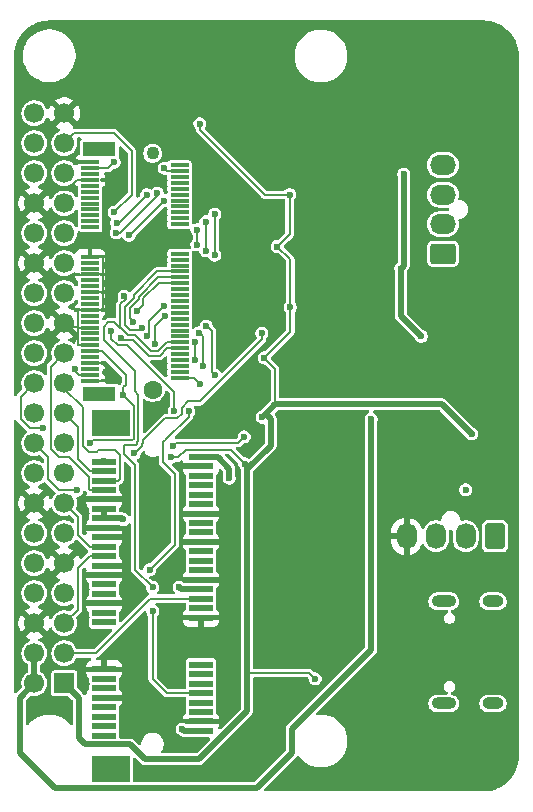
<source format=gbr>
%TF.GenerationSoftware,KiCad,Pcbnew,9.0.6-unknown-1000.20251110git96868b2.fc41*%
%TF.CreationDate,2025-12-16T17:43:44-08:00*%
%TF.ProjectId,Telemetry-Logging-Board,54656c65-6d65-4747-9279-2d4c6f676769,rev?*%
%TF.SameCoordinates,Original*%
%TF.FileFunction,Copper,L4,Bot*%
%TF.FilePolarity,Positive*%
%FSLAX46Y46*%
G04 Gerber Fmt 4.6, Leading zero omitted, Abs format (unit mm)*
G04 Created by KiCad (PCBNEW 9.0.6-unknown-1000.20251110git96868b2.fc41) date 2025-12-16 17:43:44*
%MOMM*%
%LPD*%
G01*
G04 APERTURE LIST*
G04 Aperture macros list*
%AMRoundRect*
0 Rectangle with rounded corners*
0 $1 Rounding radius*
0 $2 $3 $4 $5 $6 $7 $8 $9 X,Y pos of 4 corners*
0 Add a 4 corners polygon primitive as box body*
4,1,4,$2,$3,$4,$5,$6,$7,$8,$9,$2,$3,0*
0 Add four circle primitives for the rounded corners*
1,1,$1+$1,$2,$3*
1,1,$1+$1,$4,$5*
1,1,$1+$1,$6,$7*
1,1,$1+$1,$8,$9*
0 Add four rect primitives between the rounded corners*
20,1,$1+$1,$2,$3,$4,$5,0*
20,1,$1+$1,$4,$5,$6,$7,0*
20,1,$1+$1,$6,$7,$8,$9,0*
20,1,$1+$1,$8,$9,$2,$3,0*%
G04 Aperture macros list end*
%TA.AperFunction,ComponentPad*%
%ADD10R,1.700000X1.700000*%
%TD*%
%TA.AperFunction,ComponentPad*%
%ADD11C,1.700000*%
%TD*%
%TA.AperFunction,ComponentPad*%
%ADD12RoundRect,0.250000X0.850000X0.600000X-0.850000X0.600000X-0.850000X-0.600000X0.850000X-0.600000X0*%
%TD*%
%TA.AperFunction,ComponentPad*%
%ADD13O,2.200000X1.700000*%
%TD*%
%TA.AperFunction,ComponentPad*%
%ADD14RoundRect,0.250000X-0.600000X0.850000X-0.600000X-0.850000X0.600000X-0.850000X0.600000X0.850000X0*%
%TD*%
%TA.AperFunction,ComponentPad*%
%ADD15O,1.700000X2.200000*%
%TD*%
%TA.AperFunction,HeatsinkPad*%
%ADD16O,2.100000X1.000000*%
%TD*%
%TA.AperFunction,HeatsinkPad*%
%ADD17O,1.800000X1.000000*%
%TD*%
%TA.AperFunction,ComponentPad*%
%ADD18C,1.100000*%
%TD*%
%TA.AperFunction,ComponentPad*%
%ADD19C,1.600000*%
%TD*%
%TA.AperFunction,SMDPad,CuDef*%
%ADD20R,1.550000X0.300000*%
%TD*%
%TA.AperFunction,SMDPad,CuDef*%
%ADD21R,2.750000X1.200000*%
%TD*%
%TA.AperFunction,SMDPad,CuDef*%
%ADD22R,2.000000X0.600000*%
%TD*%
%TA.AperFunction,SMDPad,CuDef*%
%ADD23R,3.200000X2.300000*%
%TD*%
%TA.AperFunction,ViaPad*%
%ADD24C,0.600000*%
%TD*%
%TA.AperFunction,ViaPad*%
%ADD25C,3.500000*%
%TD*%
%TA.AperFunction,Conductor*%
%ADD26C,0.200000*%
%TD*%
%TA.AperFunction,Conductor*%
%ADD27C,0.500000*%
%TD*%
G04 APERTURE END LIST*
D10*
%TO.P,J1,1,3V3*%
%TO.N,/SBC_3v3*%
X126275000Y-84375000D03*
D11*
%TO.P,J1,2,5V*%
%TO.N,+5V*%
X123735000Y-84375000D03*
%TO.P,J1,3,SDA_I2C1/GPIO02*%
%TO.N,/RF_HT_~{RST}*%
X126275000Y-81835000D03*
%TO.P,J1,4,5V*%
%TO.N,+5V*%
X123735000Y-81835000D03*
%TO.P,J1,5,SCL_I2C1/GPIO03*%
%TO.N,/RF_HT_BUSY*%
X126275000Y-79295000D03*
%TO.P,J1,6,GND*%
%TO.N,GND*%
X123735000Y-79295000D03*
%TO.P,J1,7,GPCLK0/GPIO04*%
%TO.N,/CAN0_GPIO1*%
X126275000Y-76755000D03*
%TO.P,J1,8,GPIO14/UART_TXD*%
%TO.N,/PI_TX*%
X123735000Y-76755000D03*
%TO.P,J1,9,GND*%
%TO.N,GND*%
X126275000Y-74215000D03*
%TO.P,J1,10,GPIO15/UART_RXD*%
%TO.N,/PI_RX*%
X123735000Y-74215000D03*
%TO.P,J1,11,GPIO17/SPI1_~{CE1}*%
%TO.N,/CAN1_~{CS}*%
X126275000Y-71675000D03*
%TO.P,J1,12,GPIO18/SPI1_~{CE0}/PCM_CLK/PWM0*%
%TO.N,/CAN0_~{CS}*%
X123735000Y-71675000D03*
%TO.P,J1,13,GPIO27/SDIO_DAT3*%
%TO.N,/RF_HT_WAKE*%
X126275000Y-69135000D03*
%TO.P,J1,14,GND*%
%TO.N,GND*%
X123735000Y-69135000D03*
%TO.P,J1,15,GPIO22/SDIO_CLK*%
%TO.N,/CAN1_~{INT0}*%
X126275000Y-66595000D03*
%TO.P,J1,16,GPIO23/SDIO_CMD*%
%TO.N,/CAN1_~{INT1}*%
X123735000Y-66595000D03*
%TO.P,J1,17,3V3*%
%TO.N,/SBC_3v3*%
X126275000Y-64055000D03*
%TO.P,J1,18,GPIO24/SDIO_DAT0*%
%TO.N,/CAN0_~{INT0}*%
X123735000Y-64055000D03*
%TO.P,J1,19,MOSI_SPI0/GPIO10*%
%TO.N,/RF_SPI_MOSI*%
X126275000Y-61515000D03*
%TO.P,J1,20,GND*%
%TO.N,GND*%
X123735000Y-61515000D03*
%TO.P,J1,21,MISO_SPI0/GPIO09*%
%TO.N,/RF_SPI_MISO*%
X126275000Y-58975000D03*
%TO.P,J1,22,GPIO25/SDIO_DAT1*%
%TO.N,/CAN1_GPIO1*%
X123735000Y-58975000D03*
%TO.P,J1,23,SCLK_SPI0/GPIO11*%
%TO.N,/RF_SPI_SCLK*%
X126275000Y-56435000D03*
%TO.P,J1,24,~{CE0}_SPI0/GPIO08*%
%TO.N,/RF_SPI_~{CS}*%
X123735000Y-56435000D03*
%TO.P,J1,25,GND*%
%TO.N,GND*%
X126275000Y-53895000D03*
%TO.P,J1,26,~{CE1}_SPI0/GPIO07*%
%TO.N,/RF_SPI_~{CS}1*%
X123735000Y-53895000D03*
%TO.P,J1,27,ID_SD_I2C0/GPIO00*%
%TO.N,/SDA_I2C1*%
X126275000Y-51355000D03*
%TO.P,J1,28,ID_SC_I2C0/GPIO01*%
%TO.N,/SCL_I2C1*%
X123735000Y-51355000D03*
%TO.P,J1,29,GPCLK1/GPIO05*%
%TO.N,/RF_SPI_IRQ*%
X126275000Y-48815000D03*
%TO.P,J1,30,GND*%
%TO.N,GND*%
X123735000Y-48815000D03*
%TO.P,J1,31,GPCLK2/GPIO06*%
%TO.N,/CAN2_GPIO1*%
X126275000Y-46275000D03*
%TO.P,J1,32,GPIO12/PWM0*%
%TO.N,/CAN2_~{INT0}*%
X123735000Y-46275000D03*
%TO.P,J1,33,GPIO13/PWM1*%
%TO.N,/CAN2_~{INT1}*%
X126275000Y-43735000D03*
%TO.P,J1,34,GND*%
%TO.N,GND*%
X123735000Y-43735000D03*
%TO.P,J1,35,GPIO19/SPI1_MISO/PCM_FS*%
%TO.N,/CAN_SPI_MISO*%
X126275000Y-41195000D03*
%TO.P,J1,36,GPIO16/SPI1_~{CE2}*%
%TO.N,/CAN2_~{CS}*%
X123735000Y-41195000D03*
%TO.P,J1,37,GPIO26/SDIO_DAT2*%
%TO.N,/CAN0_~{INT1}*%
X126275000Y-38655000D03*
%TO.P,J1,38,GPIO20/SPI1_MOSI/PCM_DIN/PWM1*%
%TO.N,/CAN_SPI_MOSI*%
X123735000Y-38655000D03*
%TO.P,J1,39,GND*%
%TO.N,GND*%
X126275000Y-36115000D03*
%TO.P,J1,40,GPIO21/SPI1_SCLK/PCM_DOUT*%
%TO.N,/CAN_SPI_SCLK*%
X123735000Y-36115000D03*
%TD*%
D12*
%TO.P,J6,1,Pin_1*%
%TO.N,/Can interface and transiever1/CAN_H*%
X158325000Y-48000000D03*
D13*
%TO.P,J6,2,Pin_2*%
%TO.N,/Can interface and transiever1/CAN_L*%
X158325000Y-45500000D03*
%TO.P,J6,3,Pin_3*%
%TO.N,/Can interface and transiever2/CAN_H*%
X158325000Y-43000000D03*
%TO.P,J6,4,Pin_4*%
%TO.N,/Can interface and transiever2/CAN_L*%
X158325000Y-40500000D03*
%TD*%
D14*
%TO.P,J3,1,Pin_1*%
%TO.N,+12V*%
X162750000Y-71925000D03*
D15*
%TO.P,J3,2,Pin_2*%
%TO.N,/CANH*%
X160250000Y-71925000D03*
%TO.P,J3,3,Pin_3*%
%TO.N,/CANL*%
X157750000Y-71925000D03*
%TO.P,J3,4,Pin_4*%
%TO.N,GND*%
X155250000Y-71925000D03*
%TD*%
D16*
%TO.P,J8,S1,SHIELD*%
%TO.N,unconnected-(J8-SHIELD-PadS1)*%
X158395000Y-86070000D03*
D17*
X162575000Y-86070000D03*
D16*
X158395000Y-77430000D03*
D17*
X162575000Y-77430000D03*
%TD*%
D18*
%TO.P,J9,*%
%TO.N,*%
X133750000Y-39500000D03*
D19*
X133750000Y-59500000D03*
D20*
%TO.P,J9,1,1*%
%TO.N,GND*%
X128470000Y-40250000D03*
%TO.P,J9,2,2*%
%TO.N,unconnected-(J9-Pad2)*%
X136030000Y-40500000D03*
%TO.P,J9,3,3*%
%TO.N,+3V3*%
X128470000Y-40750000D03*
%TO.P,J9,4,4*%
X136030000Y-41000000D03*
%TO.P,J9,5,5*%
%TO.N,unconnected-(J9-Pad5)*%
X128470000Y-41250000D03*
%TO.P,J9,6,6*%
%TO.N,unconnected-(J9-Pad6)*%
X136030000Y-41500000D03*
%TO.P,J9,7,7*%
%TO.N,GND*%
X128470000Y-41750000D03*
%TO.P,J9,8,8*%
%TO.N,unconnected-(J9-Pad8)*%
X136030000Y-42000000D03*
%TO.P,J9,9,9*%
%TO.N,unconnected-(J9-Pad9)*%
X128470000Y-42250000D03*
%TO.P,J9,10,10*%
%TO.N,unconnected-(J9-Pad10)*%
X136030000Y-42500000D03*
%TO.P,J9,11,11*%
%TO.N,unconnected-(J9-Pad11)*%
X128470000Y-42750000D03*
%TO.P,J9,12,12*%
%TO.N,unconnected-(J9-Pad12)*%
X136030000Y-43000000D03*
%TO.P,J9,13,13*%
%TO.N,unconnected-(J9-Pad13)*%
X128470000Y-43250000D03*
%TO.P,J9,14,14*%
%TO.N,unconnected-(J9-Pad14)*%
X136030000Y-43500000D03*
%TO.P,J9,15,15*%
%TO.N,unconnected-(J9-Pad15)*%
X128470000Y-43750000D03*
%TO.P,J9,16,16*%
%TO.N,unconnected-(J9-Pad16)*%
X136030000Y-44000000D03*
%TO.P,J9,17,17*%
%TO.N,unconnected-(J9-Pad17)*%
X128470000Y-44250000D03*
%TO.P,J9,18,18*%
%TO.N,unconnected-(J9-Pad18)*%
X136030000Y-44500000D03*
%TO.P,J9,19,19*%
%TO.N,unconnected-(J9-Pad19)*%
X128470000Y-44750000D03*
%TO.P,J9,20,20*%
%TO.N,unconnected-(J9-Pad20)*%
X136030000Y-45000000D03*
%TO.P,J9,21,21*%
%TO.N,unconnected-(J9-Pad21)*%
X128470000Y-45250000D03*
%TO.P,J9,22,22*%
%TO.N,unconnected-(J9-Pad22)*%
X136030000Y-45500000D03*
%TO.P,J9,23,23*%
%TO.N,unconnected-(J9-Pad23)*%
X128470000Y-45750000D03*
%TO.P,J9,32,32*%
%TO.N,unconnected-(J9-Pad32)*%
X136030000Y-48000000D03*
%TO.P,J9,33,33*%
%TO.N,GND*%
X128470000Y-48250000D03*
%TO.P,J9,34,34*%
%TO.N,unconnected-(J9-Pad34)*%
X136030000Y-48500000D03*
%TO.P,J9,35,35*%
%TO.N,unconnected-(J9-Pad35)*%
X128470000Y-48750000D03*
%TO.P,J9,36,36*%
%TO.N,unconnected-(J9-Pad36)*%
X136030000Y-49000000D03*
%TO.P,J9,37,37*%
%TO.N,unconnected-(J9-Pad37)*%
X128470000Y-49250000D03*
%TO.P,J9,38,38*%
%TO.N,/RF_SPI_MOSI*%
X136030000Y-49500000D03*
%TO.P,J9,39,39*%
%TO.N,GND*%
X128470000Y-49750000D03*
%TO.P,J9,40,40*%
%TO.N,/RF_SPI_MISO*%
X136030000Y-50000000D03*
%TO.P,J9,41,41*%
%TO.N,unconnected-(J9-Pad41)*%
X128470000Y-50250000D03*
%TO.P,J9,42,42*%
%TO.N,/RF_SPI_SCLK*%
X136030000Y-50500000D03*
%TO.P,J9,43,43*%
%TO.N,unconnected-(J9-Pad43)*%
X128470000Y-50750000D03*
%TO.P,J9,44,44*%
%TO.N,unconnected-(J9-Pad44)*%
X136030000Y-51000000D03*
%TO.P,J9,45,45*%
%TO.N,GND*%
X128470000Y-51250000D03*
%TO.P,J9,46,46*%
%TO.N,unconnected-(J9-Pad46)*%
X136030000Y-51500000D03*
%TO.P,J9,47,47*%
%TO.N,unconnected-(J9-Pad47)*%
X128470000Y-51750000D03*
%TO.P,J9,48,48*%
%TO.N,unconnected-(J9-Pad48)*%
X136030000Y-52000000D03*
%TO.P,J9,49,49*%
%TO.N,unconnected-(J9-Pad49)*%
X128470000Y-52250000D03*
%TO.P,J9,50,50*%
%TO.N,unconnected-(J9-Pad50)*%
X136030000Y-52500000D03*
%TO.P,J9,51,51*%
%TO.N,GND*%
X128470000Y-52750000D03*
%TO.P,J9,52,52*%
%TO.N,unconnected-(J9-Pad52)*%
X136030000Y-53000000D03*
%TO.P,J9,53,53*%
%TO.N,unconnected-(J9-Pad53)*%
X128470000Y-53250000D03*
%TO.P,J9,54,54*%
%TO.N,unconnected-(J9-Pad54)*%
X136030000Y-53500000D03*
%TO.P,J9,55,55*%
%TO.N,unconnected-(J9-Pad55)*%
X128470000Y-53750000D03*
%TO.P,J9,56,56*%
%TO.N,unconnected-(J9-Pad56)*%
X136030000Y-54000000D03*
%TO.P,J9,57,57*%
%TO.N,GND*%
X128470000Y-54250000D03*
%TO.P,J9,58,58*%
%TO.N,unconnected-(J9-Pad58)*%
X136030000Y-54500000D03*
%TO.P,J9,59,59*%
%TO.N,unconnected-(J9-Pad59)*%
X128470000Y-54750000D03*
%TO.P,J9,60,60*%
%TO.N,unconnected-(J9-Pad60)*%
X136030000Y-55000000D03*
%TO.P,J9,61,61*%
%TO.N,unconnected-(J9-Pad61)*%
X128470000Y-55250000D03*
%TO.P,J9,62,62*%
%TO.N,/RF_SPI_IRQ*%
X136030000Y-55500000D03*
%TO.P,J9,63,63*%
%TO.N,GND*%
X128470000Y-55750000D03*
%TO.P,J9,64,64*%
%TO.N,/RF_SPI_~{CS}*%
X136030000Y-56000000D03*
%TO.P,J9,65,65*%
%TO.N,/SBC_3v3*%
X128470000Y-56250000D03*
%TO.P,J9,66,66*%
%TO.N,unconnected-(J9-Pad66)*%
X136030000Y-56500000D03*
%TO.P,J9,67,67*%
%TO.N,unconnected-(J9-Pad67)*%
X128470000Y-56750000D03*
%TO.P,J9,68,68*%
%TO.N,unconnected-(J9-Pad68)*%
X136030000Y-57000000D03*
%TO.P,J9,69,69*%
%TO.N,GND*%
X128470000Y-57250000D03*
%TO.P,J9,70,70*%
%TO.N,unconnected-(J9-Pad70)*%
X136030000Y-57500000D03*
%TO.P,J9,71,71*%
%TO.N,unconnected-(J9-Pad71)*%
X128470000Y-57750000D03*
%TO.P,J9,72,72*%
%TO.N,unconnected-(J9-Pad72)*%
X136030000Y-58000000D03*
%TO.P,J9,73,73*%
%TO.N,+3V3*%
X128470000Y-58250000D03*
%TO.P,J9,74,74*%
X136030000Y-58500000D03*
%TO.P,J9,75,75*%
%TO.N,GND*%
X128470000Y-58750000D03*
D21*
%TO.P,J9,76*%
%TO.N,N/C*%
X129250000Y-59850000D03*
%TO.P,J9,77*%
X129250000Y-39150000D03*
%TD*%
D22*
%TO.P,J2,1,Pin_1*%
%TO.N,unconnected-(J2-Pin_1-Pad1)*%
X129650000Y-88800000D03*
%TO.P,J2,2,Pin_2*%
%TO.N,+3V3*%
X137850000Y-88400000D03*
%TO.P,J2,3,Pin_3*%
%TO.N,unconnected-(J2-Pin_3-Pad3)*%
X129650000Y-88000000D03*
%TO.P,J2,4,Pin_4*%
%TO.N,GND*%
X137850000Y-87600000D03*
%TO.P,J2,5,Pin_5*%
%TO.N,unconnected-(J2-Pin_5-Pad5)*%
X129650000Y-87200000D03*
%TO.P,J2,6,Pin_6*%
%TO.N,unconnected-(J2-Pin_6-Pad6)*%
X137850000Y-86800000D03*
%TO.P,J2,7,Pin_7*%
%TO.N,unconnected-(J2-Pin_7-Pad7)*%
X129650000Y-86400000D03*
%TO.P,J2,8,Pin_8*%
%TO.N,unconnected-(J2-Pin_8-Pad8)*%
X137850000Y-86000000D03*
%TO.P,J2,9,Pin_9*%
%TO.N,GND*%
X129650000Y-85600000D03*
%TO.P,J2,10,Pin_10*%
%TO.N,/RF_SPI_IRQ*%
X137850000Y-85200000D03*
%TO.P,J2,11,Pin_11*%
%TO.N,unconnected-(J2-Pin_11-Pad11)*%
X129650000Y-84800000D03*
%TO.P,J2,12,Pin_12*%
%TO.N,unconnected-(J2-Pin_12-Pad12)*%
X137850000Y-84400000D03*
%TO.P,J2,13,Pin_13*%
%TO.N,unconnected-(J2-Pin_13-Pad13)*%
X129650000Y-84000000D03*
%TO.P,J2,14,Pin_14*%
%TO.N,unconnected-(J2-Pin_14-Pad14)*%
X137850000Y-83600000D03*
%TO.P,J2,15,Pin_15*%
%TO.N,GND*%
X129650000Y-83200000D03*
%TO.P,J2,16,Pin_16*%
%TO.N,unconnected-(J2-Pin_16-Pad16)*%
X137850000Y-82800000D03*
%TO.P,J2,17,Pin_17*%
%TO.N,unconnected-(J2-Pin_17-Pad17)*%
X129650000Y-79200000D03*
%TO.P,J2,18,Pin_18*%
%TO.N,GND*%
X137850000Y-78800000D03*
%TO.P,J2,19,Pin_19*%
%TO.N,unconnected-(J2-Pin_19-Pad19)*%
X129650000Y-78400000D03*
%TO.P,J2,20,Pin_20*%
%TO.N,unconnected-(J2-Pin_20-Pad20)*%
X137850000Y-78000000D03*
%TO.P,J2,21,Pin_21*%
%TO.N,GND*%
X129650000Y-77600000D03*
%TO.P,J2,22,Pin_22*%
%TO.N,/RF_HT_~{RST}*%
X137850000Y-77200000D03*
%TO.P,J2,23,Pin_23*%
%TO.N,unconnected-(J2-Pin_23-Pad23)*%
X129650000Y-76800000D03*
%TO.P,J2,24,Pin_24*%
%TO.N,+3V3*%
X137850000Y-76400000D03*
%TO.P,J2,25,Pin_25*%
%TO.N,unconnected-(J2-Pin_25-Pad25)*%
X129650000Y-76000000D03*
%TO.P,J2,26,Pin_26*%
%TO.N,GND*%
X137850000Y-75600000D03*
%TO.P,J2,27,Pin_27*%
X129650000Y-75200000D03*
%TO.P,J2,28,Pin_28*%
%TO.N,unconnected-(J2-Pin_28-Pad28)*%
X137850000Y-74800000D03*
%TO.P,J2,29,Pin_29*%
%TO.N,GND*%
X129650000Y-74400000D03*
%TO.P,J2,30,Pin_30*%
%TO.N,unconnected-(J2-Pin_30-Pad30)*%
X137850000Y-74000000D03*
%TO.P,J2,31,Pin_31*%
%TO.N,/RF_HT_BUSY*%
X129650000Y-73600000D03*
%TO.P,J2,32,Pin_32*%
%TO.N,unconnected-(J2-Pin_32-Pad32)*%
X137850000Y-73200000D03*
%TO.P,J2,33,Pin_33*%
%TO.N,/RF_HT_WAKE*%
X129650000Y-72800000D03*
%TO.P,J2,34,Pin_34*%
%TO.N,GND*%
X137850000Y-72400000D03*
%TO.P,J2,35,Pin_35*%
X129650000Y-72000000D03*
%TO.P,J2,36,Pin_36*%
%TO.N,unconnected-(J2-Pin_36-Pad36)*%
X137850000Y-71600000D03*
%TO.P,J2,37,Pin_37*%
%TO.N,GND*%
X129650000Y-71200000D03*
%TO.P,J2,38,Pin_38*%
%TO.N,unconnected-(J2-Pin_38-Pad38)*%
X137850000Y-70800000D03*
%TO.P,J2,39,Pin_39*%
%TO.N,+3V3*%
X129650000Y-70400000D03*
%TO.P,J2,40,Pin_40*%
%TO.N,GND*%
X137850000Y-70000000D03*
%TO.P,J2,41,Pin_41*%
%TO.N,+3V3*%
X129650000Y-69600000D03*
%TO.P,J2,42,Pin_42*%
%TO.N,unconnected-(J2-Pin_42-Pad42)*%
X137850000Y-69200000D03*
%TO.P,J2,43,Pin_43*%
%TO.N,GND*%
X129650000Y-68800000D03*
%TO.P,J2,44,Pin_44*%
%TO.N,unconnected-(J2-Pin_44-Pad44)*%
X137850000Y-68400000D03*
%TO.P,J2,45,Pin_45*%
%TO.N,/RF_SPI_SCLK*%
X129650000Y-68000000D03*
%TO.P,J2,46,Pin_46*%
%TO.N,unconnected-(J2-Pin_46-Pad46)*%
X137850000Y-67600000D03*
%TO.P,J2,47,Pin_47*%
%TO.N,/RF_SPI_MISO*%
X129650000Y-67200000D03*
%TO.P,J2,48,Pin_48*%
%TO.N,unconnected-(J2-Pin_48-Pad48)*%
X137850000Y-66800000D03*
%TO.P,J2,49,Pin_49*%
%TO.N,/RF_SPI_MOSI*%
X129650000Y-66400000D03*
%TO.P,J2,50,Pin_50*%
%TO.N,GND*%
X137850000Y-66000000D03*
%TO.P,J2,51,Pin_51*%
%TO.N,/RF_SPI_~{CS}1*%
X129650000Y-65600000D03*
%TO.P,J2,52,Pin_52*%
%TO.N,+3V3*%
X137850000Y-65200000D03*
D23*
%TO.P,J2,MP*%
%TO.N,N/C*%
X130250000Y-91650000D03*
X130250000Y-62350000D03*
%TD*%
D24*
%TO.N,GND*%
X143250000Y-68750000D03*
X135500000Y-80750000D03*
X133250000Y-86750000D03*
X151000000Y-61750000D03*
X153000000Y-75250000D03*
X148000000Y-60000000D03*
X140800000Y-58400000D03*
X132000000Y-81500000D03*
X130000000Y-52250000D03*
X134000000Y-47750000D03*
X154250000Y-43000000D03*
X134000000Y-68000000D03*
X127250000Y-40250000D03*
X141820000Y-45310000D03*
X134000000Y-72000000D03*
X143000000Y-90500000D03*
X156000000Y-47000000D03*
X149500000Y-39500000D03*
D25*
X162500000Y-49500000D03*
D24*
X147750000Y-49000000D03*
X143250000Y-80750000D03*
X153000000Y-69750000D03*
X153686987Y-79485863D03*
X146000000Y-41750000D03*
X143750000Y-40000000D03*
X144662500Y-51166250D03*
X131500000Y-48750000D03*
X133450000Y-61250000D03*
X143000000Y-60000000D03*
X161500000Y-81750000D03*
X158000000Y-55000000D03*
X138000000Y-42000000D03*
X154750000Y-39750000D03*
X152000000Y-52750000D03*
X143500000Y-75000000D03*
X139000000Y-63350000D03*
X130000000Y-49000000D03*
X153750000Y-83500000D03*
X134500000Y-57500000D03*
X158500000Y-90500000D03*
X133250000Y-41500000D03*
X130848607Y-58802785D03*
X153250000Y-43500000D03*
X140662500Y-54781250D03*
X154750000Y-55000000D03*
X151500000Y-49000000D03*
%TO.N,+5V*%
X152250000Y-62000000D03*
X155000000Y-41250000D03*
X154750000Y-49250000D03*
X156500000Y-55000000D03*
%TO.N,+3V3*%
X130500000Y-40250000D03*
X136000000Y-76250000D03*
X127194998Y-57750000D03*
X140250000Y-67000000D03*
X134750000Y-40750000D03*
X136250000Y-88250000D03*
X131250000Y-70500000D03*
X160250000Y-68000000D03*
X137752532Y-58997556D03*
%TO.N,/CAN1_~{INT0}*%
X132199591Y-64900932D03*
X143000000Y-54750000D03*
%TO.N,/CAN0_~{INT0}*%
X127307043Y-68039246D03*
X141500000Y-63500000D03*
X135500000Y-64250000D03*
%TO.N,/RF_SPI_~{CS}*%
X131042717Y-55132711D03*
%TO.N,/CAN1_GPIO1*%
X134703610Y-52424234D03*
X133270343Y-54963447D03*
X124500000Y-62750000D03*
%TO.N,/CAN2_~{INT0}*%
X134148957Y-42898957D03*
X130671751Y-46223239D03*
%TO.N,/CAN_SPI_MISO*%
X137500000Y-45960000D03*
X137305002Y-57000000D03*
X137305002Y-55431250D03*
X137500000Y-47250000D03*
%TO.N,/CAN2_~{INT1}*%
X130704633Y-45373873D03*
X133250000Y-43000000D03*
%TO.N,/RF_SPI_MISO*%
X132108878Y-53779694D03*
%TO.N,/CAN0_GPIO1*%
X133500000Y-74750000D03*
X136800000Y-61330650D03*
%TO.N,/CAN0_~{INT1}*%
X135600000Y-61339185D03*
X130500000Y-44500000D03*
X130250000Y-54500000D03*
%TO.N,/RF_SPI_SCLK*%
X132451717Y-52831128D03*
%TO.N,/CAN_SPI_SCLK*%
X139000000Y-48130133D03*
X138303061Y-54131250D03*
X139000000Y-44660000D03*
X139000000Y-58250000D03*
%TO.N,/CAN2_GPIO1*%
X134750000Y-43500000D03*
X131774043Y-46443283D03*
%TO.N,/SBC_3v3*%
X135331378Y-65209311D03*
X145417128Y-52539608D03*
X145348410Y-42997739D03*
X141750000Y-83500000D03*
X141550000Y-65795233D03*
X147500000Y-84000000D03*
X143025001Y-61845001D03*
X160750000Y-63250000D03*
X131250000Y-59998000D03*
X128476000Y-64021546D03*
X144320055Y-47387547D03*
X137750000Y-37000000D03*
X143212500Y-56826483D03*
%TO.N,/CAN_SPI_MOSI*%
X138250000Y-45310000D03*
X138000000Y-57500000D03*
X137703502Y-54680449D03*
X138250000Y-47750000D03*
%TO.N,/CAN1_~{INT1}*%
X133921943Y-55600483D03*
X134764604Y-53254296D03*
%TO.N,/RF_SPI_MOSI*%
X132826636Y-54285856D03*
%TO.N,/RF_SPI_IRQ*%
X133750000Y-78250000D03*
X131329621Y-51619769D03*
X133750000Y-76250000D03*
%TO.N,/RF_SPI_~{CS}1*%
X129618496Y-65549998D03*
%TD*%
D26*
%TO.N,GND*%
X127394000Y-54201000D02*
X127394000Y-52799000D01*
X128470000Y-41750000D02*
X127347760Y-41750000D01*
X129497000Y-51250000D02*
X128470000Y-51250000D01*
X127394000Y-52799000D02*
X127443000Y-52750000D01*
X128470000Y-57250000D02*
X129497000Y-57250000D01*
X129497000Y-49750000D02*
X128470000Y-49750000D01*
X130848607Y-58601607D02*
X130848607Y-58802785D01*
X129546000Y-48299000D02*
X129546000Y-49000000D01*
X126581000Y-54201000D02*
X126275000Y-53895000D01*
X129546000Y-49799000D02*
X129546000Y-51201000D01*
X129546000Y-49000000D02*
X129546000Y-49701000D01*
X128470000Y-54250000D02*
X127443000Y-54250000D01*
X129546000Y-52701000D02*
X129497000Y-52750000D01*
X129497000Y-52750000D02*
X128470000Y-52750000D01*
X127394000Y-55701000D02*
X127394000Y-54299000D01*
X127443000Y-55750000D02*
X127394000Y-55701000D01*
X129497000Y-57250000D02*
X130848607Y-58601607D01*
X126513760Y-42584000D02*
X124886000Y-42584000D01*
X127394000Y-54299000D02*
X127443000Y-54250000D01*
X129546000Y-52250000D02*
X130000000Y-52250000D01*
X129497000Y-51250000D02*
X129546000Y-51299000D01*
X129546000Y-51299000D02*
X129546000Y-52250000D01*
X128470000Y-40250000D02*
X127250000Y-40250000D01*
X127443000Y-54250000D02*
X127394000Y-54201000D01*
X129497000Y-48250000D02*
X129546000Y-48299000D01*
X127394000Y-54201000D02*
X126581000Y-54201000D01*
X127443000Y-52750000D02*
X128470000Y-52750000D01*
X127347760Y-41750000D02*
X126513760Y-42584000D01*
X129546000Y-49000000D02*
X130000000Y-49000000D01*
X129546000Y-51201000D02*
X129497000Y-51250000D01*
X129497000Y-49750000D02*
X129546000Y-49799000D01*
X128470000Y-55750000D02*
X127443000Y-55750000D01*
X128470000Y-58750000D02*
X130795822Y-58750000D01*
X124886000Y-42584000D02*
X123735000Y-43735000D01*
X128470000Y-48250000D02*
X129497000Y-48250000D01*
X129546000Y-52250000D02*
X129546000Y-52701000D01*
X130795822Y-58750000D02*
X130848607Y-58802785D01*
X129546000Y-49701000D02*
X129497000Y-49750000D01*
D27*
%TO.N,+5V*%
X155000000Y-41250000D02*
X155000000Y-49000000D01*
X122524126Y-90265415D02*
X125508711Y-93250000D01*
X145524126Y-90290541D02*
X145524126Y-88239459D01*
X122524126Y-85585874D02*
X122524126Y-90265415D01*
X142564667Y-93250000D02*
X145524126Y-90290541D01*
X125508711Y-93250000D02*
X142564667Y-93250000D01*
X154750000Y-49250000D02*
X154750000Y-53250000D01*
X154750000Y-53250000D02*
X156500000Y-55000000D01*
X123735000Y-81835000D02*
X123735000Y-84375000D01*
X145524126Y-88239459D02*
X152250000Y-81513585D01*
X123735000Y-84375000D02*
X122524126Y-85585874D01*
X152250000Y-81513585D02*
X152250000Y-62000000D01*
X155000000Y-49000000D02*
X154750000Y-49250000D01*
%TO.N,+3V3*%
X137850000Y-76400000D02*
X136150000Y-76400000D01*
X136150000Y-76400000D02*
X136000000Y-76250000D01*
D26*
X137254976Y-58500000D02*
X137752532Y-58997556D01*
X130000000Y-40750000D02*
X130500000Y-40250000D01*
X127194998Y-57944998D02*
X127194998Y-57750000D01*
D27*
X131150000Y-70400000D02*
X131250000Y-70500000D01*
X137850000Y-88400000D02*
X136400000Y-88400000D01*
X139252000Y-65200000D02*
X140250000Y-66198000D01*
D26*
X136030000Y-41000000D02*
X135000000Y-41000000D01*
X128470000Y-40750000D02*
X130000000Y-40750000D01*
D27*
X137850000Y-65200000D02*
X139252000Y-65200000D01*
D26*
X127500000Y-58250000D02*
X127194998Y-57944998D01*
X136030000Y-58500000D02*
X137254976Y-58500000D01*
D27*
X129650000Y-69600000D02*
X129650000Y-70400000D01*
X129650000Y-70400000D02*
X131150000Y-70400000D01*
X140250000Y-66198000D02*
X140250000Y-67000000D01*
D26*
X128470000Y-58250000D02*
X127500000Y-58250000D01*
D27*
X136400000Y-88400000D02*
X136250000Y-88250000D01*
D26*
X135000000Y-41000000D02*
X134750000Y-40750000D01*
%TO.N,/CAN1_~{INT0}*%
X137750000Y-60500000D02*
X136750000Y-60500000D01*
X132849000Y-64280997D02*
X132229065Y-64900932D01*
X134810815Y-61939185D02*
X132951000Y-63799000D01*
X132849000Y-64126794D02*
X132849000Y-64280997D01*
X132229065Y-64900932D02*
X132199591Y-64900932D01*
X132951000Y-64024794D02*
X132849000Y-64126794D01*
X135848529Y-61939185D02*
X134810815Y-61939185D01*
X136750000Y-60500000D02*
X136200000Y-61050000D01*
X132951000Y-63799000D02*
X132951000Y-64024794D01*
X143000000Y-55250000D02*
X137750000Y-60500000D01*
X143000000Y-54750000D02*
X143000000Y-55250000D01*
X136200000Y-61587714D02*
X135848529Y-61939185D01*
X136200000Y-61050000D02*
X136200000Y-61587714D01*
%TO.N,/CAN0_~{INT0}*%
X125798240Y-67984000D02*
X124886000Y-67071760D01*
X127251797Y-67984000D02*
X125798240Y-67984000D01*
X127307043Y-68039246D02*
X127251797Y-67984000D01*
X141000000Y-64000000D02*
X135750000Y-64000000D01*
X124886000Y-65206000D02*
X123735000Y-64055000D01*
X135750000Y-64000000D02*
X135500000Y-64250000D01*
X141500000Y-63500000D02*
X141000000Y-64000000D01*
X124886000Y-67071760D02*
X124886000Y-65206000D01*
%TO.N,/RF_SPI_~{CS}*%
X135007350Y-56000000D02*
X134356867Y-56650483D01*
X134356867Y-56650483D02*
X133466168Y-56650483D01*
X132085226Y-55269541D02*
X131179547Y-55269541D01*
X136030000Y-56000000D02*
X135007350Y-56000000D01*
X133466168Y-56650483D02*
X132085226Y-55269541D01*
X131179547Y-55269541D02*
X131042717Y-55132711D01*
%TO.N,/CAN1_GPIO1*%
X123342240Y-62750000D02*
X122584000Y-61991760D01*
X124500000Y-62750000D02*
X123342240Y-62750000D01*
X133472444Y-53655400D02*
X134703610Y-52424234D01*
X122584000Y-61991760D02*
X122584000Y-60126000D01*
X133472444Y-54761346D02*
X133472444Y-53655400D01*
X133270343Y-54963447D02*
X133472444Y-54761346D01*
X122584000Y-60126000D02*
X123735000Y-58975000D01*
%TO.N,/CAN2_~{INT0}*%
X134148957Y-43101043D02*
X131026761Y-46223239D01*
X134148957Y-42898957D02*
X134148957Y-43101043D01*
X131026761Y-46223239D02*
X130671751Y-46223239D01*
%TO.N,/CAN_SPI_MISO*%
X137500000Y-45960000D02*
X137500000Y-47250000D01*
X137305002Y-57000000D02*
X137305002Y-55431250D01*
%TO.N,/CAN2_~{INT1}*%
X133250000Y-43000000D02*
X130876127Y-45373873D01*
X130876127Y-45373873D02*
X130704633Y-45373873D01*
%TO.N,/RF_SPI_MISO*%
X130951000Y-67099000D02*
X130951000Y-64999000D01*
X127827000Y-64246239D02*
X127827000Y-61004000D01*
X129650000Y-67200000D02*
X130850000Y-67200000D01*
X131800000Y-52634315D02*
X131800000Y-53470816D01*
X132560064Y-51874252D02*
X131800000Y-52634315D01*
X134184316Y-50000000D02*
X132560064Y-51624251D01*
X130602002Y-64650002D02*
X129138288Y-64650002D01*
X131800000Y-53470816D02*
X132108878Y-53779694D01*
X132560064Y-51624251D02*
X132560064Y-51874252D01*
X129035197Y-64753093D02*
X128333854Y-64753093D01*
X127827000Y-61004000D02*
X126275000Y-59452000D01*
X129138288Y-64650002D02*
X129035197Y-64753093D01*
X136030000Y-50000000D02*
X134184316Y-50000000D01*
X126275000Y-59452000D02*
X126275000Y-58975000D01*
X130951000Y-64999000D02*
X130602002Y-64650002D01*
X130850000Y-67200000D02*
X130951000Y-67099000D01*
X128333854Y-64753093D02*
X127827000Y-64246239D01*
%TO.N,/CAN0_GPIO1*%
X134651000Y-63937480D02*
X134794240Y-63794240D01*
X134750000Y-63838479D02*
X134794240Y-63794240D01*
X135623019Y-66623019D02*
X134651000Y-65651000D01*
X134651000Y-65549000D02*
X134651000Y-63937480D01*
X134651000Y-65651000D02*
X134651000Y-65549000D01*
X136800000Y-61788479D02*
X136800000Y-61330650D01*
X135623019Y-72626981D02*
X135623019Y-66623019D01*
X134794240Y-63794240D02*
X136800000Y-61788479D01*
X133500000Y-74750000D02*
X135623019Y-72626981D01*
%TO.N,/CAN0_~{INT1}*%
X130250000Y-55189937D02*
X130793774Y-55733711D01*
X132000000Y-43000000D02*
X130500000Y-44500000D01*
X132000000Y-39323000D02*
X132000000Y-43000000D01*
X127125000Y-37805000D02*
X130482000Y-37805000D01*
X135589185Y-59711425D02*
X135589185Y-61328370D01*
X126275000Y-38655000D02*
X127125000Y-37805000D01*
X131611471Y-55733711D02*
X135589185Y-59711425D01*
X135589185Y-61328370D02*
X135600000Y-61339185D01*
X130250000Y-54500000D02*
X130250000Y-55189937D01*
X130482000Y-37805000D02*
X132000000Y-39323000D01*
X130793774Y-55733711D02*
X131611471Y-55733711D01*
%TO.N,/RF_SPI_SCLK*%
X125124000Y-64531760D02*
X125124000Y-57586000D01*
X132960064Y-51789936D02*
X134250000Y-50500000D01*
X126688900Y-65206000D02*
X125798240Y-65206000D01*
X125124000Y-57586000D02*
X126275000Y-56435000D01*
X132451717Y-52831128D02*
X132960064Y-52322781D01*
X125798240Y-65206000D02*
X125124000Y-64531760D01*
X134250000Y-50500000D02*
X136030000Y-50500000D01*
X128349000Y-66866100D02*
X126688900Y-65206000D01*
X129650000Y-68000000D02*
X128450000Y-68000000D01*
X132960064Y-52322781D02*
X132960064Y-51789936D01*
X128349000Y-67899000D02*
X128349000Y-66866100D01*
X128450000Y-68000000D02*
X128349000Y-67899000D01*
%TO.N,/CAN_SPI_SCLK*%
X138750000Y-58000000D02*
X138750000Y-54524866D01*
X138356384Y-54131250D02*
X138303061Y-54131250D01*
X138750000Y-54524866D02*
X138356384Y-54131250D01*
X139000000Y-58250000D02*
X138750000Y-58000000D01*
X139000000Y-44660000D02*
X139000000Y-48130133D01*
%TO.N,/CAN2_GPIO1*%
X134750000Y-43500000D02*
X131806717Y-46443283D01*
X131806717Y-46443283D02*
X131774043Y-46443283D01*
D27*
%TO.N,/SBC_3v3*%
X143750000Y-62000000D02*
X143310001Y-61560001D01*
D26*
X147000000Y-83500000D02*
X147500000Y-84000000D01*
X141750000Y-83500000D02*
X147000000Y-83500000D01*
X129497000Y-56250000D02*
X131498607Y-58251607D01*
X144120002Y-57733985D02*
X144120002Y-60750000D01*
D27*
X137651000Y-90801000D02*
X141750000Y-86702000D01*
D26*
X145417128Y-54621855D02*
X145417128Y-52539608D01*
X131250000Y-59320631D02*
X131250000Y-59998000D01*
X143212500Y-56826483D02*
X145417128Y-54621855D01*
D27*
X133109108Y-90801000D02*
X137651000Y-90801000D01*
D26*
X143212500Y-56826483D02*
X144120002Y-57733985D01*
X145417128Y-52539608D02*
X145417128Y-48484620D01*
X137750000Y-37500000D02*
X137750000Y-37000000D01*
X132043423Y-63801000D02*
X128696546Y-63801000D01*
D27*
X160750000Y-63250000D02*
X158250000Y-60750000D01*
X126275000Y-84375000D02*
X127475874Y-85575874D01*
X127475874Y-85575874D02*
X127475874Y-88975874D01*
X141750000Y-84250000D02*
X141750000Y-83500000D01*
D26*
X145348410Y-42997739D02*
X143247739Y-42997739D01*
D27*
X141750000Y-66250000D02*
X143750000Y-64250000D01*
X143310001Y-61560001D02*
X143025001Y-61845001D01*
D26*
X140353767Y-64599000D02*
X136549000Y-64599000D01*
X145417128Y-48484620D02*
X144320055Y-47387547D01*
X128470000Y-56250000D02*
X129497000Y-56250000D01*
X145348410Y-42997739D02*
X145348410Y-46359192D01*
D27*
X144120002Y-60750000D02*
X143310001Y-61560001D01*
D26*
X135898000Y-65250000D02*
X135372067Y-65250000D01*
D27*
X131859108Y-89551000D02*
X133109108Y-90801000D01*
D26*
X132151000Y-60899000D02*
X132151000Y-63693423D01*
D27*
X141750000Y-66250000D02*
X141750000Y-65995233D01*
D26*
X131498607Y-58251607D02*
X131498607Y-59072024D01*
D27*
X143750000Y-64250000D02*
X143750000Y-62000000D01*
X158250000Y-60750000D02*
X144120002Y-60750000D01*
D26*
X135372067Y-65250000D02*
X135331378Y-65209311D01*
D27*
X141750000Y-84250000D02*
X141750000Y-66250000D01*
D26*
X131250000Y-59998000D02*
X132151000Y-60899000D01*
X143247739Y-42997739D02*
X137750000Y-37500000D01*
D27*
X141750000Y-65995233D02*
X141550000Y-65795233D01*
D26*
X145348410Y-46359192D02*
X144320055Y-47387547D01*
X132151000Y-63693423D02*
X132043423Y-63801000D01*
X128696546Y-63801000D02*
X128476000Y-64021546D01*
D27*
X141750000Y-86702000D02*
X141750000Y-84250000D01*
X128051000Y-89551000D02*
X131859108Y-89551000D01*
D26*
X136549000Y-64599000D02*
X135898000Y-65250000D01*
X141550000Y-65795233D02*
X140353767Y-64599000D01*
X131498607Y-59072024D02*
X131250000Y-59320631D01*
D27*
X127475874Y-88975874D02*
X128051000Y-89551000D01*
D26*
%TO.N,/CAN_SPI_MOSI*%
X138000000Y-54976947D02*
X137703502Y-54680449D01*
X138000000Y-57500000D02*
X138000000Y-54976947D01*
X138250000Y-47750000D02*
X138250000Y-45310000D01*
%TO.N,/CAN1_~{INT1}*%
X133921943Y-55600483D02*
X133921943Y-54096957D01*
X133921943Y-54096957D02*
X134764604Y-53254296D01*
%TO.N,/RF_SPI_MOSI*%
X132160064Y-51708566D02*
X131400000Y-52468630D01*
X129650000Y-66400000D02*
X128450000Y-66400000D01*
X131849175Y-54454244D02*
X132658248Y-54454244D01*
X134118630Y-49500000D02*
X132160064Y-51458566D01*
X127426000Y-65376000D02*
X127426000Y-62666000D01*
X131400000Y-52468630D02*
X131400000Y-54005069D01*
X131400000Y-54005069D02*
X131849175Y-54454244D01*
X128450000Y-66400000D02*
X127426000Y-65376000D01*
X127426000Y-62666000D02*
X126275000Y-61515000D01*
X136030000Y-49500000D02*
X134118630Y-49500000D01*
X132160064Y-51458566D02*
X132160064Y-51708566D01*
X132658248Y-54454244D02*
X132826636Y-54285856D01*
%TO.N,/RF_SPI_IRQ*%
X130508958Y-53807335D02*
X131000000Y-54298377D01*
X131329621Y-51619769D02*
X131500000Y-51790148D01*
X129600000Y-55269239D02*
X129600000Y-54188096D01*
X133750000Y-84000000D02*
X133750000Y-78250000D01*
X137850000Y-85200000D02*
X134950000Y-85200000D01*
X131350000Y-64230761D02*
X131379761Y-64201000D01*
X133599371Y-56216586D02*
X132251326Y-54868541D01*
X132449000Y-64068685D02*
X132449000Y-63961108D01*
X132449000Y-63961108D02*
X132551000Y-63859108D01*
X132551000Y-59928760D02*
X132250000Y-59627760D01*
X131379761Y-64201000D02*
X132316685Y-64201000D01*
X131651678Y-54868541D02*
X131081514Y-54298377D01*
X131000000Y-52290148D02*
X131500000Y-51790148D01*
X129600000Y-54188096D02*
X129980761Y-53807335D01*
X132551000Y-63859108D02*
X132551000Y-59928760D01*
X133750000Y-76250000D02*
X132250000Y-74750000D01*
X132251326Y-54868541D02*
X131651678Y-54868541D01*
X131081514Y-54298377D02*
X131000000Y-54298377D01*
X134950000Y-85200000D02*
X133750000Y-84000000D01*
X131000000Y-54000000D02*
X131000000Y-52290148D01*
X132250000Y-59627760D02*
X132250000Y-57919239D01*
X136030000Y-55500000D02*
X134941665Y-55500000D01*
X132250000Y-57919239D02*
X129600000Y-55269239D01*
X131329621Y-51619769D02*
X131500000Y-51790148D01*
X131000000Y-54298377D02*
X131000000Y-54000000D01*
X134941665Y-55500000D02*
X134225079Y-56216586D01*
X134225079Y-56216586D02*
X133599371Y-56216586D01*
X132316685Y-64201000D02*
X132449000Y-64068685D01*
X129980761Y-53807335D02*
X130508958Y-53807335D01*
X132250000Y-74750000D02*
X132250000Y-65870580D01*
X132250000Y-65870580D02*
X131350000Y-64970580D01*
X131350000Y-64970580D02*
X131350000Y-64230761D01*
%TO.N,/RF_HT_WAKE*%
X127426000Y-71776000D02*
X127426000Y-70286000D01*
X129650000Y-72800000D02*
X128450000Y-72800000D01*
X128450000Y-72800000D02*
X127426000Y-71776000D01*
X127426000Y-70286000D02*
X126275000Y-69135000D01*
%TO.N,/RF_SPI_~{CS}1*%
X129625283Y-65600000D02*
X129618496Y-65593213D01*
X129618496Y-65593213D02*
X129618496Y-65549998D01*
X129650000Y-65600000D02*
X129625283Y-65600000D01*
%TO.N,/RF_HT_BUSY*%
X127426000Y-74624000D02*
X127426000Y-78144000D01*
X129650000Y-73600000D02*
X128450000Y-73600000D01*
X128450000Y-73600000D02*
X127426000Y-74624000D01*
X127426000Y-78144000D02*
X126275000Y-79295000D01*
%TO.N,/RF_HT_~{RST}*%
X128917000Y-81835000D02*
X126275000Y-81835000D01*
X137850000Y-77200000D02*
X133552000Y-77200000D01*
X133552000Y-77200000D02*
X128917000Y-81835000D01*
%TD*%
%TA.AperFunction,Conductor*%
%TO.N,GND*%
G36*
X161753226Y-28250668D02*
G01*
X161772942Y-28251696D01*
X162058266Y-28266581D01*
X162071108Y-28267925D01*
X162369627Y-28314986D01*
X162382267Y-28317660D01*
X162674277Y-28395530D01*
X162686558Y-28399501D01*
X162968883Y-28507333D01*
X162980685Y-28512560D01*
X163109633Y-28577913D01*
X163250258Y-28649185D01*
X163261462Y-28655618D01*
X163388405Y-28737581D01*
X163515353Y-28819547D01*
X163525822Y-28827108D01*
X163761274Y-29016563D01*
X163770905Y-29025177D01*
X163985359Y-29238098D01*
X163994041Y-29247666D01*
X164185180Y-29481750D01*
X164192816Y-29492165D01*
X164356259Y-29741357D01*
X164358566Y-29744873D01*
X164365077Y-29756028D01*
X164371994Y-29769435D01*
X164503630Y-30024608D01*
X164508947Y-30036383D01*
X164537164Y-30108699D01*
X164615262Y-30308852D01*
X164618800Y-30317918D01*
X164622863Y-30330183D01*
X164702823Y-30621616D01*
X164705588Y-30634236D01*
X164754792Y-30932420D01*
X164756228Y-30945260D01*
X164774320Y-31250001D01*
X164774538Y-31257358D01*
X164770489Y-90430322D01*
X164770489Y-90430332D01*
X164770487Y-90439937D01*
X164770026Y-90441715D01*
X164770478Y-90504745D01*
X164770478Y-90505235D01*
X164770456Y-90505309D01*
X164770349Y-90510865D01*
X164756395Y-90816913D01*
X164755113Y-90829920D01*
X164709514Y-91129565D01*
X164706869Y-91142365D01*
X164629984Y-91435538D01*
X164626007Y-91447989D01*
X164518688Y-91731446D01*
X164513421Y-91743410D01*
X164376860Y-92013993D01*
X164370365Y-92025334D01*
X164206082Y-92280042D01*
X164198428Y-92290638D01*
X164008253Y-92526629D01*
X163999527Y-92536359D01*
X163785564Y-92751025D01*
X163775862Y-92759784D01*
X163540479Y-92950745D01*
X163529908Y-92958433D01*
X163275752Y-93123543D01*
X163264432Y-93130076D01*
X162994294Y-93267525D01*
X162982348Y-93272830D01*
X162699248Y-93381078D01*
X162686811Y-93385096D01*
X162393895Y-93462941D01*
X162381103Y-93465628D01*
X162081608Y-93512210D01*
X162068605Y-93513535D01*
X161761453Y-93528548D01*
X161755319Y-93528696D01*
X161754990Y-93528695D01*
X161693451Y-93528457D01*
X161692694Y-93528655D01*
X161684007Y-93528650D01*
X161684003Y-93528649D01*
X161683988Y-93528650D01*
X143307695Y-93514047D01*
X143240672Y-93494309D01*
X143194959Y-93441469D01*
X143185070Y-93372302D01*
X143214146Y-93308770D01*
X143220098Y-93302381D01*
X145924626Y-90597855D01*
X145957677Y-90540608D01*
X146008242Y-90492395D01*
X146076849Y-90479171D01*
X146141714Y-90505139D01*
X146163439Y-90527124D01*
X146323283Y-90735437D01*
X146323289Y-90735444D01*
X146529555Y-90941710D01*
X146529561Y-90941715D01*
X146760996Y-91119301D01*
X146761003Y-91119305D01*
X147013622Y-91265156D01*
X147013627Y-91265158D01*
X147013630Y-91265160D01*
X147019019Y-91267392D01*
X147222472Y-91351665D01*
X147283142Y-91376795D01*
X147564920Y-91452297D01*
X147854141Y-91490374D01*
X147854148Y-91490374D01*
X148145852Y-91490374D01*
X148145859Y-91490374D01*
X148435080Y-91452297D01*
X148716858Y-91376795D01*
X148986370Y-91265160D01*
X149239004Y-91119301D01*
X149470439Y-90941715D01*
X149676715Y-90735439D01*
X149854301Y-90504004D01*
X150000160Y-90251370D01*
X150111795Y-89981858D01*
X150187297Y-89700080D01*
X150225374Y-89410859D01*
X150225374Y-89119141D01*
X150187297Y-88829920D01*
X150111795Y-88548142D01*
X150000160Y-88278630D01*
X150000158Y-88278627D01*
X150000156Y-88278622D01*
X149854305Y-88026003D01*
X149854301Y-88025996D01*
X149766820Y-87911988D01*
X149676716Y-87794562D01*
X149676710Y-87794555D01*
X149470444Y-87588289D01*
X149470437Y-87588283D01*
X149239012Y-87410705D01*
X149239010Y-87410703D01*
X149239004Y-87410699D01*
X149238999Y-87410696D01*
X149238996Y-87410694D01*
X148986377Y-87264843D01*
X148986366Y-87264838D01*
X148716867Y-87153208D01*
X148716861Y-87153206D01*
X148716858Y-87153205D01*
X148435080Y-87077703D01*
X148370808Y-87069241D01*
X148145866Y-87039626D01*
X148145859Y-87039626D01*
X147854141Y-87039626D01*
X147854135Y-87039626D01*
X147854130Y-87039627D01*
X147729901Y-87055982D01*
X147660866Y-87045216D01*
X147608610Y-86998836D01*
X147589725Y-86931567D01*
X147610206Y-86864767D01*
X147626030Y-86845367D01*
X148327477Y-86143920D01*
X157094499Y-86143920D01*
X157123340Y-86288907D01*
X157123343Y-86288917D01*
X157179912Y-86425488D01*
X157179919Y-86425501D01*
X157262048Y-86548415D01*
X157262051Y-86548419D01*
X157366580Y-86652948D01*
X157366584Y-86652951D01*
X157489498Y-86735080D01*
X157489511Y-86735087D01*
X157587826Y-86775810D01*
X157626087Y-86791658D01*
X157626091Y-86791658D01*
X157626092Y-86791659D01*
X157771079Y-86820500D01*
X157771082Y-86820500D01*
X159018920Y-86820500D01*
X159133337Y-86797740D01*
X159163913Y-86791658D01*
X159300495Y-86735084D01*
X159423416Y-86652951D01*
X159527951Y-86548416D01*
X159610084Y-86425495D01*
X159666658Y-86288913D01*
X159676096Y-86241462D01*
X159695500Y-86143920D01*
X161424499Y-86143920D01*
X161453340Y-86288907D01*
X161453343Y-86288917D01*
X161509912Y-86425488D01*
X161509919Y-86425501D01*
X161592048Y-86548415D01*
X161592051Y-86548419D01*
X161696580Y-86652948D01*
X161696584Y-86652951D01*
X161819498Y-86735080D01*
X161819511Y-86735087D01*
X161917826Y-86775810D01*
X161956087Y-86791658D01*
X161956091Y-86791658D01*
X161956092Y-86791659D01*
X162101079Y-86820500D01*
X162101082Y-86820500D01*
X163048920Y-86820500D01*
X163163337Y-86797740D01*
X163193913Y-86791658D01*
X163330495Y-86735084D01*
X163453416Y-86652951D01*
X163557951Y-86548416D01*
X163640084Y-86425495D01*
X163696658Y-86288913D01*
X163706096Y-86241462D01*
X163725500Y-86143920D01*
X163725500Y-85996079D01*
X163696659Y-85851092D01*
X163696658Y-85851091D01*
X163696658Y-85851087D01*
X163678890Y-85808191D01*
X163640087Y-85714511D01*
X163640080Y-85714498D01*
X163557951Y-85591584D01*
X163557948Y-85591580D01*
X163453419Y-85487051D01*
X163453415Y-85487048D01*
X163330501Y-85404919D01*
X163330488Y-85404912D01*
X163193917Y-85348343D01*
X163193907Y-85348340D01*
X163048920Y-85319500D01*
X163048918Y-85319500D01*
X162101082Y-85319500D01*
X162101080Y-85319500D01*
X161956092Y-85348340D01*
X161956082Y-85348343D01*
X161819511Y-85404912D01*
X161819498Y-85404919D01*
X161696584Y-85487048D01*
X161696580Y-85487051D01*
X161592051Y-85591580D01*
X161592048Y-85591584D01*
X161509919Y-85714498D01*
X161509912Y-85714511D01*
X161453343Y-85851082D01*
X161453340Y-85851092D01*
X161424500Y-85996079D01*
X161424500Y-85996082D01*
X161424500Y-86143918D01*
X161424500Y-86143920D01*
X161424499Y-86143920D01*
X159695500Y-86143920D01*
X159695500Y-85996079D01*
X159666659Y-85851092D01*
X159666658Y-85851091D01*
X159666658Y-85851087D01*
X159648890Y-85808191D01*
X159610087Y-85714511D01*
X159610080Y-85714498D01*
X159527951Y-85591584D01*
X159527948Y-85591580D01*
X159423419Y-85487051D01*
X159423415Y-85487048D01*
X159300501Y-85404919D01*
X159300488Y-85404912D01*
X159163917Y-85348343D01*
X159163908Y-85348340D01*
X159068350Y-85329332D01*
X159006440Y-85296946D01*
X158971866Y-85236230D01*
X158975607Y-85166461D01*
X159016474Y-85109789D01*
X159060446Y-85087942D01*
X159078536Y-85083095D01*
X159186964Y-85020495D01*
X159275495Y-84931964D01*
X159338095Y-84823536D01*
X159370500Y-84702601D01*
X159370500Y-84577399D01*
X159338095Y-84456464D01*
X159275495Y-84348036D01*
X159186964Y-84259505D01*
X159078536Y-84196905D01*
X159078537Y-84196905D01*
X159030778Y-84184108D01*
X158957601Y-84164500D01*
X158832399Y-84164500D01*
X158759222Y-84184108D01*
X158711463Y-84196905D01*
X158603037Y-84259504D01*
X158603034Y-84259506D01*
X158514506Y-84348034D01*
X158514504Y-84348037D01*
X158451905Y-84456463D01*
X158451905Y-84456464D01*
X158419500Y-84577399D01*
X158419500Y-84702601D01*
X158451905Y-84823536D01*
X158514505Y-84931964D01*
X158603036Y-85020495D01*
X158711464Y-85083095D01*
X158711465Y-85083095D01*
X158718502Y-85087158D01*
X158717065Y-85089646D01*
X158760664Y-85124782D01*
X158782727Y-85191077D01*
X158765446Y-85258776D01*
X158714308Y-85306385D01*
X158658806Y-85319500D01*
X157771080Y-85319500D01*
X157626092Y-85348340D01*
X157626082Y-85348343D01*
X157489511Y-85404912D01*
X157489498Y-85404919D01*
X157366584Y-85487048D01*
X157366580Y-85487051D01*
X157262051Y-85591580D01*
X157262048Y-85591584D01*
X157179919Y-85714498D01*
X157179912Y-85714511D01*
X157123343Y-85851082D01*
X157123340Y-85851092D01*
X157094500Y-85996079D01*
X157094500Y-85996082D01*
X157094500Y-86143918D01*
X157094500Y-86143920D01*
X157094499Y-86143920D01*
X148327477Y-86143920D01*
X152547104Y-81924292D01*
X152547109Y-81924289D01*
X152557312Y-81914085D01*
X152557314Y-81914085D01*
X152650500Y-81820899D01*
X152716392Y-81706771D01*
X152739699Y-81619788D01*
X152750500Y-81579478D01*
X152750500Y-81447693D01*
X152750500Y-77503920D01*
X157094499Y-77503920D01*
X157123340Y-77648907D01*
X157123343Y-77648917D01*
X157179912Y-77785488D01*
X157179919Y-77785501D01*
X157262048Y-77908415D01*
X157262051Y-77908419D01*
X157366580Y-78012948D01*
X157366584Y-78012951D01*
X157489498Y-78095080D01*
X157489511Y-78095087D01*
X157626082Y-78151656D01*
X157626087Y-78151658D01*
X157626091Y-78151658D01*
X157626092Y-78151659D01*
X157771079Y-78180500D01*
X158658806Y-78180500D01*
X158725845Y-78200185D01*
X158771600Y-78252989D01*
X158781544Y-78322147D01*
X158752519Y-78385703D01*
X158717438Y-78411000D01*
X158718502Y-78412842D01*
X158603037Y-78479504D01*
X158603034Y-78479506D01*
X158514506Y-78568034D01*
X158514504Y-78568037D01*
X158451905Y-78676463D01*
X158451905Y-78676464D01*
X158419500Y-78797399D01*
X158419500Y-78922601D01*
X158451905Y-79043536D01*
X158514505Y-79151964D01*
X158603036Y-79240495D01*
X158711464Y-79303095D01*
X158832399Y-79335500D01*
X158832401Y-79335500D01*
X158957599Y-79335500D01*
X158957601Y-79335500D01*
X159078536Y-79303095D01*
X159186964Y-79240495D01*
X159275495Y-79151964D01*
X159338095Y-79043536D01*
X159370500Y-78922601D01*
X159370500Y-78797399D01*
X159338095Y-78676464D01*
X159275495Y-78568036D01*
X159186964Y-78479505D01*
X159078536Y-78416905D01*
X159078537Y-78416905D01*
X159072069Y-78415172D01*
X159060447Y-78412058D01*
X159000788Y-78375693D01*
X158970260Y-78312846D01*
X158978555Y-78243471D01*
X159023041Y-78189593D01*
X159068352Y-78170667D01*
X159098537Y-78164662D01*
X159163913Y-78151658D01*
X159300495Y-78095084D01*
X159423416Y-78012951D01*
X159527951Y-77908416D01*
X159610084Y-77785495D01*
X159611579Y-77781887D01*
X159652395Y-77683346D01*
X159666658Y-77648913D01*
X159682318Y-77570185D01*
X159695500Y-77503920D01*
X161424499Y-77503920D01*
X161453340Y-77648907D01*
X161453343Y-77648917D01*
X161509912Y-77785488D01*
X161509919Y-77785501D01*
X161592048Y-77908415D01*
X161592051Y-77908419D01*
X161696580Y-78012948D01*
X161696584Y-78012951D01*
X161819498Y-78095080D01*
X161819511Y-78095087D01*
X161956082Y-78151656D01*
X161956087Y-78151658D01*
X161956091Y-78151658D01*
X161956092Y-78151659D01*
X162101079Y-78180500D01*
X162101082Y-78180500D01*
X163048920Y-78180500D01*
X163146462Y-78161096D01*
X163193913Y-78151658D01*
X163330495Y-78095084D01*
X163453416Y-78012951D01*
X163557951Y-77908416D01*
X163640084Y-77785495D01*
X163641579Y-77781887D01*
X163682395Y-77683346D01*
X163696658Y-77648913D01*
X163712318Y-77570185D01*
X163725500Y-77503920D01*
X163725500Y-77356079D01*
X163696659Y-77211092D01*
X163696658Y-77211091D01*
X163696658Y-77211087D01*
X163660865Y-77124674D01*
X163640087Y-77074511D01*
X163640080Y-77074498D01*
X163557951Y-76951584D01*
X163557948Y-76951580D01*
X163453419Y-76847051D01*
X163453415Y-76847048D01*
X163330501Y-76764919D01*
X163330488Y-76764912D01*
X163193917Y-76708343D01*
X163193907Y-76708340D01*
X163048920Y-76679500D01*
X163048918Y-76679500D01*
X162101082Y-76679500D01*
X162101080Y-76679500D01*
X161956092Y-76708340D01*
X161956082Y-76708343D01*
X161819511Y-76764912D01*
X161819498Y-76764919D01*
X161696584Y-76847048D01*
X161696580Y-76847051D01*
X161592051Y-76951580D01*
X161592048Y-76951584D01*
X161509919Y-77074498D01*
X161509912Y-77074511D01*
X161453343Y-77211082D01*
X161453340Y-77211092D01*
X161424500Y-77356079D01*
X161424500Y-77356082D01*
X161424500Y-77503918D01*
X161424500Y-77503920D01*
X161424499Y-77503920D01*
X159695500Y-77503920D01*
X159695500Y-77356079D01*
X159666659Y-77211092D01*
X159666658Y-77211091D01*
X159666658Y-77211087D01*
X159630865Y-77124674D01*
X159610087Y-77074511D01*
X159610080Y-77074498D01*
X159527951Y-76951584D01*
X159527948Y-76951580D01*
X159423419Y-76847051D01*
X159423415Y-76847048D01*
X159300501Y-76764919D01*
X159300488Y-76764912D01*
X159163917Y-76708343D01*
X159163907Y-76708340D01*
X159018920Y-76679500D01*
X159018918Y-76679500D01*
X157771082Y-76679500D01*
X157771080Y-76679500D01*
X157626092Y-76708340D01*
X157626082Y-76708343D01*
X157489511Y-76764912D01*
X157489498Y-76764919D01*
X157366584Y-76847048D01*
X157366580Y-76847051D01*
X157262051Y-76951580D01*
X157262048Y-76951584D01*
X157179919Y-77074498D01*
X157179912Y-77074511D01*
X157123343Y-77211082D01*
X157123340Y-77211092D01*
X157094500Y-77356079D01*
X157094500Y-77356082D01*
X157094500Y-77503918D01*
X157094500Y-77503920D01*
X157094499Y-77503920D01*
X152750500Y-77503920D01*
X152750500Y-71568753D01*
X153900000Y-71568753D01*
X153900000Y-71675000D01*
X154701518Y-71675000D01*
X154690889Y-71693409D01*
X154650000Y-71846009D01*
X154650000Y-72003991D01*
X154690889Y-72156591D01*
X154701518Y-72175000D01*
X153900000Y-72175000D01*
X153900000Y-72281246D01*
X153933242Y-72491127D01*
X153933242Y-72491130D01*
X153998904Y-72693217D01*
X154095379Y-72882557D01*
X154220272Y-73054459D01*
X154220276Y-73054464D01*
X154370535Y-73204723D01*
X154370540Y-73204727D01*
X154542442Y-73329620D01*
X154731782Y-73426095D01*
X154933871Y-73491757D01*
X155000000Y-73502231D01*
X155000000Y-72473482D01*
X155018409Y-72484111D01*
X155171009Y-72525000D01*
X155328991Y-72525000D01*
X155481591Y-72484111D01*
X155500000Y-72473482D01*
X155500000Y-73502230D01*
X155566126Y-73491757D01*
X155566129Y-73491757D01*
X155768217Y-73426095D01*
X155957557Y-73329620D01*
X156129459Y-73204727D01*
X156129464Y-73204723D01*
X156279723Y-73054464D01*
X156279727Y-73054459D01*
X156404620Y-72882557D01*
X156501094Y-72693219D01*
X156516768Y-72644978D01*
X156556205Y-72587302D01*
X156620563Y-72560103D01*
X156689409Y-72572016D01*
X156740886Y-72619259D01*
X156745185Y-72626999D01*
X156786275Y-72707642D01*
X156808768Y-72751788D01*
X156910586Y-72891928D01*
X157033072Y-73014414D01*
X157173212Y-73116232D01*
X157327555Y-73194873D01*
X157492299Y-73248402D01*
X157663389Y-73275500D01*
X157663390Y-73275500D01*
X157836610Y-73275500D01*
X157836611Y-73275500D01*
X158007701Y-73248402D01*
X158172445Y-73194873D01*
X158326788Y-73116232D01*
X158466928Y-73014414D01*
X158589414Y-72891928D01*
X158691232Y-72751788D01*
X158769873Y-72597445D01*
X158823402Y-72432701D01*
X158850500Y-72261611D01*
X158850500Y-71588389D01*
X158841077Y-71528895D01*
X158843473Y-71510355D01*
X158840813Y-71491853D01*
X158847858Y-71476424D01*
X158850033Y-71459603D01*
X158862072Y-71445302D01*
X158869838Y-71428297D01*
X158884107Y-71419126D01*
X158895030Y-71406152D01*
X158912888Y-71400630D01*
X158928616Y-71390523D01*
X158960321Y-71385964D01*
X158961781Y-71385513D01*
X158963551Y-71385500D01*
X159036449Y-71385500D01*
X159103488Y-71405185D01*
X159149243Y-71457989D01*
X159159187Y-71527147D01*
X159158930Y-71528845D01*
X159149500Y-71588389D01*
X159149500Y-71588394D01*
X159149500Y-72261610D01*
X159171776Y-72402260D01*
X159176598Y-72432701D01*
X159230127Y-72597445D01*
X159308768Y-72751788D01*
X159410586Y-72891928D01*
X159533072Y-73014414D01*
X159673212Y-73116232D01*
X159827555Y-73194873D01*
X159992299Y-73248402D01*
X160163389Y-73275500D01*
X160163390Y-73275500D01*
X160336610Y-73275500D01*
X160336611Y-73275500D01*
X160507701Y-73248402D01*
X160672445Y-73194873D01*
X160826788Y-73116232D01*
X160966928Y-73014414D01*
X161089414Y-72891928D01*
X161191232Y-72751788D01*
X161269873Y-72597445D01*
X161323402Y-72432701D01*
X161350500Y-72261611D01*
X161350500Y-71588389D01*
X161323402Y-71417299D01*
X161269873Y-71252555D01*
X161191232Y-71098212D01*
X161191230Y-71098209D01*
X161191229Y-71098207D01*
X161190130Y-71096693D01*
X161190128Y-71096692D01*
X161139591Y-71027135D01*
X161649500Y-71027135D01*
X161649500Y-72822870D01*
X161649501Y-72822876D01*
X161655908Y-72882483D01*
X161706202Y-73017328D01*
X161706206Y-73017335D01*
X161792452Y-73132544D01*
X161792455Y-73132547D01*
X161907664Y-73218793D01*
X161907671Y-73218797D01*
X162042517Y-73269091D01*
X162042516Y-73269091D01*
X162049444Y-73269835D01*
X162102127Y-73275500D01*
X163397872Y-73275499D01*
X163457483Y-73269091D01*
X163592331Y-73218796D01*
X163707546Y-73132546D01*
X163793796Y-73017331D01*
X163844091Y-72882483D01*
X163850500Y-72822873D01*
X163850499Y-71027128D01*
X163844091Y-70967517D01*
X163840568Y-70958072D01*
X163793797Y-70832671D01*
X163793793Y-70832664D01*
X163707547Y-70717455D01*
X163707544Y-70717452D01*
X163592335Y-70631206D01*
X163592328Y-70631202D01*
X163457482Y-70580908D01*
X163457483Y-70580908D01*
X163397883Y-70574501D01*
X163397881Y-70574500D01*
X163397873Y-70574500D01*
X163397864Y-70574500D01*
X162102129Y-70574500D01*
X162102123Y-70574501D01*
X162042516Y-70580908D01*
X161907671Y-70631202D01*
X161907664Y-70631206D01*
X161792455Y-70717452D01*
X161792452Y-70717455D01*
X161706206Y-70832664D01*
X161706202Y-70832671D01*
X161655908Y-70967517D01*
X161649501Y-71027116D01*
X161649501Y-71027123D01*
X161649500Y-71027135D01*
X161139591Y-71027135D01*
X161139586Y-71027128D01*
X161089414Y-70958072D01*
X160966928Y-70835586D01*
X160826788Y-70733768D01*
X160760235Y-70699858D01*
X160672447Y-70655128D01*
X160672446Y-70655127D01*
X160672445Y-70655127D01*
X160507701Y-70601598D01*
X160507699Y-70601597D01*
X160507698Y-70601597D01*
X160376271Y-70580781D01*
X160336611Y-70574500D01*
X160163389Y-70574500D01*
X160122924Y-70580909D01*
X159992303Y-70601597D01*
X159992300Y-70601597D01*
X159992299Y-70601598D01*
X159974537Y-70607369D01*
X159962165Y-70611389D01*
X159892323Y-70613383D01*
X159832491Y-70577301D01*
X159801665Y-70514599D01*
X159800561Y-70506463D01*
X159783012Y-70418239D01*
X159769737Y-70351503D01*
X159744106Y-70289624D01*
X159709397Y-70205827D01*
X159709390Y-70205814D01*
X159621789Y-70074711D01*
X159621786Y-70074707D01*
X159510292Y-69963213D01*
X159510288Y-69963210D01*
X159379185Y-69875609D01*
X159379172Y-69875602D01*
X159233501Y-69815264D01*
X159233489Y-69815261D01*
X159078845Y-69784500D01*
X159078842Y-69784500D01*
X158921158Y-69784500D01*
X158921155Y-69784500D01*
X158766510Y-69815261D01*
X158766498Y-69815264D01*
X158620827Y-69875602D01*
X158620814Y-69875609D01*
X158489711Y-69963210D01*
X158489707Y-69963213D01*
X158378213Y-70074707D01*
X158378210Y-70074711D01*
X158290609Y-70205814D01*
X158290602Y-70205827D01*
X158230264Y-70351498D01*
X158230261Y-70351510D01*
X158198311Y-70512132D01*
X158197026Y-70511876D01*
X158173382Y-70570411D01*
X158116342Y-70610762D01*
X158046542Y-70613870D01*
X158037844Y-70611392D01*
X158007701Y-70601598D01*
X158007699Y-70601597D01*
X158007694Y-70601596D01*
X157862424Y-70578588D01*
X157836611Y-70574500D01*
X157663389Y-70574500D01*
X157623728Y-70580781D01*
X157492302Y-70601597D01*
X157492299Y-70601598D01*
X157332923Y-70653383D01*
X157327552Y-70655128D01*
X157173211Y-70733768D01*
X157115528Y-70775678D01*
X157033072Y-70835586D01*
X157033070Y-70835588D01*
X157033069Y-70835588D01*
X156910588Y-70958069D01*
X156910588Y-70958070D01*
X156910586Y-70958072D01*
X156903725Y-70967516D01*
X156808768Y-71098211D01*
X156745185Y-71223000D01*
X156697210Y-71273796D01*
X156629389Y-71290591D01*
X156563254Y-71268053D01*
X156519803Y-71213338D01*
X156516768Y-71205022D01*
X156501093Y-71156778D01*
X156404620Y-70967442D01*
X156279727Y-70795540D01*
X156279723Y-70795535D01*
X156129464Y-70645276D01*
X156129459Y-70645272D01*
X155957557Y-70520379D01*
X155768215Y-70423903D01*
X155566124Y-70358241D01*
X155500000Y-70347768D01*
X155500000Y-71376517D01*
X155481591Y-71365889D01*
X155328991Y-71325000D01*
X155171009Y-71325000D01*
X155018409Y-71365889D01*
X155000000Y-71376517D01*
X155000000Y-70347768D01*
X154999999Y-70347768D01*
X154933875Y-70358241D01*
X154731784Y-70423903D01*
X154542442Y-70520379D01*
X154370540Y-70645272D01*
X154370535Y-70645276D01*
X154220276Y-70795535D01*
X154220272Y-70795540D01*
X154095379Y-70967442D01*
X153998904Y-71156782D01*
X153933242Y-71358869D01*
X153933242Y-71358872D01*
X153900000Y-71568753D01*
X152750500Y-71568753D01*
X152750500Y-67927525D01*
X159699500Y-67927525D01*
X159699500Y-68072475D01*
X159733316Y-68198677D01*
X159737017Y-68212488D01*
X159809488Y-68338011D01*
X159809490Y-68338013D01*
X159809491Y-68338015D01*
X159911985Y-68440509D01*
X159911986Y-68440510D01*
X159911988Y-68440511D01*
X160037511Y-68512982D01*
X160037512Y-68512982D01*
X160037515Y-68512984D01*
X160177525Y-68550500D01*
X160177528Y-68550500D01*
X160322472Y-68550500D01*
X160322475Y-68550500D01*
X160462485Y-68512984D01*
X160588015Y-68440509D01*
X160690509Y-68338015D01*
X160762984Y-68212485D01*
X160800500Y-68072475D01*
X160800500Y-67927525D01*
X160762984Y-67787515D01*
X160762054Y-67785905D01*
X160690511Y-67661988D01*
X160690506Y-67661982D01*
X160588017Y-67559493D01*
X160588011Y-67559488D01*
X160462488Y-67487017D01*
X160462489Y-67487017D01*
X160438044Y-67480467D01*
X160322475Y-67449500D01*
X160177525Y-67449500D01*
X160061956Y-67480467D01*
X160037511Y-67487017D01*
X159911988Y-67559488D01*
X159911982Y-67559493D01*
X159809493Y-67661982D01*
X159809488Y-67661988D01*
X159737017Y-67787511D01*
X159737016Y-67787515D01*
X159699500Y-67927525D01*
X152750500Y-67927525D01*
X152750500Y-62267288D01*
X152759941Y-62219831D01*
X152762982Y-62212488D01*
X152762981Y-62212488D01*
X152762984Y-62212485D01*
X152800500Y-62072475D01*
X152800500Y-61927525D01*
X152762984Y-61787515D01*
X152754331Y-61772528D01*
X152690511Y-61661988D01*
X152690506Y-61661982D01*
X152588017Y-61559493D01*
X152588011Y-61559488D01*
X152455447Y-61482952D01*
X152456842Y-61480535D01*
X152413018Y-61445218D01*
X152390955Y-61378924D01*
X152408235Y-61311225D01*
X152459374Y-61263615D01*
X152514876Y-61250500D01*
X157991324Y-61250500D01*
X158058363Y-61270185D01*
X158079005Y-61286819D01*
X160207089Y-63414903D01*
X160233965Y-63455121D01*
X160237015Y-63462482D01*
X160237016Y-63462485D01*
X160309491Y-63588015D01*
X160411985Y-63690509D01*
X160411986Y-63690510D01*
X160411988Y-63690511D01*
X160537511Y-63762982D01*
X160537512Y-63762982D01*
X160537515Y-63762984D01*
X160677525Y-63800500D01*
X160677528Y-63800500D01*
X160822472Y-63800500D01*
X160822475Y-63800500D01*
X160962485Y-63762984D01*
X161088015Y-63690509D01*
X161190509Y-63588015D01*
X161262984Y-63462485D01*
X161300500Y-63322475D01*
X161300500Y-63177525D01*
X161262984Y-63037515D01*
X161261605Y-63035127D01*
X161190511Y-62911988D01*
X161190506Y-62911982D01*
X161088017Y-62809493D01*
X161088015Y-62809491D01*
X160962485Y-62737016D01*
X160962482Y-62737015D01*
X160955121Y-62733965D01*
X160914903Y-62707089D01*
X158557316Y-60349502D01*
X158557314Y-60349500D01*
X158481655Y-60305818D01*
X158443187Y-60283608D01*
X158369649Y-60263904D01*
X158315892Y-60249500D01*
X158315891Y-60249500D01*
X144594502Y-60249500D01*
X144527463Y-60229815D01*
X144481708Y-60177011D01*
X144470502Y-60125500D01*
X144470502Y-57687843D01*
X144470502Y-57687841D01*
X144446616Y-57598697D01*
X144443110Y-57592625D01*
X144443109Y-57592623D01*
X144443109Y-57592622D01*
X144443107Y-57592620D01*
X144400472Y-57518773D01*
X143799319Y-56917620D01*
X143784615Y-56890692D01*
X143768023Y-56864874D01*
X143767131Y-56858673D01*
X143765834Y-56856297D01*
X143763000Y-56829939D01*
X143763000Y-56823027D01*
X143782685Y-56755988D01*
X143799319Y-56735346D01*
X144685165Y-55849500D01*
X145697598Y-54837067D01*
X145743742Y-54757143D01*
X145767628Y-54667999D01*
X145767628Y-54575711D01*
X145767628Y-53018994D01*
X145787313Y-52951955D01*
X145803947Y-52931313D01*
X145815861Y-52919399D01*
X145857637Y-52877623D01*
X145930112Y-52752093D01*
X145967628Y-52612083D01*
X145967628Y-52467133D01*
X145930112Y-52327123D01*
X145929074Y-52325326D01*
X145857639Y-52201596D01*
X145857634Y-52201590D01*
X145803947Y-52147903D01*
X145770462Y-52086580D01*
X145767628Y-52060222D01*
X145767628Y-49177525D01*
X154199500Y-49177525D01*
X154199500Y-49322475D01*
X154230554Y-49438367D01*
X154237017Y-49462488D01*
X154240059Y-49469831D01*
X154249500Y-49517288D01*
X154249500Y-53184108D01*
X154249500Y-53315892D01*
X154265384Y-53375174D01*
X154283608Y-53443187D01*
X154300564Y-53472555D01*
X154349500Y-53557314D01*
X154349502Y-53557316D01*
X155957089Y-55164903D01*
X155983965Y-55205121D01*
X155987015Y-55212482D01*
X155987016Y-55212485D01*
X156059491Y-55338015D01*
X156161985Y-55440509D01*
X156161986Y-55440510D01*
X156161988Y-55440511D01*
X156287511Y-55512982D01*
X156287512Y-55512982D01*
X156287515Y-55512984D01*
X156427525Y-55550500D01*
X156427528Y-55550500D01*
X156572472Y-55550500D01*
X156572475Y-55550500D01*
X156712485Y-55512984D01*
X156838015Y-55440509D01*
X156940509Y-55338015D01*
X157012984Y-55212485D01*
X157050500Y-55072475D01*
X157050500Y-54927525D01*
X157012984Y-54787515D01*
X156998099Y-54761734D01*
X156940511Y-54661988D01*
X156940506Y-54661982D01*
X156838017Y-54559493D01*
X156838015Y-54559491D01*
X156712485Y-54487016D01*
X156712482Y-54487015D01*
X156705121Y-54483965D01*
X156664903Y-54457089D01*
X155286819Y-53079005D01*
X155253334Y-53017682D01*
X155250500Y-52991324D01*
X155250500Y-49517288D01*
X155252126Y-49509111D01*
X155251210Y-49504034D01*
X155259938Y-49469836D01*
X155262982Y-49462488D01*
X155262984Y-49462485D01*
X155262986Y-49462476D01*
X155266028Y-49455133D01*
X155292910Y-49414903D01*
X155400496Y-49307318D01*
X155400496Y-49307317D01*
X155400499Y-49307315D01*
X155432286Y-49252260D01*
X155466392Y-49193186D01*
X155500500Y-49065892D01*
X155500500Y-47352135D01*
X156974500Y-47352135D01*
X156974500Y-48647870D01*
X156974501Y-48647876D01*
X156980908Y-48707483D01*
X157031202Y-48842328D01*
X157031206Y-48842335D01*
X157117452Y-48957544D01*
X157117455Y-48957547D01*
X157232664Y-49043793D01*
X157232671Y-49043797D01*
X157367517Y-49094091D01*
X157367516Y-49094091D01*
X157374444Y-49094835D01*
X157427127Y-49100500D01*
X159222872Y-49100499D01*
X159282483Y-49094091D01*
X159417331Y-49043796D01*
X159532546Y-48957546D01*
X159618796Y-48842331D01*
X159669091Y-48707483D01*
X159675500Y-48647873D01*
X159675499Y-47352128D01*
X159669531Y-47296611D01*
X159669091Y-47292516D01*
X159618797Y-47157671D01*
X159618793Y-47157664D01*
X159532547Y-47042455D01*
X159532544Y-47042452D01*
X159417335Y-46956206D01*
X159417328Y-46956202D01*
X159282482Y-46905908D01*
X159282483Y-46905908D01*
X159222883Y-46899501D01*
X159222881Y-46899500D01*
X159222873Y-46899500D01*
X159222864Y-46899500D01*
X157427129Y-46899500D01*
X157427123Y-46899501D01*
X157367516Y-46905908D01*
X157232671Y-46956202D01*
X157232664Y-46956206D01*
X157117455Y-47042452D01*
X157117452Y-47042455D01*
X157031206Y-47157664D01*
X157031202Y-47157671D01*
X156980908Y-47292517D01*
X156976306Y-47335330D01*
X156974501Y-47352123D01*
X156974500Y-47352135D01*
X155500500Y-47352135D01*
X155500500Y-42913389D01*
X156974500Y-42913389D01*
X156974500Y-43086611D01*
X156981752Y-43132396D01*
X157001596Y-43257693D01*
X157001598Y-43257701D01*
X157055127Y-43422445D01*
X157133768Y-43576788D01*
X157235586Y-43716928D01*
X157358072Y-43839414D01*
X157498212Y-43941232D01*
X157652555Y-44019873D01*
X157817299Y-44073402D01*
X157988389Y-44100500D01*
X157988390Y-44100500D01*
X158661609Y-44100500D01*
X158661611Y-44100500D01*
X158721103Y-44091077D01*
X158739641Y-44093472D01*
X158758147Y-44090812D01*
X158773574Y-44097857D01*
X158790395Y-44100031D01*
X158804697Y-44112070D01*
X158821703Y-44119837D01*
X158830872Y-44134104D01*
X158843847Y-44145027D01*
X158849369Y-44162887D01*
X158859477Y-44178615D01*
X158864035Y-44210318D01*
X158864487Y-44211779D01*
X158864500Y-44213550D01*
X158864500Y-44286449D01*
X158844815Y-44353488D01*
X158792011Y-44399243D01*
X158722853Y-44409187D01*
X158721154Y-44408930D01*
X158661611Y-44399500D01*
X157988389Y-44399500D01*
X157948728Y-44405781D01*
X157817302Y-44426597D01*
X157652552Y-44480128D01*
X157498211Y-44558768D01*
X157418256Y-44616859D01*
X157358072Y-44660586D01*
X157358070Y-44660588D01*
X157358069Y-44660588D01*
X157235588Y-44783069D01*
X157235588Y-44783070D01*
X157235586Y-44783072D01*
X157223317Y-44799959D01*
X157133768Y-44923211D01*
X157055128Y-45077552D01*
X157055127Y-45077554D01*
X157055127Y-45077555D01*
X157053523Y-45082493D01*
X157001597Y-45242302D01*
X156974500Y-45413389D01*
X156974500Y-45586610D01*
X157000976Y-45753778D01*
X157001598Y-45757701D01*
X157055127Y-45922445D01*
X157133768Y-46076788D01*
X157235586Y-46216928D01*
X157358072Y-46339414D01*
X157498212Y-46441232D01*
X157652555Y-46519873D01*
X157817299Y-46573402D01*
X157988389Y-46600500D01*
X157988390Y-46600500D01*
X158661610Y-46600500D01*
X158661611Y-46600500D01*
X158832701Y-46573402D01*
X158997445Y-46519873D01*
X159151788Y-46441232D01*
X159291928Y-46339414D01*
X159414414Y-46216928D01*
X159516232Y-46076788D01*
X159594873Y-45922445D01*
X159648402Y-45757701D01*
X159675500Y-45586611D01*
X159675500Y-45413389D01*
X159648402Y-45242299D01*
X159638610Y-45212165D01*
X159636616Y-45142326D01*
X159672696Y-45082493D01*
X159735397Y-45051665D01*
X159743535Y-45050561D01*
X159743842Y-45050500D01*
X159898497Y-45019737D01*
X160044179Y-44959394D01*
X160175289Y-44871789D01*
X160286789Y-44760289D01*
X160374394Y-44629179D01*
X160434737Y-44483497D01*
X160465500Y-44328842D01*
X160465500Y-44171158D01*
X160465500Y-44171155D01*
X160465499Y-44171153D01*
X160462144Y-44154288D01*
X160434737Y-44016503D01*
X160433279Y-44012984D01*
X160374397Y-43870827D01*
X160374390Y-43870814D01*
X160286789Y-43739711D01*
X160286786Y-43739707D01*
X160175292Y-43628213D01*
X160175288Y-43628210D01*
X160044185Y-43540609D01*
X160044172Y-43540602D01*
X159898501Y-43480264D01*
X159898489Y-43480261D01*
X159737868Y-43448311D01*
X159738123Y-43447027D01*
X159679590Y-43423384D01*
X159639237Y-43366345D01*
X159636128Y-43296544D01*
X159638600Y-43287865D01*
X159648402Y-43257701D01*
X159675500Y-43086611D01*
X159675500Y-42913389D01*
X159648402Y-42742299D01*
X159594873Y-42577555D01*
X159516232Y-42423212D01*
X159414414Y-42283072D01*
X159291928Y-42160586D01*
X159151788Y-42058768D01*
X158997445Y-41980127D01*
X158832701Y-41926598D01*
X158832699Y-41926597D01*
X158832698Y-41926597D01*
X158701271Y-41905781D01*
X158661611Y-41899500D01*
X157988389Y-41899500D01*
X157948728Y-41905781D01*
X157817302Y-41926597D01*
X157652552Y-41980128D01*
X157498211Y-42058768D01*
X157418256Y-42116859D01*
X157358072Y-42160586D01*
X157358070Y-42160588D01*
X157358069Y-42160588D01*
X157235588Y-42283069D01*
X157235588Y-42283070D01*
X157235586Y-42283072D01*
X157212117Y-42315374D01*
X157133768Y-42423211D01*
X157055128Y-42577552D01*
X157001597Y-42742302D01*
X156978024Y-42891137D01*
X156974500Y-42913389D01*
X155500500Y-42913389D01*
X155500500Y-41517288D01*
X155509941Y-41469831D01*
X155512982Y-41462488D01*
X155512981Y-41462488D01*
X155512984Y-41462485D01*
X155550500Y-41322475D01*
X155550500Y-41177525D01*
X155512984Y-41037515D01*
X155508915Y-41030468D01*
X155440511Y-40911988D01*
X155440506Y-40911982D01*
X155338017Y-40809493D01*
X155338011Y-40809488D01*
X155212488Y-40737017D01*
X155212489Y-40737017D01*
X155201006Y-40733940D01*
X155072475Y-40699500D01*
X154927525Y-40699500D01*
X154798993Y-40733940D01*
X154787511Y-40737017D01*
X154661988Y-40809488D01*
X154661982Y-40809493D01*
X154559493Y-40911982D01*
X154559488Y-40911988D01*
X154487017Y-41037511D01*
X154487016Y-41037515D01*
X154449500Y-41177525D01*
X154449500Y-41322475D01*
X154486141Y-41459218D01*
X154487017Y-41462488D01*
X154490059Y-41469831D01*
X154499500Y-41517288D01*
X154499500Y-48687372D01*
X154479815Y-48754411D01*
X154437502Y-48794758D01*
X154411988Y-48809488D01*
X154411982Y-48809493D01*
X154309493Y-48911982D01*
X154309488Y-48911988D01*
X154237017Y-49037511D01*
X154237016Y-49037515D01*
X154199500Y-49177525D01*
X145767628Y-49177525D01*
X145767628Y-48438478D01*
X145767628Y-48438476D01*
X145743742Y-48349332D01*
X145736382Y-48336584D01*
X145736382Y-48336583D01*
X145697602Y-48269414D01*
X145697596Y-48269406D01*
X144906874Y-47478684D01*
X144892170Y-47451756D01*
X144875578Y-47425938D01*
X144874686Y-47419737D01*
X144873389Y-47417361D01*
X144870555Y-47391003D01*
X144870555Y-47384091D01*
X144890240Y-47317052D01*
X144906874Y-47296410D01*
X145256249Y-46947035D01*
X145628880Y-46574404D01*
X145675024Y-46494480D01*
X145690037Y-46438451D01*
X145698910Y-46405336D01*
X145698910Y-43477125D01*
X145718595Y-43410086D01*
X145735229Y-43389444D01*
X145761266Y-43363407D01*
X145788919Y-43335754D01*
X145861394Y-43210224D01*
X145898910Y-43070214D01*
X145898910Y-42925264D01*
X145861394Y-42785254D01*
X145855008Y-42774194D01*
X145788921Y-42659727D01*
X145788916Y-42659721D01*
X145686427Y-42557232D01*
X145686421Y-42557227D01*
X145560898Y-42484756D01*
X145560899Y-42484756D01*
X145549416Y-42481679D01*
X145420885Y-42447239D01*
X145275935Y-42447239D01*
X145147403Y-42481679D01*
X145135921Y-42484756D01*
X145010398Y-42557227D01*
X145010392Y-42557232D01*
X144956705Y-42610920D01*
X144895382Y-42644405D01*
X144869024Y-42647239D01*
X143444283Y-42647239D01*
X143377244Y-42627554D01*
X143356602Y-42610920D01*
X141159071Y-40413389D01*
X156974500Y-40413389D01*
X156974500Y-40586611D01*
X157001598Y-40757701D01*
X157055127Y-40922445D01*
X157133768Y-41076788D01*
X157235586Y-41216928D01*
X157358072Y-41339414D01*
X157498212Y-41441232D01*
X157652555Y-41519873D01*
X157817299Y-41573402D01*
X157988389Y-41600500D01*
X157988390Y-41600500D01*
X158661610Y-41600500D01*
X158661611Y-41600500D01*
X158832701Y-41573402D01*
X158997445Y-41519873D01*
X159151788Y-41441232D01*
X159291928Y-41339414D01*
X159414414Y-41216928D01*
X159516232Y-41076788D01*
X159594873Y-40922445D01*
X159648402Y-40757701D01*
X159675500Y-40586611D01*
X159675500Y-40413389D01*
X159648402Y-40242299D01*
X159594873Y-40077555D01*
X159516232Y-39923212D01*
X159414414Y-39783072D01*
X159291928Y-39660586D01*
X159151788Y-39558768D01*
X158997445Y-39480127D01*
X158832701Y-39426598D01*
X158832699Y-39426597D01*
X158832698Y-39426597D01*
X158701271Y-39405781D01*
X158661611Y-39399500D01*
X157988389Y-39399500D01*
X157948728Y-39405781D01*
X157817302Y-39426597D01*
X157652552Y-39480128D01*
X157498211Y-39558768D01*
X157446647Y-39596232D01*
X157358072Y-39660586D01*
X157358070Y-39660588D01*
X157358069Y-39660588D01*
X157235588Y-39783069D01*
X157235588Y-39783070D01*
X157235586Y-39783072D01*
X157197873Y-39834980D01*
X157133768Y-39923211D01*
X157055128Y-40077552D01*
X157001597Y-40242302D01*
X156988448Y-40325323D01*
X156974500Y-40413389D01*
X141159071Y-40413389D01*
X138218693Y-37473011D01*
X138185208Y-37411688D01*
X138190192Y-37341996D01*
X138198982Y-37323338D01*
X138262984Y-37212485D01*
X138300500Y-37072475D01*
X138300500Y-36927525D01*
X138262984Y-36787515D01*
X138190509Y-36661985D01*
X138088015Y-36559491D01*
X138088013Y-36559490D01*
X138088011Y-36559488D01*
X137962488Y-36487017D01*
X137962489Y-36487017D01*
X137951006Y-36483940D01*
X137822475Y-36449500D01*
X137677525Y-36449500D01*
X137548993Y-36483940D01*
X137537511Y-36487017D01*
X137411988Y-36559488D01*
X137411982Y-36559493D01*
X137309493Y-36661982D01*
X137309488Y-36661988D01*
X137237017Y-36787511D01*
X137237016Y-36787515D01*
X137199500Y-36927525D01*
X137199500Y-37072475D01*
X137216220Y-37134873D01*
X137237017Y-37212488D01*
X137309488Y-37338011D01*
X137309493Y-37338017D01*
X137363181Y-37391705D01*
X137396666Y-37453028D01*
X137398138Y-37461060D01*
X137399500Y-37470174D01*
X137399500Y-37546144D01*
X137423343Y-37635127D01*
X137423386Y-37635288D01*
X137424446Y-37637124D01*
X137424447Y-37637128D01*
X137469527Y-37715208D01*
X137469529Y-37715211D01*
X137469530Y-37715212D01*
X143032527Y-43278209D01*
X143098425Y-43316255D01*
X143112451Y-43324353D01*
X143201595Y-43348239D01*
X144869024Y-43348239D01*
X144898464Y-43356883D01*
X144928451Y-43363407D01*
X144933466Y-43367161D01*
X144936063Y-43367924D01*
X144956705Y-43384558D01*
X144961591Y-43389444D01*
X144995076Y-43450767D01*
X144997910Y-43477125D01*
X144997910Y-46162648D01*
X144978225Y-46229687D01*
X144961591Y-46250329D01*
X144411192Y-46800728D01*
X144349869Y-46834213D01*
X144323511Y-46837047D01*
X144247580Y-46837047D01*
X144120957Y-46870976D01*
X144107566Y-46874564D01*
X143982043Y-46947035D01*
X143982037Y-46947040D01*
X143879548Y-47049529D01*
X143879543Y-47049535D01*
X143807072Y-47175058D01*
X143807071Y-47175062D01*
X143769555Y-47315072D01*
X143769555Y-47460022D01*
X143807071Y-47600032D01*
X143807072Y-47600035D01*
X143879543Y-47725558D01*
X143879545Y-47725560D01*
X143879546Y-47725562D01*
X143982040Y-47828056D01*
X143982041Y-47828057D01*
X143982043Y-47828058D01*
X144107566Y-47900529D01*
X144107567Y-47900529D01*
X144107570Y-47900531D01*
X144247580Y-47938047D01*
X144323511Y-47938047D01*
X144390550Y-47957732D01*
X144411192Y-47974366D01*
X145030309Y-48593483D01*
X145063794Y-48654806D01*
X145066628Y-48681164D01*
X145066628Y-52060222D01*
X145046943Y-52127261D01*
X145030309Y-52147903D01*
X144976621Y-52201590D01*
X144976616Y-52201596D01*
X144904145Y-52327119D01*
X144904144Y-52327123D01*
X144866628Y-52467133D01*
X144866628Y-52612083D01*
X144902237Y-52744977D01*
X144904145Y-52752096D01*
X144976616Y-52877619D01*
X144976621Y-52877625D01*
X145030309Y-52931313D01*
X145063794Y-52992636D01*
X145066628Y-53018994D01*
X145066628Y-54425311D01*
X145046943Y-54492350D01*
X145030309Y-54512992D01*
X143303637Y-56239664D01*
X143242314Y-56273149D01*
X143215956Y-56275983D01*
X143140025Y-56275983D01*
X143011493Y-56310423D01*
X143000011Y-56313500D01*
X142874488Y-56385971D01*
X142874482Y-56385976D01*
X142771993Y-56488465D01*
X142771988Y-56488471D01*
X142699517Y-56613994D01*
X142699516Y-56613998D01*
X142662000Y-56754008D01*
X142662000Y-56898958D01*
X142685851Y-56987969D01*
X142699517Y-57038971D01*
X142771988Y-57164494D01*
X142771990Y-57164496D01*
X142771991Y-57164498D01*
X142874485Y-57266992D01*
X142874486Y-57266993D01*
X142874488Y-57266994D01*
X143000011Y-57339465D01*
X143000012Y-57339465D01*
X143000015Y-57339467D01*
X143140025Y-57376983D01*
X143215956Y-57376983D01*
X143282995Y-57396668D01*
X143303637Y-57413302D01*
X143733183Y-57842848D01*
X143766668Y-57904171D01*
X143769502Y-57930529D01*
X143769502Y-60341324D01*
X143749817Y-60408363D01*
X143733183Y-60429005D01*
X143002689Y-61159497D01*
X143002687Y-61159501D01*
X142860093Y-61302093D01*
X142819875Y-61328968D01*
X142812518Y-61332016D01*
X142686989Y-61404490D01*
X142686983Y-61404494D01*
X142584494Y-61506983D01*
X142584489Y-61506989D01*
X142512018Y-61632512D01*
X142512017Y-61632516D01*
X142474501Y-61772526D01*
X142474501Y-61917476D01*
X142512017Y-62057486D01*
X142512018Y-62057489D01*
X142584489Y-62183012D01*
X142584491Y-62183014D01*
X142584492Y-62183016D01*
X142686986Y-62285510D01*
X142686987Y-62285511D01*
X142686989Y-62285512D01*
X142812512Y-62357983D01*
X142812513Y-62357983D01*
X142812516Y-62357985D01*
X142952526Y-62395501D01*
X142952529Y-62395501D01*
X143097474Y-62395501D01*
X143097476Y-62395501D01*
X143097477Y-62395500D01*
X143105532Y-62394440D01*
X143105854Y-62396891D01*
X143163231Y-62398245D01*
X143221102Y-62437395D01*
X143248620Y-62501617D01*
X143249500Y-62516365D01*
X143249500Y-63991323D01*
X143229815Y-64058362D01*
X143213181Y-64079004D01*
X141986642Y-65305542D01*
X141925319Y-65339027D01*
X141855627Y-65334043D01*
X141836966Y-65325251D01*
X141762485Y-65282249D01*
X141622475Y-65244733D01*
X141622472Y-65244733D01*
X141546544Y-65244733D01*
X141479505Y-65225048D01*
X141458863Y-65208414D01*
X140812630Y-64562181D01*
X140779145Y-64500858D01*
X140784129Y-64431166D01*
X140826001Y-64375233D01*
X140891465Y-64350816D01*
X140900311Y-64350500D01*
X141046142Y-64350500D01*
X141046144Y-64350500D01*
X141135288Y-64326614D01*
X141215212Y-64280470D01*
X141408863Y-64086819D01*
X141470186Y-64053334D01*
X141496544Y-64050500D01*
X141572472Y-64050500D01*
X141572475Y-64050500D01*
X141712485Y-64012984D01*
X141838015Y-63940509D01*
X141940509Y-63838015D01*
X142012984Y-63712485D01*
X142050500Y-63572475D01*
X142050500Y-63427525D01*
X142012984Y-63287515D01*
X141949278Y-63177174D01*
X141940511Y-63161988D01*
X141940506Y-63161982D01*
X141838017Y-63059493D01*
X141838011Y-63059488D01*
X141712488Y-62987017D01*
X141712489Y-62987017D01*
X141692261Y-62981597D01*
X141572475Y-62949500D01*
X141427525Y-62949500D01*
X141307739Y-62981597D01*
X141287511Y-62987017D01*
X141161988Y-63059488D01*
X141161982Y-63059493D01*
X141059493Y-63161982D01*
X141059488Y-63161988D01*
X140987017Y-63287511D01*
X140987016Y-63287515D01*
X140949500Y-63427525D01*
X140949500Y-63427527D01*
X140949500Y-63503456D01*
X140940855Y-63532896D01*
X140934332Y-63562883D01*
X140930577Y-63567898D01*
X140929815Y-63570495D01*
X140913181Y-63591137D01*
X140891137Y-63613181D01*
X140829814Y-63646666D01*
X140803456Y-63649500D01*
X135734023Y-63649500D01*
X135666984Y-63629815D01*
X135621229Y-63577011D01*
X135611285Y-63507853D01*
X135640310Y-63444297D01*
X135646342Y-63437819D01*
X136353608Y-62730553D01*
X137080470Y-62003691D01*
X137126614Y-61923767D01*
X137140888Y-61870495D01*
X137150500Y-61834623D01*
X137150500Y-61810036D01*
X137170185Y-61742997D01*
X137186819Y-61722355D01*
X137201181Y-61707993D01*
X137240509Y-61668665D01*
X137312984Y-61543135D01*
X137350500Y-61403125D01*
X137350500Y-61258175D01*
X137312984Y-61118165D01*
X137311100Y-61114901D01*
X137265835Y-61036500D01*
X137249362Y-60968600D01*
X137272214Y-60902573D01*
X137327136Y-60859382D01*
X137373222Y-60850500D01*
X137796142Y-60850500D01*
X137796144Y-60850500D01*
X137885288Y-60826614D01*
X137903859Y-60815892D01*
X137965212Y-60780470D01*
X143280470Y-55465212D01*
X143326614Y-55385288D01*
X143332332Y-55363947D01*
X143350500Y-55296144D01*
X143350500Y-55221095D01*
X143351605Y-55212872D01*
X143362584Y-55188229D01*
X143370185Y-55162347D01*
X143378981Y-55151430D01*
X143380042Y-55149051D01*
X143381860Y-55147858D01*
X143386819Y-55141705D01*
X143407427Y-55121097D01*
X143440509Y-55088015D01*
X143512984Y-54962485D01*
X143550500Y-54822475D01*
X143550500Y-54677525D01*
X143512984Y-54537515D01*
X143492629Y-54502260D01*
X143440511Y-54411988D01*
X143440506Y-54411982D01*
X143338017Y-54309493D01*
X143338011Y-54309488D01*
X143212488Y-54237017D01*
X143212489Y-54237017D01*
X143173097Y-54226462D01*
X143072475Y-54199500D01*
X142927525Y-54199500D01*
X142826903Y-54226462D01*
X142787511Y-54237017D01*
X142661988Y-54309488D01*
X142661982Y-54309493D01*
X142559493Y-54411982D01*
X142559488Y-54411988D01*
X142487017Y-54537511D01*
X142487016Y-54537515D01*
X142449500Y-54677525D01*
X142449500Y-54822475D01*
X142477649Y-54927527D01*
X142487017Y-54962488D01*
X142551012Y-55073330D01*
X142567485Y-55141230D01*
X142544633Y-55207257D01*
X142531306Y-55223011D01*
X139701855Y-58052462D01*
X139640532Y-58085947D01*
X139570840Y-58080963D01*
X139514907Y-58039091D01*
X139506787Y-58026781D01*
X139477356Y-57975806D01*
X139440509Y-57911985D01*
X139338015Y-57809491D01*
X139338013Y-57809490D01*
X139338011Y-57809488D01*
X139212488Y-57737017D01*
X139212485Y-57737016D01*
X139192402Y-57731634D01*
X139132743Y-57695266D01*
X139102216Y-57632418D01*
X139100500Y-57611860D01*
X139100500Y-54478724D01*
X139100500Y-54478722D01*
X139076614Y-54389578D01*
X139074529Y-54385966D01*
X139074525Y-54385959D01*
X139074525Y-54385958D01*
X139052714Y-54348181D01*
X139030470Y-54309654D01*
X138889880Y-54169064D01*
X138856395Y-54107741D01*
X138853561Y-54081383D01*
X138853561Y-54058777D01*
X138853561Y-54058775D01*
X138816045Y-53918765D01*
X138802324Y-53895000D01*
X138743572Y-53793238D01*
X138743567Y-53793232D01*
X138641078Y-53690743D01*
X138641072Y-53690738D01*
X138515549Y-53618267D01*
X138515550Y-53618267D01*
X138504067Y-53615190D01*
X138375536Y-53580750D01*
X138230586Y-53580750D01*
X138102054Y-53615190D01*
X138090572Y-53618267D01*
X137965049Y-53690738D01*
X137965043Y-53690743D01*
X137862554Y-53793232D01*
X137862549Y-53793238D01*
X137790078Y-53918761D01*
X137790077Y-53918765D01*
X137758115Y-54038045D01*
X137721752Y-54097703D01*
X137658905Y-54128232D01*
X137638342Y-54129949D01*
X137631027Y-54129949D01*
X137502495Y-54164389D01*
X137491013Y-54167466D01*
X137365490Y-54239937D01*
X137365484Y-54239942D01*
X137257246Y-54348181D01*
X137254873Y-54345808D01*
X137252765Y-54347342D01*
X137241673Y-54361623D01*
X137225099Y-54367470D01*
X137210889Y-54377809D01*
X137192837Y-54378853D01*
X137175784Y-54384870D01*
X137158681Y-54380829D01*
X137141136Y-54381844D01*
X137125383Y-54372961D01*
X137107787Y-54368804D01*
X137095584Y-54356158D01*
X137080275Y-54347526D01*
X137071825Y-54331538D01*
X137059270Y-54318527D01*
X137047862Y-54286194D01*
X137047629Y-54285753D01*
X137047527Y-54285244D01*
X137045329Y-54274196D01*
X137045328Y-54225810D01*
X137055500Y-54174674D01*
X137055500Y-53825326D01*
X137045328Y-53774188D01*
X137045328Y-53725811D01*
X137055500Y-53674674D01*
X137055500Y-53325326D01*
X137045328Y-53274188D01*
X137045328Y-53225811D01*
X137055500Y-53174674D01*
X137055500Y-52825326D01*
X137045328Y-52774188D01*
X137045328Y-52725811D01*
X137055500Y-52674674D01*
X137055500Y-52325326D01*
X137045328Y-52274188D01*
X137045328Y-52225811D01*
X137055500Y-52174674D01*
X137055500Y-51825326D01*
X137045328Y-51774188D01*
X137045328Y-51725810D01*
X137055500Y-51674674D01*
X137055500Y-51325326D01*
X137045328Y-51274188D01*
X137045328Y-51225810D01*
X137055500Y-51174674D01*
X137055500Y-50825326D01*
X137045328Y-50774188D01*
X137045328Y-50725811D01*
X137055500Y-50674674D01*
X137055500Y-50325326D01*
X137045328Y-50274188D01*
X137045328Y-50225811D01*
X137055500Y-50174674D01*
X137055500Y-49825326D01*
X137045328Y-49774188D01*
X137045328Y-49725811D01*
X137055500Y-49674674D01*
X137055500Y-49325326D01*
X137045328Y-49274188D01*
X137045328Y-49225811D01*
X137055500Y-49174674D01*
X137055500Y-48825326D01*
X137045328Y-48774188D01*
X137045328Y-48725810D01*
X137055500Y-48674674D01*
X137055500Y-48325326D01*
X137045328Y-48274188D01*
X137045328Y-48225810D01*
X137055500Y-48174674D01*
X137055500Y-47843804D01*
X137075185Y-47776765D01*
X137127989Y-47731010D01*
X137197147Y-47721066D01*
X137241501Y-47736418D01*
X137287509Y-47762981D01*
X137287510Y-47762982D01*
X137287512Y-47762982D01*
X137287515Y-47762984D01*
X137427525Y-47800500D01*
X137427528Y-47800500D01*
X137572474Y-47800500D01*
X137572475Y-47800500D01*
X137572475Y-47800499D01*
X137580532Y-47799439D01*
X137580959Y-47802688D01*
X137635466Y-47803937D01*
X137693364Y-47843047D01*
X137717590Y-47889987D01*
X137737016Y-47962485D01*
X137737017Y-47962488D01*
X137809488Y-48088011D01*
X137809490Y-48088013D01*
X137809491Y-48088015D01*
X137911985Y-48190509D01*
X137911986Y-48190510D01*
X137911988Y-48190511D01*
X138037511Y-48262982D01*
X138037512Y-48262982D01*
X138037515Y-48262984D01*
X138177525Y-48300500D01*
X138177528Y-48300500D01*
X138322473Y-48300500D01*
X138322475Y-48300500D01*
X138352006Y-48292587D01*
X138421853Y-48294248D01*
X138479716Y-48333410D01*
X138491486Y-48350361D01*
X138559488Y-48468144D01*
X138559490Y-48468146D01*
X138559491Y-48468148D01*
X138661985Y-48570642D01*
X138661986Y-48570643D01*
X138661988Y-48570644D01*
X138787511Y-48643115D01*
X138787512Y-48643115D01*
X138787515Y-48643117D01*
X138927525Y-48680633D01*
X138927528Y-48680633D01*
X139072472Y-48680633D01*
X139072475Y-48680633D01*
X139212485Y-48643117D01*
X139338015Y-48570642D01*
X139440509Y-48468148D01*
X139512984Y-48342618D01*
X139550500Y-48202608D01*
X139550500Y-48057658D01*
X139512984Y-47917648D01*
X139503101Y-47900531D01*
X139440511Y-47792121D01*
X139440506Y-47792115D01*
X139386819Y-47738428D01*
X139353334Y-47677105D01*
X139350500Y-47650747D01*
X139350500Y-45139386D01*
X139370185Y-45072347D01*
X139386819Y-45051705D01*
X139408543Y-45029981D01*
X139440509Y-44998015D01*
X139512984Y-44872485D01*
X139550500Y-44732475D01*
X139550500Y-44587525D01*
X139512984Y-44447515D01*
X139511636Y-44445181D01*
X139440511Y-44321988D01*
X139440506Y-44321982D01*
X139338017Y-44219493D01*
X139338011Y-44219488D01*
X139212488Y-44147017D01*
X139212489Y-44147017D01*
X139201006Y-44143940D01*
X139072475Y-44109500D01*
X138927525Y-44109500D01*
X138798993Y-44143940D01*
X138787511Y-44147017D01*
X138661988Y-44219488D01*
X138661982Y-44219493D01*
X138559493Y-44321982D01*
X138559488Y-44321988D01*
X138487017Y-44447511D01*
X138485833Y-44451929D01*
X138449500Y-44587525D01*
X138449500Y-44587527D01*
X138449500Y-44635500D01*
X138429815Y-44702539D01*
X138377011Y-44748294D01*
X138325500Y-44759500D01*
X138322475Y-44759500D01*
X138177525Y-44759500D01*
X138048993Y-44793940D01*
X138037511Y-44797017D01*
X137911988Y-44869488D01*
X137911982Y-44869493D01*
X137809493Y-44971982D01*
X137809488Y-44971988D01*
X137737017Y-45097511D01*
X137737016Y-45097515D01*
X137699500Y-45237525D01*
X137699500Y-45237527D01*
X137699500Y-45285500D01*
X137679815Y-45352539D01*
X137627011Y-45398294D01*
X137575500Y-45409500D01*
X137572475Y-45409500D01*
X137427525Y-45409500D01*
X137298993Y-45443940D01*
X137287511Y-45447017D01*
X137241500Y-45473582D01*
X137208237Y-45481651D01*
X137175140Y-45490118D01*
X137174380Y-45489865D01*
X137173600Y-45490055D01*
X137141285Y-45478870D01*
X137108834Y-45468089D01*
X137108329Y-45467463D01*
X137107573Y-45467202D01*
X137086453Y-45440346D01*
X137064964Y-45413709D01*
X137064780Y-45412787D01*
X137064382Y-45412281D01*
X137056218Y-45379516D01*
X137055500Y-45372870D01*
X137055500Y-45325326D01*
X137044253Y-45268788D01*
X137043663Y-45263321D01*
X137045328Y-45254063D01*
X137045328Y-45225810D01*
X137055500Y-45174674D01*
X137055500Y-44825326D01*
X137045328Y-44774188D01*
X137045328Y-44725810D01*
X137055500Y-44674674D01*
X137055500Y-44325326D01*
X137045328Y-44274188D01*
X137045328Y-44225810D01*
X137055500Y-44174674D01*
X137055500Y-43825326D01*
X137045328Y-43774188D01*
X137045328Y-43725811D01*
X137055500Y-43674674D01*
X137055500Y-43325326D01*
X137045328Y-43274188D01*
X137045328Y-43225811D01*
X137055500Y-43174674D01*
X137055500Y-42825326D01*
X137045328Y-42774188D01*
X137045328Y-42725810D01*
X137055500Y-42674674D01*
X137055500Y-42325326D01*
X137045328Y-42274188D01*
X137045328Y-42225810D01*
X137055500Y-42174674D01*
X137055500Y-41825326D01*
X137045328Y-41774188D01*
X137045328Y-41725810D01*
X137055500Y-41674674D01*
X137055500Y-41325326D01*
X137045328Y-41274188D01*
X137045328Y-41225811D01*
X137055500Y-41174674D01*
X137055500Y-40825326D01*
X137045328Y-40774188D01*
X137045328Y-40725811D01*
X137055500Y-40674674D01*
X137055500Y-40325326D01*
X137055500Y-40325323D01*
X137055499Y-40325321D01*
X137040967Y-40252264D01*
X137040966Y-40252260D01*
X137023086Y-40225500D01*
X136985601Y-40169399D01*
X136927065Y-40130287D01*
X136902739Y-40114033D01*
X136902735Y-40114032D01*
X136829677Y-40099500D01*
X136829674Y-40099500D01*
X135230326Y-40099500D01*
X135230323Y-40099500D01*
X135157264Y-40114032D01*
X135157260Y-40114033D01*
X135074397Y-40169400D01*
X135068449Y-40178303D01*
X135014835Y-40223106D01*
X134945510Y-40231812D01*
X134933256Y-40229184D01*
X134910573Y-40223106D01*
X134822475Y-40199500D01*
X134677525Y-40199500D01*
X134548993Y-40233940D01*
X134537511Y-40237017D01*
X134432872Y-40297430D01*
X134432863Y-40297436D01*
X134411985Y-40309491D01*
X134388107Y-40333368D01*
X134388102Y-40333373D01*
X134309490Y-40411986D01*
X134309488Y-40411988D01*
X134237017Y-40537511D01*
X134237016Y-40537515D01*
X134199500Y-40677525D01*
X134199500Y-40822475D01*
X134230268Y-40937302D01*
X134237017Y-40962488D01*
X134309488Y-41088011D01*
X134309490Y-41088013D01*
X134309491Y-41088015D01*
X134411985Y-41190509D01*
X134411986Y-41190510D01*
X134411988Y-41190511D01*
X134537511Y-41262982D01*
X134537512Y-41262982D01*
X134537515Y-41262984D01*
X134677525Y-41300500D01*
X134786255Y-41300500D01*
X134829118Y-41308144D01*
X134839073Y-41311811D01*
X134864712Y-41326614D01*
X134918060Y-41340908D01*
X134923363Y-41342862D01*
X134947058Y-41360450D01*
X134972253Y-41375808D01*
X134974794Y-41381039D01*
X134979466Y-41384507D01*
X134989889Y-41412113D01*
X135002783Y-41438654D01*
X135003598Y-41448418D01*
X135004147Y-41449872D01*
X135003839Y-41451311D01*
X135004500Y-41459218D01*
X135004500Y-41674673D01*
X135014671Y-41725810D01*
X135014671Y-41774190D01*
X135004500Y-41825326D01*
X135004500Y-42174673D01*
X135014671Y-42225810D01*
X135014671Y-42274190D01*
X135004500Y-42325326D01*
X135004500Y-42674673D01*
X135014671Y-42725810D01*
X135014787Y-42730236D01*
X135015809Y-42732480D01*
X135015318Y-42750462D01*
X135015773Y-42767774D01*
X135015304Y-42771009D01*
X135004500Y-42825326D01*
X135004500Y-42845609D01*
X135003220Y-42854447D01*
X134992241Y-42878420D01*
X134984815Y-42903712D01*
X134977925Y-42909681D01*
X134974129Y-42917972D01*
X134951933Y-42932203D01*
X134932011Y-42949467D01*
X134922987Y-42950764D01*
X134915312Y-42955686D01*
X134888948Y-42955658D01*
X134862853Y-42959411D01*
X134848409Y-42956449D01*
X134822472Y-42949499D01*
X134814415Y-42948439D01*
X134814617Y-42946904D01*
X134756418Y-42929815D01*
X134710663Y-42877011D01*
X134701398Y-42834426D01*
X134700518Y-42834542D01*
X134699457Y-42826485D01*
X134699457Y-42826482D01*
X134661941Y-42686472D01*
X134655129Y-42674674D01*
X134589468Y-42560945D01*
X134589463Y-42560939D01*
X134486974Y-42458450D01*
X134486968Y-42458445D01*
X134361445Y-42385974D01*
X134361446Y-42385974D01*
X134349963Y-42382897D01*
X134221432Y-42348457D01*
X134076482Y-42348457D01*
X133947950Y-42382897D01*
X133936468Y-42385974D01*
X133810945Y-42458445D01*
X133732566Y-42536824D01*
X133671242Y-42570308D01*
X133601551Y-42565324D01*
X133582885Y-42556529D01*
X133462488Y-42487017D01*
X133462489Y-42487017D01*
X133450871Y-42483904D01*
X133322475Y-42449500D01*
X133177525Y-42449500D01*
X133049129Y-42483904D01*
X133037511Y-42487017D01*
X132911988Y-42559488D01*
X132911982Y-42559493D01*
X132809493Y-42661982D01*
X132809488Y-42661988D01*
X132737017Y-42787511D01*
X132737016Y-42787515D01*
X132699500Y-42927525D01*
X132699500Y-42927527D01*
X132699500Y-43003456D01*
X132690855Y-43032896D01*
X132684332Y-43062883D01*
X132680577Y-43067898D01*
X132679815Y-43070495D01*
X132663185Y-43091132D01*
X132596239Y-43158079D01*
X132546812Y-43207506D01*
X132485489Y-43240990D01*
X132415797Y-43236006D01*
X132359864Y-43194134D01*
X132335447Y-43128670D01*
X132339357Y-43087729D01*
X132339657Y-43086610D01*
X132350500Y-43046144D01*
X132350500Y-39421153D01*
X132949500Y-39421153D01*
X132949500Y-39578846D01*
X132980261Y-39733489D01*
X132980264Y-39733501D01*
X133040602Y-39879172D01*
X133040609Y-39879185D01*
X133128210Y-40010288D01*
X133128213Y-40010292D01*
X133239707Y-40121786D01*
X133239711Y-40121789D01*
X133370814Y-40209390D01*
X133370827Y-40209397D01*
X133474309Y-40252260D01*
X133516503Y-40269737D01*
X133631136Y-40292539D01*
X133671153Y-40300499D01*
X133671156Y-40300500D01*
X133671158Y-40300500D01*
X133828844Y-40300500D01*
X133828845Y-40300499D01*
X133983497Y-40269737D01*
X134129179Y-40209394D01*
X134260289Y-40121789D01*
X134371789Y-40010289D01*
X134459394Y-39879179D01*
X134468206Y-39857906D01*
X134477702Y-39834980D01*
X134519737Y-39733497D01*
X134550500Y-39578842D01*
X134550500Y-39421158D01*
X134550500Y-39421155D01*
X134550499Y-39421153D01*
X134540707Y-39371928D01*
X134519737Y-39266503D01*
X134487101Y-39187711D01*
X134459397Y-39120827D01*
X134459390Y-39120814D01*
X134371789Y-38989711D01*
X134371786Y-38989707D01*
X134260292Y-38878213D01*
X134260288Y-38878210D01*
X134129185Y-38790609D01*
X134129172Y-38790602D01*
X133983501Y-38730264D01*
X133983489Y-38730261D01*
X133828845Y-38699500D01*
X133828842Y-38699500D01*
X133671158Y-38699500D01*
X133671155Y-38699500D01*
X133516510Y-38730261D01*
X133516498Y-38730264D01*
X133370827Y-38790602D01*
X133370814Y-38790609D01*
X133239711Y-38878210D01*
X133239707Y-38878213D01*
X133128213Y-38989707D01*
X133128210Y-38989711D01*
X133040609Y-39120814D01*
X133040602Y-39120827D01*
X132980264Y-39266498D01*
X132980261Y-39266510D01*
X132949500Y-39421153D01*
X132350500Y-39421153D01*
X132350500Y-39276856D01*
X132326614Y-39187712D01*
X132295266Y-39133416D01*
X132287998Y-39120827D01*
X132280472Y-39107791D01*
X132280468Y-39107786D01*
X130697213Y-37524531D01*
X130697208Y-37524527D01*
X130617290Y-37478387D01*
X130617289Y-37478386D01*
X130617288Y-37478386D01*
X130528144Y-37454500D01*
X127109725Y-37454500D01*
X127042686Y-37434815D01*
X126996931Y-37382011D01*
X126986987Y-37312853D01*
X127016012Y-37249297D01*
X127036715Y-37230295D01*
X127036717Y-37230270D01*
X126404408Y-36597962D01*
X126467993Y-36580925D01*
X126582007Y-36515099D01*
X126675099Y-36422007D01*
X126740925Y-36307993D01*
X126757962Y-36244409D01*
X127390270Y-36876717D01*
X127390270Y-36876716D01*
X127429622Y-36822554D01*
X127526095Y-36633217D01*
X127591757Y-36431130D01*
X127591757Y-36431127D01*
X127625000Y-36221246D01*
X127625000Y-36008753D01*
X127591757Y-35798872D01*
X127591757Y-35798869D01*
X127526095Y-35596782D01*
X127429624Y-35407449D01*
X127390270Y-35353282D01*
X127390269Y-35353282D01*
X126757962Y-35985590D01*
X126740925Y-35922007D01*
X126675099Y-35807993D01*
X126582007Y-35714901D01*
X126467993Y-35649075D01*
X126404409Y-35632037D01*
X127036716Y-34999728D01*
X126982550Y-34960375D01*
X126793217Y-34863904D01*
X126591129Y-34798242D01*
X126381246Y-34765000D01*
X126168754Y-34765000D01*
X125958872Y-34798242D01*
X125958869Y-34798242D01*
X125756782Y-34863904D01*
X125567439Y-34960380D01*
X125513282Y-34999727D01*
X125513282Y-34999728D01*
X126145591Y-35632037D01*
X126082007Y-35649075D01*
X125967993Y-35714901D01*
X125874901Y-35807993D01*
X125809075Y-35922007D01*
X125792037Y-35985591D01*
X125159728Y-35353282D01*
X125159727Y-35353282D01*
X125120380Y-35407439D01*
X125023904Y-35596783D01*
X124991760Y-35695712D01*
X124952322Y-35753388D01*
X124887964Y-35780586D01*
X124819117Y-35768671D01*
X124767642Y-35721427D01*
X124755898Y-35695712D01*
X124754873Y-35692555D01*
X124676232Y-35538212D01*
X124574414Y-35398072D01*
X124451928Y-35275586D01*
X124311788Y-35173768D01*
X124157445Y-35095127D01*
X123992701Y-35041598D01*
X123992699Y-35041597D01*
X123992698Y-35041597D01*
X123861271Y-35020781D01*
X123821611Y-35014500D01*
X123648389Y-35014500D01*
X123608728Y-35020781D01*
X123477302Y-35041597D01*
X123312552Y-35095128D01*
X123158211Y-35173768D01*
X123078256Y-35231859D01*
X123018072Y-35275586D01*
X123018070Y-35275588D01*
X123018069Y-35275588D01*
X122895588Y-35398069D01*
X122895588Y-35398070D01*
X122895586Y-35398072D01*
X122851859Y-35458256D01*
X122793768Y-35538211D01*
X122715128Y-35692552D01*
X122661597Y-35857302D01*
X122651349Y-35922007D01*
X122634500Y-36028389D01*
X122634500Y-36201611D01*
X122661598Y-36372701D01*
X122715127Y-36537445D01*
X122793768Y-36691788D01*
X122895586Y-36831928D01*
X123018072Y-36954414D01*
X123158212Y-37056232D01*
X123312555Y-37134873D01*
X123477299Y-37188402D01*
X123648389Y-37215500D01*
X123648390Y-37215500D01*
X123821610Y-37215500D01*
X123821611Y-37215500D01*
X123992701Y-37188402D01*
X124157445Y-37134873D01*
X124311788Y-37056232D01*
X124451928Y-36954414D01*
X124574414Y-36831928D01*
X124676232Y-36691788D01*
X124754873Y-36537445D01*
X124755896Y-36534294D01*
X124756610Y-36533250D01*
X124756734Y-36532952D01*
X124756796Y-36532977D01*
X124795327Y-36476618D01*
X124859683Y-36449415D01*
X124928530Y-36461323D01*
X124980011Y-36508562D01*
X124991760Y-36534287D01*
X125023904Y-36633217D01*
X125120375Y-36822550D01*
X125159728Y-36876716D01*
X125792037Y-36244408D01*
X125809075Y-36307993D01*
X125874901Y-36422007D01*
X125967993Y-36515099D01*
X126082007Y-36580925D01*
X126145590Y-36597962D01*
X125513282Y-37230269D01*
X125513282Y-37230270D01*
X125567449Y-37269624D01*
X125756784Y-37366096D01*
X125855711Y-37398239D01*
X125913387Y-37437676D01*
X125940586Y-37502034D01*
X125928672Y-37570881D01*
X125881428Y-37622357D01*
X125855722Y-37634097D01*
X125854522Y-37634487D01*
X125852550Y-37635128D01*
X125698211Y-37713768D01*
X125618256Y-37771859D01*
X125558072Y-37815586D01*
X125558070Y-37815588D01*
X125558069Y-37815588D01*
X125435588Y-37938069D01*
X125435588Y-37938070D01*
X125435586Y-37938072D01*
X125391859Y-37998256D01*
X125333768Y-38078211D01*
X125255128Y-38232552D01*
X125201597Y-38397302D01*
X125174500Y-38568389D01*
X125174500Y-38741610D01*
X125199559Y-38899831D01*
X125201598Y-38912701D01*
X125255127Y-39077445D01*
X125333768Y-39231788D01*
X125435586Y-39371928D01*
X125558072Y-39494414D01*
X125698212Y-39596232D01*
X125852555Y-39674873D01*
X126017299Y-39728402D01*
X126188389Y-39755500D01*
X126188390Y-39755500D01*
X126361610Y-39755500D01*
X126361611Y-39755500D01*
X126532701Y-39728402D01*
X126697445Y-39674873D01*
X126851788Y-39596232D01*
X126991928Y-39494414D01*
X127114414Y-39371928D01*
X127216232Y-39231788D01*
X127294873Y-39077445D01*
X127348402Y-38912701D01*
X127375500Y-38741611D01*
X127375500Y-38568389D01*
X127348402Y-38397299D01*
X127322577Y-38317818D01*
X127321773Y-38289698D01*
X127317770Y-38261853D01*
X127320789Y-38255241D01*
X127320582Y-38247977D01*
X127335106Y-38223890D01*
X127346795Y-38198297D01*
X127352910Y-38194366D01*
X127356663Y-38188144D01*
X127381905Y-38175733D01*
X127405573Y-38160523D01*
X127415845Y-38159046D01*
X127419364Y-38157316D01*
X127440508Y-38155500D01*
X127608936Y-38155500D01*
X127675975Y-38175185D01*
X127721730Y-38227989D01*
X127731674Y-38297147D01*
X127702649Y-38360703D01*
X127696617Y-38367181D01*
X127694401Y-38369396D01*
X127639033Y-38452260D01*
X127639032Y-38452264D01*
X127624500Y-38525321D01*
X127624500Y-39506553D01*
X127604815Y-39573592D01*
X127552011Y-39619347D01*
X127543833Y-39622735D01*
X127452913Y-39656645D01*
X127452906Y-39656649D01*
X127337812Y-39742809D01*
X127337809Y-39742812D01*
X127251649Y-39857906D01*
X127251645Y-39857913D01*
X127201403Y-39992620D01*
X127201401Y-39992627D01*
X127195000Y-40052155D01*
X127195000Y-40100000D01*
X128346000Y-40100000D01*
X128354685Y-40102550D01*
X128363647Y-40101262D01*
X128387687Y-40112240D01*
X128413039Y-40119685D01*
X128418966Y-40126525D01*
X128427203Y-40130287D01*
X128441492Y-40152521D01*
X128458794Y-40172489D01*
X128461081Y-40183003D01*
X128464977Y-40189065D01*
X128470000Y-40224000D01*
X128470000Y-40225500D01*
X128450315Y-40292539D01*
X128397511Y-40338294D01*
X128346000Y-40349500D01*
X127670324Y-40349500D01*
X127597259Y-40364033D01*
X127574706Y-40379103D01*
X127508028Y-40399980D01*
X127505817Y-40400000D01*
X127188057Y-40400000D01*
X127142029Y-40425133D01*
X127072337Y-40420149D01*
X127027990Y-40391648D01*
X126991930Y-40355588D01*
X126991928Y-40355586D01*
X126851788Y-40253768D01*
X126697445Y-40175127D01*
X126532701Y-40121598D01*
X126532699Y-40121597D01*
X126532698Y-40121597D01*
X126393180Y-40099500D01*
X126361611Y-40094500D01*
X126188389Y-40094500D01*
X126156820Y-40099500D01*
X126017302Y-40121597D01*
X125852552Y-40175128D01*
X125698211Y-40253768D01*
X125633891Y-40300500D01*
X125558072Y-40355586D01*
X125558070Y-40355588D01*
X125558069Y-40355588D01*
X125435588Y-40478069D01*
X125435588Y-40478070D01*
X125435586Y-40478072D01*
X125392401Y-40537511D01*
X125333768Y-40618211D01*
X125255128Y-40772552D01*
X125201597Y-40937302D01*
X125174500Y-41108389D01*
X125174500Y-41281610D01*
X125201377Y-41451311D01*
X125201598Y-41452701D01*
X125255127Y-41617445D01*
X125333768Y-41771788D01*
X125435586Y-41911928D01*
X125558072Y-42034414D01*
X125698212Y-42136232D01*
X125852555Y-42214873D01*
X126017299Y-42268402D01*
X126188389Y-42295500D01*
X126188390Y-42295500D01*
X126361610Y-42295500D01*
X126361611Y-42295500D01*
X126532701Y-42268402D01*
X126697445Y-42214873D01*
X126851788Y-42136232D01*
X126991928Y-42034414D01*
X127015408Y-42010933D01*
X127076727Y-41977450D01*
X127146418Y-41982433D01*
X127202353Y-42024304D01*
X127219269Y-42055282D01*
X127251646Y-42142087D01*
X127251647Y-42142088D01*
X127337809Y-42257186D01*
X127337810Y-42257187D01*
X127394811Y-42299858D01*
X127413880Y-42325331D01*
X127434252Y-42349765D01*
X127435050Y-42353613D01*
X127436682Y-42355792D01*
X127443551Y-42383812D01*
X127444500Y-42391438D01*
X127444500Y-42424674D01*
X127455546Y-42480208D01*
X127456104Y-42484687D01*
X127454671Y-42493466D01*
X127454671Y-42524190D01*
X127445498Y-42570308D01*
X127444500Y-42575326D01*
X127444500Y-42924674D01*
X127444618Y-42925266D01*
X127454671Y-42975810D01*
X127454786Y-42979701D01*
X127455687Y-42981644D01*
X127455311Y-42997386D01*
X127455891Y-43016937D01*
X127455386Y-43020599D01*
X127444500Y-43075326D01*
X127444500Y-43099549D01*
X127443338Y-43107977D01*
X127432356Y-43132396D01*
X127424815Y-43158079D01*
X127418247Y-43163770D01*
X127414681Y-43171700D01*
X127392238Y-43186306D01*
X127372011Y-43203834D01*
X127363407Y-43205071D01*
X127356122Y-43209813D01*
X127329352Y-43209967D01*
X127302853Y-43213778D01*
X127294945Y-43210166D01*
X127286253Y-43210217D01*
X127263649Y-43195874D01*
X127239297Y-43184753D01*
X127231347Y-43175377D01*
X127227258Y-43172783D01*
X127224978Y-43167866D01*
X127219738Y-43161687D01*
X127219096Y-43162154D01*
X127216135Y-43158079D01*
X127114414Y-43018072D01*
X126991928Y-42895586D01*
X126851788Y-42793768D01*
X126750774Y-42742299D01*
X126697447Y-42715128D01*
X126697446Y-42715127D01*
X126697445Y-42715127D01*
X126532701Y-42661598D01*
X126532699Y-42661597D01*
X126532698Y-42661597D01*
X126401271Y-42640781D01*
X126361611Y-42634500D01*
X126188389Y-42634500D01*
X126148728Y-42640781D01*
X126017302Y-42661597D01*
X125852552Y-42715128D01*
X125698211Y-42793768D01*
X125618256Y-42851859D01*
X125558072Y-42895586D01*
X125558070Y-42895588D01*
X125558069Y-42895588D01*
X125435588Y-43018069D01*
X125435588Y-43018070D01*
X125435586Y-43018072D01*
X125397498Y-43070495D01*
X125333768Y-43158211D01*
X125255128Y-43312550D01*
X125254099Y-43315720D01*
X125253381Y-43316769D01*
X125253266Y-43317048D01*
X125253207Y-43317023D01*
X125214657Y-43373393D01*
X125150297Y-43400587D01*
X125081451Y-43388668D01*
X125029979Y-43341420D01*
X125018239Y-43315711D01*
X124986096Y-43216784D01*
X124889624Y-43027449D01*
X124850270Y-42973282D01*
X124850269Y-42973282D01*
X124217962Y-43605590D01*
X124200925Y-43542007D01*
X124135099Y-43427993D01*
X124042007Y-43334901D01*
X123927993Y-43269075D01*
X123864409Y-43252037D01*
X124496716Y-42619728D01*
X124442550Y-42580375D01*
X124253217Y-42483904D01*
X124154287Y-42451760D01*
X124096611Y-42412323D01*
X124069413Y-42347964D01*
X124081328Y-42279118D01*
X124128572Y-42227642D01*
X124154290Y-42215897D01*
X124157445Y-42214873D01*
X124311788Y-42136232D01*
X124451928Y-42034414D01*
X124574414Y-41911928D01*
X124676232Y-41771788D01*
X124754873Y-41617445D01*
X124808402Y-41452701D01*
X124835500Y-41281611D01*
X124835500Y-41108389D01*
X124808402Y-40937299D01*
X124754873Y-40772555D01*
X124676232Y-40618212D01*
X124574414Y-40478072D01*
X124451928Y-40355586D01*
X124311788Y-40253768D01*
X124157445Y-40175127D01*
X123992701Y-40121598D01*
X123992699Y-40121597D01*
X123992698Y-40121597D01*
X123853180Y-40099500D01*
X123821611Y-40094500D01*
X123648389Y-40094500D01*
X123616820Y-40099500D01*
X123477302Y-40121597D01*
X123312552Y-40175128D01*
X123158211Y-40253768D01*
X123093891Y-40300500D01*
X123018072Y-40355586D01*
X123018070Y-40355588D01*
X123018069Y-40355588D01*
X122895588Y-40478069D01*
X122895588Y-40478070D01*
X122895586Y-40478072D01*
X122852401Y-40537511D01*
X122793768Y-40618211D01*
X122715128Y-40772552D01*
X122661597Y-40937302D01*
X122634500Y-41108389D01*
X122634500Y-41281610D01*
X122661377Y-41451311D01*
X122661598Y-41452701D01*
X122715127Y-41617445D01*
X122793768Y-41771788D01*
X122895586Y-41911928D01*
X123018072Y-42034414D01*
X123158212Y-42136232D01*
X123312555Y-42214873D01*
X123315708Y-42215897D01*
X123316752Y-42216611D01*
X123317048Y-42216734D01*
X123317022Y-42216795D01*
X123373383Y-42255330D01*
X123400585Y-42319688D01*
X123388674Y-42388535D01*
X123341433Y-42440013D01*
X123315712Y-42451760D01*
X123216783Y-42483904D01*
X123027439Y-42580380D01*
X122973282Y-42619727D01*
X122973282Y-42619728D01*
X123605591Y-43252037D01*
X123542007Y-43269075D01*
X123427993Y-43334901D01*
X123334901Y-43427993D01*
X123269075Y-43542007D01*
X123252037Y-43605591D01*
X122619728Y-42973282D01*
X122619727Y-42973282D01*
X122580380Y-43027439D01*
X122483904Y-43216782D01*
X122418242Y-43418869D01*
X122418242Y-43418872D01*
X122385000Y-43628753D01*
X122385000Y-43841246D01*
X122418242Y-44051127D01*
X122418242Y-44051130D01*
X122483904Y-44253217D01*
X122580375Y-44442550D01*
X122619728Y-44496716D01*
X123252037Y-43864408D01*
X123269075Y-43927993D01*
X123334901Y-44042007D01*
X123427993Y-44135099D01*
X123542007Y-44200925D01*
X123605590Y-44217962D01*
X122973282Y-44850269D01*
X122973282Y-44850270D01*
X123027449Y-44889624D01*
X123216784Y-44986096D01*
X123315711Y-45018239D01*
X123373387Y-45057676D01*
X123400586Y-45122034D01*
X123388672Y-45190881D01*
X123341428Y-45242357D01*
X123315722Y-45254097D01*
X123314522Y-45254487D01*
X123312550Y-45255128D01*
X123158211Y-45333768D01*
X123095245Y-45379516D01*
X123018072Y-45435586D01*
X123018070Y-45435588D01*
X123018069Y-45435588D01*
X122895588Y-45558069D01*
X122895588Y-45558070D01*
X122895586Y-45558072D01*
X122875035Y-45586358D01*
X122793768Y-45698211D01*
X122715128Y-45852552D01*
X122661597Y-46017302D01*
X122634500Y-46188389D01*
X122634500Y-46361610D01*
X122655544Y-46494482D01*
X122661598Y-46532701D01*
X122715127Y-46697445D01*
X122793768Y-46851788D01*
X122895586Y-46991928D01*
X123018072Y-47114414D01*
X123158212Y-47216232D01*
X123312555Y-47294873D01*
X123315708Y-47295897D01*
X123316752Y-47296611D01*
X123317048Y-47296734D01*
X123317022Y-47296795D01*
X123373383Y-47335330D01*
X123400585Y-47399688D01*
X123388674Y-47468535D01*
X123341433Y-47520013D01*
X123315712Y-47531760D01*
X123216783Y-47563904D01*
X123027439Y-47660380D01*
X122973282Y-47699727D01*
X122973282Y-47699728D01*
X123605591Y-48332037D01*
X123542007Y-48349075D01*
X123427993Y-48414901D01*
X123334901Y-48507993D01*
X123269075Y-48622007D01*
X123252037Y-48685591D01*
X122619728Y-48053282D01*
X122619727Y-48053282D01*
X122580380Y-48107439D01*
X122483904Y-48296782D01*
X122418242Y-48498869D01*
X122418242Y-48498872D01*
X122385000Y-48708753D01*
X122385000Y-48921246D01*
X122418242Y-49131127D01*
X122418242Y-49131130D01*
X122483904Y-49333217D01*
X122580375Y-49522550D01*
X122619728Y-49576716D01*
X123252037Y-48944408D01*
X123269075Y-49007993D01*
X123334901Y-49122007D01*
X123427993Y-49215099D01*
X123542007Y-49280925D01*
X123605590Y-49297962D01*
X122973282Y-49930269D01*
X122973282Y-49930270D01*
X123027449Y-49969624D01*
X123216784Y-50066096D01*
X123315711Y-50098239D01*
X123373387Y-50137676D01*
X123400586Y-50202034D01*
X123388672Y-50270881D01*
X123341428Y-50322357D01*
X123315722Y-50334097D01*
X123314522Y-50334487D01*
X123312550Y-50335128D01*
X123158211Y-50413768D01*
X123078256Y-50471859D01*
X123018072Y-50515586D01*
X123018070Y-50515588D01*
X123018069Y-50515588D01*
X122895588Y-50638069D01*
X122895588Y-50638070D01*
X122895586Y-50638072D01*
X122889547Y-50646384D01*
X122793768Y-50778211D01*
X122715128Y-50932552D01*
X122661597Y-51097302D01*
X122634500Y-51268389D01*
X122634500Y-51441610D01*
X122651238Y-51547294D01*
X122661598Y-51612701D01*
X122715127Y-51777445D01*
X122793768Y-51931788D01*
X122895586Y-52071928D01*
X123018072Y-52194414D01*
X123158212Y-52296232D01*
X123312555Y-52374873D01*
X123477299Y-52428402D01*
X123648389Y-52455500D01*
X123648390Y-52455500D01*
X123821610Y-52455500D01*
X123821611Y-52455500D01*
X123992701Y-52428402D01*
X124157445Y-52374873D01*
X124311788Y-52296232D01*
X124451928Y-52194414D01*
X124574414Y-52071928D01*
X124676232Y-51931788D01*
X124754873Y-51777445D01*
X124808402Y-51612701D01*
X124835500Y-51441611D01*
X124835500Y-51268389D01*
X124808402Y-51097299D01*
X124754873Y-50932555D01*
X124676232Y-50778212D01*
X124574414Y-50638072D01*
X124451928Y-50515586D01*
X124311788Y-50413768D01*
X124198003Y-50355792D01*
X124157446Y-50335127D01*
X124154284Y-50334100D01*
X124153236Y-50333383D01*
X124152952Y-50333266D01*
X124152976Y-50333206D01*
X124096609Y-50294661D01*
X124069413Y-50230302D01*
X124081329Y-50161456D01*
X124128574Y-50109981D01*
X124154288Y-50098239D01*
X124253215Y-50066096D01*
X124442554Y-49969622D01*
X124496716Y-49930270D01*
X124496717Y-49930270D01*
X123864408Y-49297962D01*
X123927993Y-49280925D01*
X124042007Y-49215099D01*
X124135099Y-49122007D01*
X124200925Y-49007993D01*
X124217962Y-48944409D01*
X124850270Y-49576717D01*
X124850270Y-49576716D01*
X124889622Y-49522554D01*
X124986096Y-49333215D01*
X125018239Y-49234288D01*
X125057676Y-49176612D01*
X125122034Y-49149413D01*
X125190880Y-49161327D01*
X125242357Y-49208571D01*
X125254100Y-49234284D01*
X125255127Y-49237446D01*
X125299904Y-49325326D01*
X125333768Y-49391788D01*
X125435586Y-49531928D01*
X125558072Y-49654414D01*
X125698212Y-49756232D01*
X125852555Y-49834873D01*
X126017299Y-49888402D01*
X126188389Y-49915500D01*
X126188390Y-49915500D01*
X126361610Y-49915500D01*
X126361611Y-49915500D01*
X126532701Y-49888402D01*
X126697445Y-49834873D01*
X126851788Y-49756232D01*
X126991928Y-49654414D01*
X127032990Y-49613352D01*
X127094313Y-49579867D01*
X127164005Y-49584851D01*
X127187577Y-49600000D01*
X127505817Y-49600000D01*
X127522177Y-49604587D01*
X127537834Y-49604205D01*
X127565536Y-49616745D01*
X127570287Y-49618078D01*
X127572546Y-49619453D01*
X127597260Y-49635966D01*
X127600849Y-49636679D01*
X127613004Y-49644078D01*
X127630336Y-49663119D01*
X127650391Y-49679281D01*
X127653471Y-49688535D01*
X127660036Y-49695748D01*
X127664322Y-49721140D01*
X127672455Y-49745576D01*
X127670042Y-49755026D01*
X127671666Y-49764643D01*
X127661544Y-49788321D01*
X127655175Y-49813275D01*
X127648036Y-49819920D01*
X127644203Y-49828889D01*
X127622885Y-49843337D01*
X127604037Y-49860885D01*
X127597512Y-49863864D01*
X127574706Y-49879103D01*
X127508028Y-49899980D01*
X127505817Y-49900000D01*
X127195000Y-49900000D01*
X127195000Y-49947844D01*
X127201401Y-50007372D01*
X127201403Y-50007379D01*
X127251645Y-50142086D01*
X127251647Y-50142088D01*
X127337809Y-50257186D01*
X127337810Y-50257187D01*
X127394811Y-50299858D01*
X127413880Y-50325331D01*
X127434252Y-50349765D01*
X127435050Y-50353613D01*
X127436682Y-50355792D01*
X127443551Y-50383812D01*
X127444500Y-50391438D01*
X127444500Y-50424674D01*
X127455546Y-50480208D01*
X127456104Y-50484687D01*
X127454671Y-50493466D01*
X127454671Y-50524190D01*
X127444500Y-50575326D01*
X127444500Y-50600873D01*
X127443213Y-50605255D01*
X127444184Y-50609718D01*
X127433460Y-50638469D01*
X127424815Y-50667912D01*
X127420917Y-50672098D01*
X127419767Y-50675183D01*
X127394811Y-50700140D01*
X127343097Y-50738853D01*
X127277633Y-50763270D01*
X127209360Y-50748418D01*
X127168468Y-50712471D01*
X127114416Y-50638075D01*
X127114411Y-50638069D01*
X126991930Y-50515588D01*
X126991928Y-50515586D01*
X126851788Y-50413768D01*
X126697445Y-50335127D01*
X126532701Y-50281598D01*
X126532699Y-50281597D01*
X126532698Y-50281597D01*
X126401271Y-50260781D01*
X126361611Y-50254500D01*
X126188389Y-50254500D01*
X126148728Y-50260781D01*
X126017302Y-50281597D01*
X126017299Y-50281598D01*
X125857923Y-50333383D01*
X125852552Y-50335128D01*
X125698211Y-50413768D01*
X125618256Y-50471859D01*
X125558072Y-50515586D01*
X125558070Y-50515588D01*
X125558069Y-50515588D01*
X125435588Y-50638069D01*
X125435588Y-50638070D01*
X125435586Y-50638072D01*
X125429547Y-50646384D01*
X125333768Y-50778211D01*
X125255128Y-50932552D01*
X125201597Y-51097302D01*
X125174500Y-51268389D01*
X125174500Y-51441610D01*
X125191238Y-51547294D01*
X125201598Y-51612701D01*
X125255127Y-51777445D01*
X125333768Y-51931788D01*
X125435586Y-52071928D01*
X125558072Y-52194414D01*
X125698212Y-52296232D01*
X125852555Y-52374873D01*
X125855708Y-52375897D01*
X125856752Y-52376611D01*
X125857048Y-52376734D01*
X125857022Y-52376795D01*
X125913383Y-52415330D01*
X125940585Y-52479688D01*
X125928674Y-52548535D01*
X125881433Y-52600013D01*
X125855712Y-52611760D01*
X125756783Y-52643904D01*
X125567439Y-52740380D01*
X125513282Y-52779727D01*
X125513282Y-52779728D01*
X126145591Y-53412037D01*
X126082007Y-53429075D01*
X125967993Y-53494901D01*
X125874901Y-53587993D01*
X125809075Y-53702007D01*
X125792037Y-53765591D01*
X125159728Y-53133282D01*
X125159727Y-53133282D01*
X125120380Y-53187439D01*
X125023904Y-53376783D01*
X124991760Y-53475712D01*
X124952322Y-53533388D01*
X124887964Y-53560586D01*
X124819117Y-53548671D01*
X124767642Y-53501427D01*
X124755898Y-53475712D01*
X124754873Y-53472555D01*
X124676232Y-53318212D01*
X124574414Y-53178072D01*
X124451928Y-53055586D01*
X124311788Y-52953768D01*
X124157445Y-52875127D01*
X123992701Y-52821598D01*
X123992699Y-52821597D01*
X123992698Y-52821597D01*
X123861271Y-52800781D01*
X123821611Y-52794500D01*
X123648389Y-52794500D01*
X123608728Y-52800781D01*
X123477302Y-52821597D01*
X123477299Y-52821598D01*
X123346696Y-52864034D01*
X123312552Y-52875128D01*
X123158211Y-52953768D01*
X123104715Y-52992636D01*
X123018072Y-53055586D01*
X123018070Y-53055588D01*
X123018069Y-53055588D01*
X122895588Y-53178069D01*
X122895588Y-53178070D01*
X122895586Y-53178072D01*
X122860905Y-53225806D01*
X122793768Y-53318211D01*
X122715128Y-53472552D01*
X122661597Y-53637302D01*
X122642045Y-53760753D01*
X122634500Y-53808389D01*
X122634500Y-53981611D01*
X122661598Y-54152701D01*
X122715127Y-54317445D01*
X122793768Y-54471788D01*
X122895586Y-54611928D01*
X123018072Y-54734414D01*
X123158212Y-54836232D01*
X123312555Y-54914873D01*
X123477299Y-54968402D01*
X123648389Y-54995500D01*
X123648390Y-54995500D01*
X123821610Y-54995500D01*
X123821611Y-54995500D01*
X123992701Y-54968402D01*
X124157445Y-54914873D01*
X124311788Y-54836232D01*
X124451928Y-54734414D01*
X124574414Y-54611928D01*
X124676232Y-54471788D01*
X124754873Y-54317445D01*
X124755896Y-54314294D01*
X124756610Y-54313250D01*
X124756734Y-54312952D01*
X124756796Y-54312977D01*
X124795327Y-54256618D01*
X124859683Y-54229415D01*
X124928530Y-54241323D01*
X124980011Y-54288562D01*
X124991760Y-54314287D01*
X125023904Y-54413217D01*
X125120375Y-54602550D01*
X125159728Y-54656716D01*
X125792037Y-54024408D01*
X125809075Y-54087993D01*
X125874901Y-54202007D01*
X125967993Y-54295099D01*
X126082007Y-54360925D01*
X126145590Y-54377962D01*
X125513282Y-55010269D01*
X125513282Y-55010270D01*
X125567449Y-55049624D01*
X125756784Y-55146096D01*
X125855711Y-55178239D01*
X125913387Y-55217676D01*
X125940586Y-55282034D01*
X125928672Y-55350881D01*
X125881428Y-55402357D01*
X125855722Y-55414097D01*
X125854522Y-55414487D01*
X125852550Y-55415128D01*
X125698211Y-55493768D01*
X125620127Y-55550500D01*
X125558072Y-55595586D01*
X125558070Y-55595588D01*
X125558069Y-55595588D01*
X125435588Y-55718069D01*
X125435588Y-55718070D01*
X125435586Y-55718072D01*
X125391859Y-55778256D01*
X125333768Y-55858211D01*
X125255128Y-56012552D01*
X125201597Y-56177302D01*
X125174500Y-56348389D01*
X125174500Y-56521610D01*
X125201597Y-56692698D01*
X125256597Y-56861970D01*
X125258592Y-56931811D01*
X125226347Y-56987969D01*
X124843531Y-57370786D01*
X124843529Y-57370788D01*
X124839953Y-57376983D01*
X124826376Y-57400500D01*
X124818985Y-57413302D01*
X124797386Y-57450711D01*
X124773500Y-57539856D01*
X124773500Y-58157796D01*
X124753815Y-58224835D01*
X124701011Y-58270590D01*
X124631853Y-58280534D01*
X124568297Y-58251509D01*
X124561819Y-58245477D01*
X124451930Y-58135588D01*
X124451928Y-58135586D01*
X124311788Y-58033768D01*
X124157445Y-57955127D01*
X123992701Y-57901598D01*
X123992699Y-57901597D01*
X123992698Y-57901597D01*
X123850174Y-57879024D01*
X123821611Y-57874500D01*
X123648389Y-57874500D01*
X123619826Y-57879024D01*
X123477302Y-57901597D01*
X123312552Y-57955128D01*
X123158211Y-58033768D01*
X123100528Y-58075678D01*
X123018072Y-58135586D01*
X123018070Y-58135588D01*
X123018069Y-58135588D01*
X122895588Y-58258069D01*
X122895588Y-58258070D01*
X122895586Y-58258072D01*
X122853439Y-58316082D01*
X122793768Y-58398211D01*
X122715128Y-58552552D01*
X122715127Y-58552554D01*
X122715127Y-58552555D01*
X122709303Y-58570480D01*
X122661597Y-58717302D01*
X122639705Y-58855523D01*
X122634500Y-58888389D01*
X122634500Y-59061611D01*
X122635734Y-59069401D01*
X122661597Y-59232698D01*
X122716597Y-59401970D01*
X122718592Y-59471811D01*
X122686347Y-59527969D01*
X122303531Y-59910786D01*
X122303527Y-59910791D01*
X122280174Y-59951241D01*
X122280168Y-59951251D01*
X122278366Y-59954374D01*
X122257386Y-59990712D01*
X122253987Y-60003395D01*
X122248305Y-60014713D01*
X122232754Y-60031374D01*
X122220892Y-60050833D01*
X122209371Y-60056428D01*
X122200632Y-60065792D01*
X122178545Y-60071400D01*
X122158043Y-60081358D01*
X122145323Y-60079836D01*
X122132911Y-60082988D01*
X122111299Y-60075765D01*
X122088668Y-60073058D01*
X122078790Y-60064901D01*
X122066644Y-60060842D01*
X122052366Y-60043080D01*
X122034793Y-60028568D01*
X122030893Y-60016367D01*
X122022870Y-60006385D01*
X122020461Y-59983722D01*
X122013524Y-59962014D01*
X122013489Y-59959062D01*
X122015023Y-56348389D01*
X122634500Y-56348389D01*
X122634500Y-56521610D01*
X122661597Y-56692697D01*
X122661597Y-56692699D01*
X122661598Y-56692701D01*
X122715127Y-56857445D01*
X122793768Y-57011788D01*
X122895586Y-57151928D01*
X123018072Y-57274414D01*
X123158212Y-57376232D01*
X123312555Y-57454873D01*
X123477299Y-57508402D01*
X123648389Y-57535500D01*
X123648390Y-57535500D01*
X123821610Y-57535500D01*
X123821611Y-57535500D01*
X123992701Y-57508402D01*
X124157445Y-57454873D01*
X124311788Y-57376232D01*
X124451928Y-57274414D01*
X124574414Y-57151928D01*
X124676232Y-57011788D01*
X124754873Y-56857445D01*
X124808402Y-56692701D01*
X124835500Y-56521611D01*
X124835500Y-56348389D01*
X124808402Y-56177299D01*
X124754873Y-56012555D01*
X124676232Y-55858212D01*
X124574414Y-55718072D01*
X124451928Y-55595586D01*
X124311788Y-55493768D01*
X124157445Y-55415127D01*
X123992701Y-55361598D01*
X123992699Y-55361597D01*
X123992698Y-55361597D01*
X123843816Y-55338017D01*
X123821611Y-55334500D01*
X123648389Y-55334500D01*
X123626184Y-55338017D01*
X123477302Y-55361597D01*
X123477299Y-55361598D01*
X123317923Y-55413383D01*
X123312552Y-55415128D01*
X123158211Y-55493768D01*
X123080127Y-55550500D01*
X123018072Y-55595586D01*
X123018070Y-55595588D01*
X123018069Y-55595588D01*
X122895588Y-55718069D01*
X122895588Y-55718070D01*
X122895586Y-55718072D01*
X122851859Y-55778256D01*
X122793768Y-55858211D01*
X122715128Y-56012552D01*
X122661597Y-56177302D01*
X122634500Y-56348389D01*
X122015023Y-56348389D01*
X122022579Y-38568389D01*
X122634500Y-38568389D01*
X122634500Y-38741610D01*
X122659559Y-38899831D01*
X122661598Y-38912701D01*
X122715127Y-39077445D01*
X122793768Y-39231788D01*
X122895586Y-39371928D01*
X123018072Y-39494414D01*
X123158212Y-39596232D01*
X123312555Y-39674873D01*
X123477299Y-39728402D01*
X123648389Y-39755500D01*
X123648390Y-39755500D01*
X123821610Y-39755500D01*
X123821611Y-39755500D01*
X123992701Y-39728402D01*
X124157445Y-39674873D01*
X124311788Y-39596232D01*
X124451928Y-39494414D01*
X124574414Y-39371928D01*
X124676232Y-39231788D01*
X124754873Y-39077445D01*
X124808402Y-38912701D01*
X124835500Y-38741611D01*
X124835500Y-38568389D01*
X124808402Y-38397299D01*
X124754873Y-38232555D01*
X124676232Y-38078212D01*
X124574414Y-37938072D01*
X124451928Y-37815586D01*
X124311788Y-37713768D01*
X124157445Y-37635127D01*
X123992701Y-37581598D01*
X123992699Y-37581597D01*
X123992698Y-37581597D01*
X123861271Y-37560781D01*
X123821611Y-37554500D01*
X123648389Y-37554500D01*
X123608728Y-37560781D01*
X123477302Y-37581597D01*
X123312552Y-37635128D01*
X123158211Y-37713768D01*
X123078256Y-37771859D01*
X123018072Y-37815586D01*
X123018070Y-37815588D01*
X123018069Y-37815588D01*
X122895588Y-37938069D01*
X122895588Y-37938070D01*
X122895586Y-37938072D01*
X122851859Y-37998256D01*
X122793768Y-38078211D01*
X122715128Y-38232552D01*
X122661597Y-38397302D01*
X122634500Y-38568389D01*
X122022579Y-38568389D01*
X122025662Y-31314129D01*
X122026149Y-31312262D01*
X122025695Y-31249106D01*
X122025696Y-31248702D01*
X122025718Y-31248624D01*
X122025824Y-31243143D01*
X122032626Y-31094006D01*
X122774625Y-31094006D01*
X122774625Y-31385739D01*
X122793052Y-31525697D01*
X122812702Y-31674953D01*
X122888204Y-31956731D01*
X122888205Y-31956734D01*
X122888207Y-31956740D01*
X122999837Y-32226239D01*
X122999842Y-32226250D01*
X123145693Y-32478869D01*
X123145704Y-32478885D01*
X123323282Y-32710310D01*
X123323288Y-32710317D01*
X123529554Y-32916583D01*
X123529560Y-32916588D01*
X123760995Y-33094174D01*
X123761002Y-33094178D01*
X124013621Y-33240029D01*
X124013626Y-33240031D01*
X124013629Y-33240033D01*
X124283141Y-33351668D01*
X124564919Y-33427170D01*
X124854140Y-33465247D01*
X124854147Y-33465247D01*
X125145851Y-33465247D01*
X125145858Y-33465247D01*
X125435079Y-33427170D01*
X125716857Y-33351668D01*
X125986369Y-33240033D01*
X126239003Y-33094174D01*
X126470438Y-32916588D01*
X126676714Y-32710312D01*
X126854300Y-32478877D01*
X127000159Y-32226243D01*
X127111794Y-31956731D01*
X127187296Y-31674953D01*
X127225373Y-31385732D01*
X127225373Y-31119132D01*
X145774627Y-31119132D01*
X145774627Y-31410865D01*
X145789746Y-31525697D01*
X145812704Y-31700079D01*
X145888206Y-31981857D01*
X145888207Y-31981860D01*
X145888209Y-31981866D01*
X145999839Y-32251365D01*
X145999844Y-32251376D01*
X146145695Y-32503995D01*
X146145706Y-32504011D01*
X146323284Y-32735436D01*
X146323290Y-32735443D01*
X146529556Y-32941709D01*
X146529562Y-32941714D01*
X146760997Y-33119300D01*
X146761004Y-33119304D01*
X147013623Y-33265155D01*
X147013628Y-33265157D01*
X147013631Y-33265159D01*
X147183587Y-33335557D01*
X147222473Y-33351664D01*
X147283143Y-33376794D01*
X147564921Y-33452296D01*
X147854142Y-33490373D01*
X147854149Y-33490373D01*
X148145853Y-33490373D01*
X148145860Y-33490373D01*
X148435081Y-33452296D01*
X148716859Y-33376794D01*
X148986371Y-33265159D01*
X149239005Y-33119300D01*
X149470440Y-32941714D01*
X149676716Y-32735438D01*
X149854302Y-32504003D01*
X150000161Y-32251369D01*
X150111796Y-31981857D01*
X150187298Y-31700079D01*
X150225375Y-31410858D01*
X150225375Y-31119140D01*
X150187298Y-30829919D01*
X150111796Y-30548141D01*
X150000161Y-30278629D01*
X150000159Y-30278626D01*
X150000157Y-30278621D01*
X149854306Y-30026002D01*
X149854302Y-30025995D01*
X149676716Y-29794560D01*
X149676711Y-29794554D01*
X149470445Y-29588288D01*
X149470438Y-29588282D01*
X149239013Y-29410704D01*
X149239011Y-29410702D01*
X149239005Y-29410698D01*
X149239000Y-29410695D01*
X149238997Y-29410693D01*
X148986378Y-29264842D01*
X148986367Y-29264837D01*
X148716868Y-29153207D01*
X148716862Y-29153205D01*
X148716859Y-29153204D01*
X148435081Y-29077702D01*
X148370809Y-29069240D01*
X148145867Y-29039625D01*
X148145860Y-29039625D01*
X147854142Y-29039625D01*
X147854134Y-29039625D01*
X147597056Y-29073471D01*
X147564921Y-29077702D01*
X147283143Y-29153204D01*
X147283141Y-29153204D01*
X147283133Y-29153207D01*
X147013634Y-29264837D01*
X147013623Y-29264842D01*
X146761004Y-29410693D01*
X146760988Y-29410704D01*
X146529563Y-29588282D01*
X146529556Y-29588288D01*
X146323290Y-29794554D01*
X146323284Y-29794561D01*
X146145706Y-30025986D01*
X146145695Y-30026002D01*
X145999844Y-30278621D01*
X145999839Y-30278632D01*
X145888209Y-30548131D01*
X145888206Y-30548139D01*
X145888206Y-30548141D01*
X145819437Y-30804793D01*
X145812704Y-30829920D01*
X145774627Y-31119132D01*
X127225373Y-31119132D01*
X127225373Y-31094014D01*
X127187296Y-30804793D01*
X127111794Y-30523015D01*
X127000159Y-30253503D01*
X127000157Y-30253500D01*
X127000155Y-30253495D01*
X126854304Y-30000876D01*
X126854300Y-30000869D01*
X126676714Y-29769434D01*
X126676709Y-29769428D01*
X126470443Y-29563162D01*
X126470436Y-29563156D01*
X126239011Y-29385578D01*
X126239009Y-29385576D01*
X126239003Y-29385572D01*
X126238998Y-29385569D01*
X126238995Y-29385567D01*
X125986376Y-29239716D01*
X125986365Y-29239711D01*
X125716866Y-29128081D01*
X125716860Y-29128079D01*
X125716857Y-29128078D01*
X125435079Y-29052576D01*
X125370807Y-29044114D01*
X125145865Y-29014499D01*
X125145858Y-29014499D01*
X124854140Y-29014499D01*
X124854132Y-29014499D01*
X124597054Y-29048345D01*
X124564919Y-29052576D01*
X124283141Y-29128078D01*
X124283139Y-29128078D01*
X124283131Y-29128081D01*
X124013632Y-29239711D01*
X124013621Y-29239716D01*
X123761002Y-29385567D01*
X123760986Y-29385578D01*
X123529561Y-29563156D01*
X123529554Y-29563162D01*
X123323288Y-29769428D01*
X123323282Y-29769435D01*
X123145704Y-30000860D01*
X123145693Y-30000876D01*
X122999842Y-30253495D01*
X122999837Y-30253506D01*
X122888207Y-30523005D01*
X122888204Y-30523013D01*
X122888204Y-30523015D01*
X122840876Y-30699648D01*
X122812702Y-30804794D01*
X122774625Y-31094006D01*
X122032626Y-31094006D01*
X122039664Y-30939693D01*
X122040944Y-30926722D01*
X122086148Y-30629697D01*
X122088792Y-30616902D01*
X122165013Y-30326270D01*
X122168983Y-30313846D01*
X122275371Y-30032858D01*
X122280625Y-30020923D01*
X122416005Y-29752683D01*
X122422482Y-29741372D01*
X122585344Y-29488874D01*
X122592974Y-29478310D01*
X122781512Y-29244355D01*
X122790224Y-29234640D01*
X123002321Y-29021848D01*
X123012010Y-29013101D01*
X123245351Y-28823798D01*
X123255892Y-28816132D01*
X123507838Y-28652457D01*
X123519156Y-28645926D01*
X123786939Y-28509676D01*
X123798858Y-28504383D01*
X124079494Y-28397077D01*
X124091919Y-28393063D01*
X124382292Y-28315894D01*
X124395053Y-28313213D01*
X124691941Y-28267036D01*
X124704932Y-28265712D01*
X125008673Y-28250864D01*
X125014642Y-28250717D01*
X125014863Y-28250716D01*
X125077439Y-28250960D01*
X125078485Y-28250683D01*
X125085611Y-28250679D01*
X125087464Y-28250679D01*
X125087472Y-28250682D01*
X125087508Y-28250679D01*
X161746765Y-28250500D01*
X161753226Y-28250668D01*
G37*
%TD.AperFunction*%
%TA.AperFunction,Conductor*%
G36*
X152052163Y-61270185D02*
G01*
X152097918Y-61322989D01*
X152107862Y-61392147D01*
X152078837Y-61455703D01*
X152043523Y-61481168D01*
X152044553Y-61482952D01*
X151911988Y-61559488D01*
X151911982Y-61559493D01*
X151809493Y-61661982D01*
X151809488Y-61661988D01*
X151737017Y-61787511D01*
X151737016Y-61787515D01*
X151699500Y-61927525D01*
X151699500Y-62072475D01*
X151733537Y-62199500D01*
X151737017Y-62212488D01*
X151740059Y-62219831D01*
X151749500Y-62267288D01*
X151749500Y-81254908D01*
X151729815Y-81321947D01*
X151713181Y-81342589D01*
X145199370Y-87856399D01*
X145199371Y-87856400D01*
X145123626Y-87932145D01*
X145057734Y-88046271D01*
X145023626Y-88173567D01*
X145023626Y-90031865D01*
X145003941Y-90098904D01*
X144987307Y-90119546D01*
X142393672Y-92713181D01*
X142332349Y-92746666D01*
X142305991Y-92749500D01*
X132224500Y-92749500D01*
X132157461Y-92729815D01*
X132111706Y-92677011D01*
X132100500Y-92625500D01*
X132100500Y-90799568D01*
X132120185Y-90732529D01*
X132172989Y-90686774D01*
X132242147Y-90676830D01*
X132305703Y-90705855D01*
X132312181Y-90711887D01*
X132801794Y-91201500D01*
X132915922Y-91267392D01*
X133043216Y-91301500D01*
X133043218Y-91301500D01*
X137716890Y-91301500D01*
X137716892Y-91301500D01*
X137844186Y-91267392D01*
X137958314Y-91201500D01*
X142150499Y-87009315D01*
X142192848Y-86935966D01*
X142205898Y-86913360D01*
X142216389Y-86895192D01*
X142216390Y-86895189D01*
X142216389Y-86895189D01*
X142216392Y-86895186D01*
X142241291Y-86802260D01*
X142250500Y-86767893D01*
X142250500Y-86636108D01*
X142250500Y-84184108D01*
X142250500Y-83974500D01*
X142270185Y-83907461D01*
X142322989Y-83861706D01*
X142374500Y-83850500D01*
X146803456Y-83850500D01*
X146832896Y-83859144D01*
X146862883Y-83865668D01*
X146867898Y-83869422D01*
X146870495Y-83870185D01*
X146891137Y-83886819D01*
X146913181Y-83908863D01*
X146946666Y-83970186D01*
X146949500Y-83996544D01*
X146949500Y-84072475D01*
X146987016Y-84212485D01*
X146987017Y-84212488D01*
X147059488Y-84338011D01*
X147059490Y-84338013D01*
X147059491Y-84338015D01*
X147161985Y-84440509D01*
X147161986Y-84440510D01*
X147161988Y-84440511D01*
X147287511Y-84512982D01*
X147287512Y-84512982D01*
X147287515Y-84512984D01*
X147427525Y-84550500D01*
X147427528Y-84550500D01*
X147572472Y-84550500D01*
X147572475Y-84550500D01*
X147712485Y-84512984D01*
X147838015Y-84440509D01*
X147940509Y-84338015D01*
X148012984Y-84212485D01*
X148050500Y-84072475D01*
X148050500Y-83927525D01*
X148012984Y-83787515D01*
X147986755Y-83742086D01*
X147940511Y-83661988D01*
X147940506Y-83661982D01*
X147838017Y-83559493D01*
X147838011Y-83559488D01*
X147712488Y-83487017D01*
X147712489Y-83487017D01*
X147701006Y-83483940D01*
X147572475Y-83449500D01*
X147572472Y-83449500D01*
X147496544Y-83449500D01*
X147429505Y-83429815D01*
X147408863Y-83413181D01*
X147215213Y-83219531D01*
X147215208Y-83219527D01*
X147135290Y-83173387D01*
X147135289Y-83173386D01*
X147135288Y-83173386D01*
X147046144Y-83149500D01*
X147046143Y-83149500D01*
X142374500Y-83149500D01*
X142307461Y-83129815D01*
X142261706Y-83077011D01*
X142250500Y-83025500D01*
X142250500Y-66508676D01*
X142270185Y-66441637D01*
X142286819Y-66420995D01*
X143213314Y-65494500D01*
X144150500Y-64557314D01*
X144216392Y-64443186D01*
X144250500Y-64315893D01*
X144250500Y-64184108D01*
X144250500Y-61934108D01*
X144216392Y-61806814D01*
X144150500Y-61692686D01*
X144105496Y-61647682D01*
X144072011Y-61586359D01*
X144076995Y-61516667D01*
X144105496Y-61472320D01*
X144290997Y-61286819D01*
X144352320Y-61253334D01*
X144378678Y-61250500D01*
X151985124Y-61250500D01*
X152052163Y-61270185D01*
G37*
%TD.AperFunction*%
%TA.AperFunction,Conductor*%
G36*
X140224262Y-64969185D02*
G01*
X140244904Y-64985819D01*
X140963181Y-65704096D01*
X140996666Y-65765419D01*
X140999500Y-65791777D01*
X140999500Y-65867708D01*
X141007875Y-65898962D01*
X141037017Y-66007721D01*
X141109488Y-66133244D01*
X141109493Y-66133250D01*
X141213181Y-66236938D01*
X141246666Y-66298261D01*
X141249500Y-66324619D01*
X141249500Y-83232710D01*
X141240063Y-83280159D01*
X141237016Y-83287513D01*
X141228604Y-83318909D01*
X141199500Y-83427525D01*
X141199500Y-83572475D01*
X141237016Y-83712485D01*
X141237017Y-83712488D01*
X141240059Y-83719831D01*
X141249500Y-83767288D01*
X141249500Y-86443324D01*
X141229815Y-86510363D01*
X141213181Y-86531005D01*
X139512761Y-88231424D01*
X139451438Y-88264909D01*
X139381746Y-88259925D01*
X139325813Y-88218053D01*
X139301396Y-88152589D01*
X139308898Y-88100409D01*
X139343597Y-88007376D01*
X139343598Y-88007372D01*
X139349999Y-87947844D01*
X139350000Y-87947827D01*
X139350000Y-87850000D01*
X138885842Y-87850000D01*
X138875664Y-87849500D01*
X138874674Y-87849500D01*
X136825326Y-87849500D01*
X136824336Y-87849500D01*
X136814158Y-87850000D01*
X136679886Y-87850000D01*
X136612847Y-87830315D01*
X136592205Y-87813681D01*
X136588017Y-87809493D01*
X136588011Y-87809488D01*
X136462488Y-87737017D01*
X136462489Y-87737017D01*
X136451006Y-87733940D01*
X136322475Y-87699500D01*
X136177525Y-87699500D01*
X136048993Y-87733940D01*
X136037511Y-87737017D01*
X135911988Y-87809488D01*
X135911982Y-87809493D01*
X135809493Y-87911982D01*
X135809488Y-87911988D01*
X135737017Y-88037511D01*
X135737016Y-88037515D01*
X135699500Y-88177525D01*
X135699500Y-88322475D01*
X135737016Y-88462485D01*
X135737017Y-88462488D01*
X135809488Y-88588011D01*
X135809490Y-88588013D01*
X135809491Y-88588015D01*
X135911985Y-88690509D01*
X136037515Y-88762984D01*
X136037519Y-88762985D01*
X136044860Y-88766026D01*
X136085094Y-88792908D01*
X136092686Y-88800500D01*
X136206814Y-88866392D01*
X136334108Y-88900500D01*
X136465892Y-88900500D01*
X136661566Y-88900500D01*
X136728605Y-88920185D01*
X136730425Y-88921376D01*
X136752260Y-88935966D01*
X136770526Y-88939599D01*
X136825323Y-88950500D01*
X136825326Y-88950500D01*
X138494324Y-88950500D01*
X138561363Y-88970185D01*
X138607118Y-89022989D01*
X138617062Y-89092147D01*
X138588037Y-89155703D01*
X138582005Y-89162181D01*
X137480005Y-90264181D01*
X137418682Y-90297666D01*
X137392324Y-90300500D01*
X134590268Y-90300500D01*
X134523229Y-90280815D01*
X134477474Y-90228011D01*
X134467530Y-90158853D01*
X134487166Y-90107609D01*
X134592318Y-89950237D01*
X134592318Y-89950236D01*
X134592322Y-89950231D01*
X134663973Y-89777251D01*
X134700500Y-89593616D01*
X134700500Y-89406384D01*
X134663973Y-89222749D01*
X134592322Y-89049769D01*
X134592321Y-89049768D01*
X134592318Y-89049762D01*
X134488302Y-88894092D01*
X134488299Y-88894088D01*
X134355911Y-88761700D01*
X134355907Y-88761697D01*
X134200237Y-88657681D01*
X134200228Y-88657676D01*
X134027251Y-88586027D01*
X134027243Y-88586025D01*
X133843620Y-88549500D01*
X133843616Y-88549500D01*
X133656384Y-88549500D01*
X133656379Y-88549500D01*
X133472756Y-88586025D01*
X133472748Y-88586027D01*
X133299771Y-88657676D01*
X133299762Y-88657681D01*
X133144092Y-88761697D01*
X133144088Y-88761700D01*
X133011700Y-88894088D01*
X133011697Y-88894092D01*
X132907681Y-89049762D01*
X132907676Y-89049771D01*
X132836027Y-89222748D01*
X132836025Y-89222756D01*
X132799500Y-89406379D01*
X132799500Y-89484216D01*
X132779815Y-89551255D01*
X132727011Y-89597010D01*
X132657853Y-89606954D01*
X132594297Y-89577929D01*
X132587819Y-89571897D01*
X132166424Y-89150502D01*
X132166422Y-89150500D01*
X132109358Y-89117554D01*
X132052295Y-89084608D01*
X131988647Y-89067554D01*
X131925000Y-89050500D01*
X131924999Y-89050500D01*
X131024500Y-89050500D01*
X130957461Y-89030815D01*
X130911706Y-88978011D01*
X130900500Y-88926500D01*
X130900500Y-88475326D01*
X130897946Y-88462488D01*
X130890328Y-88424188D01*
X130890328Y-88375810D01*
X130900500Y-88324674D01*
X130900500Y-87675326D01*
X130890328Y-87624188D01*
X130890328Y-87575810D01*
X130900500Y-87524674D01*
X130900500Y-86875326D01*
X130890328Y-86824188D01*
X130890328Y-86775810D01*
X130900500Y-86724674D01*
X130900500Y-86399125D01*
X130920185Y-86332086D01*
X130950189Y-86299858D01*
X131007189Y-86257187D01*
X131007190Y-86257186D01*
X131093352Y-86142088D01*
X131093354Y-86142086D01*
X131143596Y-86007379D01*
X131143598Y-86007372D01*
X131149999Y-85947844D01*
X131150000Y-85947827D01*
X131150000Y-85850000D01*
X130685842Y-85850000D01*
X130675664Y-85849500D01*
X130674674Y-85849500D01*
X129774000Y-85849500D01*
X129706961Y-85829815D01*
X129661206Y-85777011D01*
X129650000Y-85725500D01*
X129650000Y-85474500D01*
X129669685Y-85407461D01*
X129722489Y-85361706D01*
X129774000Y-85350500D01*
X130675664Y-85350500D01*
X130685842Y-85350000D01*
X131150000Y-85350000D01*
X131150000Y-85252172D01*
X131149999Y-85252155D01*
X131143598Y-85192627D01*
X131143596Y-85192620D01*
X131093354Y-85057913D01*
X131093350Y-85057906D01*
X131007191Y-84942814D01*
X131007185Y-84942807D01*
X130950188Y-84900139D01*
X130908318Y-84844205D01*
X130900500Y-84800873D01*
X130900500Y-84475326D01*
X130897772Y-84461611D01*
X130890328Y-84424188D01*
X130890328Y-84375810D01*
X130900500Y-84324674D01*
X130900500Y-83999125D01*
X130920185Y-83932086D01*
X130950189Y-83899858D01*
X131007189Y-83857187D01*
X131007190Y-83857186D01*
X131093352Y-83742088D01*
X131093354Y-83742086D01*
X131143596Y-83607379D01*
X131143598Y-83607372D01*
X131149999Y-83547844D01*
X131150000Y-83547827D01*
X131150000Y-83450000D01*
X130685842Y-83450000D01*
X130675664Y-83449500D01*
X130674674Y-83449500D01*
X128625326Y-83449500D01*
X128624336Y-83449500D01*
X128614158Y-83450000D01*
X128150000Y-83450000D01*
X128150000Y-83547844D01*
X128156401Y-83607372D01*
X128156403Y-83607379D01*
X128206645Y-83742086D01*
X128206647Y-83742088D01*
X128292809Y-83857186D01*
X128292810Y-83857187D01*
X128349811Y-83899858D01*
X128391682Y-83955792D01*
X128399500Y-83999125D01*
X128399500Y-84324673D01*
X128409671Y-84375810D01*
X128409671Y-84424190D01*
X128399500Y-84475326D01*
X128399500Y-84800873D01*
X128379815Y-84867912D01*
X128349812Y-84900139D01*
X128292814Y-84942807D01*
X128292808Y-84942814D01*
X128206649Y-85057906D01*
X128206645Y-85057913D01*
X128156403Y-85192620D01*
X128156401Y-85192627D01*
X128150000Y-85252155D01*
X128150000Y-85279719D01*
X128149140Y-85282646D01*
X128149860Y-85285611D01*
X128139359Y-85315956D01*
X128130315Y-85346758D01*
X128128009Y-85348755D01*
X128127012Y-85351639D01*
X128101765Y-85371495D01*
X128077511Y-85392513D01*
X128074493Y-85392946D01*
X128072094Y-85394834D01*
X128040122Y-85397888D01*
X128008353Y-85402457D01*
X128005578Y-85401189D01*
X128002541Y-85401480D01*
X127973999Y-85386768D01*
X127944797Y-85373432D01*
X127942329Y-85370444D01*
X127940436Y-85369468D01*
X127918617Y-85341726D01*
X127915295Y-85335973D01*
X127915291Y-85335966D01*
X127905784Y-85319500D01*
X127876374Y-85268560D01*
X127783188Y-85175374D01*
X127783187Y-85175373D01*
X127778857Y-85171043D01*
X127778846Y-85171033D01*
X127411819Y-84804005D01*
X127378334Y-84742682D01*
X127375500Y-84716324D01*
X127375500Y-83500323D01*
X127375499Y-83500321D01*
X127360967Y-83427264D01*
X127360966Y-83427260D01*
X127339342Y-83394897D01*
X127305601Y-83344399D01*
X127222740Y-83289034D01*
X127222739Y-83289033D01*
X127222735Y-83289032D01*
X127149677Y-83274500D01*
X127149674Y-83274500D01*
X125400326Y-83274500D01*
X125400323Y-83274500D01*
X125327264Y-83289032D01*
X125327260Y-83289033D01*
X125244399Y-83344399D01*
X125189033Y-83427260D01*
X125189032Y-83427264D01*
X125174500Y-83500321D01*
X125174500Y-85249678D01*
X125189032Y-85322735D01*
X125189033Y-85322739D01*
X125197871Y-85335966D01*
X125244399Y-85405601D01*
X125327260Y-85460966D01*
X125327264Y-85460967D01*
X125400321Y-85475499D01*
X125400324Y-85475500D01*
X125400326Y-85475500D01*
X126616325Y-85475500D01*
X126683364Y-85495185D01*
X126704006Y-85511819D01*
X126939055Y-85746868D01*
X126972540Y-85808191D01*
X126975374Y-85834549D01*
X126975374Y-87793362D01*
X126955689Y-87860401D01*
X126902885Y-87906156D01*
X126833727Y-87916100D01*
X126770171Y-87887075D01*
X126752998Y-87868849D01*
X126738151Y-87849500D01*
X126676715Y-87769435D01*
X126676713Y-87769433D01*
X126676710Y-87769429D01*
X126470444Y-87563163D01*
X126470437Y-87563157D01*
X126239012Y-87385579D01*
X126239010Y-87385577D01*
X126239004Y-87385573D01*
X126238999Y-87385570D01*
X126238996Y-87385568D01*
X125986377Y-87239717D01*
X125986366Y-87239712D01*
X125716867Y-87128082D01*
X125716861Y-87128080D01*
X125716858Y-87128079D01*
X125435080Y-87052577D01*
X125370808Y-87044115D01*
X125145866Y-87014500D01*
X125145859Y-87014500D01*
X124854141Y-87014500D01*
X124854133Y-87014500D01*
X124597055Y-87048346D01*
X124564920Y-87052577D01*
X124283142Y-87128079D01*
X124283140Y-87128079D01*
X124283132Y-87128082D01*
X124013633Y-87239712D01*
X124013622Y-87239717D01*
X123761003Y-87385568D01*
X123760987Y-87385579D01*
X123529562Y-87563157D01*
X123529555Y-87563163D01*
X123323289Y-87769429D01*
X123247002Y-87868849D01*
X123190574Y-87910051D01*
X123120828Y-87914206D01*
X123059908Y-87879994D01*
X123027155Y-87818276D01*
X123024626Y-87793362D01*
X123024626Y-85844549D01*
X123044311Y-85777510D01*
X123060941Y-85756872D01*
X123342138Y-85475674D01*
X123403461Y-85442190D01*
X123468136Y-85445424D01*
X123477299Y-85448402D01*
X123648389Y-85475500D01*
X123648390Y-85475500D01*
X123821610Y-85475500D01*
X123821611Y-85475500D01*
X123992701Y-85448402D01*
X124157445Y-85394873D01*
X124311788Y-85316232D01*
X124451928Y-85214414D01*
X124574414Y-85091928D01*
X124676232Y-84951788D01*
X124754873Y-84797445D01*
X124808402Y-84632701D01*
X124835500Y-84461611D01*
X124835500Y-84288389D01*
X124808402Y-84117299D01*
X124754873Y-83952555D01*
X124676232Y-83798212D01*
X124574414Y-83658072D01*
X124451928Y-83535586D01*
X124353445Y-83464034D01*
X124311787Y-83433767D01*
X124303199Y-83429391D01*
X124252406Y-83381414D01*
X124235500Y-83318909D01*
X124235500Y-82891089D01*
X124255185Y-82824050D01*
X124303206Y-82780604D01*
X124311788Y-82776232D01*
X124451928Y-82674414D01*
X124574414Y-82551928D01*
X124676232Y-82411788D01*
X124754873Y-82257445D01*
X124808402Y-82092701D01*
X124835500Y-81921611D01*
X124835500Y-81748389D01*
X124808402Y-81577299D01*
X124754873Y-81412555D01*
X124676232Y-81258212D01*
X124574414Y-81118072D01*
X124451928Y-80995586D01*
X124311788Y-80893768D01*
X124157446Y-80815127D01*
X124154284Y-80814100D01*
X124153236Y-80813383D01*
X124152952Y-80813266D01*
X124152976Y-80813206D01*
X124096609Y-80774661D01*
X124069413Y-80710302D01*
X124081329Y-80641456D01*
X124128574Y-80589981D01*
X124154288Y-80578239D01*
X124253215Y-80546096D01*
X124442554Y-80449622D01*
X124496716Y-80410270D01*
X124496717Y-80410270D01*
X123864408Y-79777962D01*
X123927993Y-79760925D01*
X124042007Y-79695099D01*
X124135099Y-79602007D01*
X124200925Y-79487993D01*
X124217962Y-79424408D01*
X124850270Y-80056717D01*
X124850270Y-80056716D01*
X124889622Y-80002554D01*
X124986096Y-79813215D01*
X125018239Y-79714288D01*
X125057676Y-79656612D01*
X125122034Y-79629413D01*
X125190880Y-79641327D01*
X125242357Y-79688571D01*
X125254100Y-79714284D01*
X125255127Y-79717446D01*
X125271969Y-79750500D01*
X125333768Y-79871788D01*
X125435586Y-80011928D01*
X125558072Y-80134414D01*
X125698212Y-80236232D01*
X125852555Y-80314873D01*
X126017299Y-80368402D01*
X126188389Y-80395500D01*
X126188390Y-80395500D01*
X126361610Y-80395500D01*
X126361611Y-80395500D01*
X126532701Y-80368402D01*
X126697445Y-80314873D01*
X126851788Y-80236232D01*
X126991928Y-80134414D01*
X127114414Y-80011928D01*
X127216232Y-79871788D01*
X127294873Y-79717445D01*
X127348402Y-79552701D01*
X127375500Y-79381611D01*
X127375500Y-79208389D01*
X127348402Y-79037299D01*
X127294873Y-78872555D01*
X127294869Y-78872547D01*
X127293401Y-78868029D01*
X127291406Y-78798188D01*
X127323649Y-78742031D01*
X127706470Y-78359212D01*
X127752614Y-78279288D01*
X127776500Y-78190144D01*
X127776500Y-78097856D01*
X127776500Y-75450000D01*
X128150000Y-75450000D01*
X128150000Y-75547844D01*
X128156401Y-75607372D01*
X128156403Y-75607379D01*
X128206645Y-75742086D01*
X128206647Y-75742088D01*
X128292809Y-75857186D01*
X128292810Y-75857187D01*
X128349811Y-75899858D01*
X128391682Y-75955792D01*
X128399500Y-75999125D01*
X128399500Y-76324673D01*
X128409671Y-76375810D01*
X128409671Y-76424190D01*
X128399500Y-76475326D01*
X128399500Y-76800873D01*
X128379815Y-76867912D01*
X128349812Y-76900139D01*
X128292814Y-76942807D01*
X128292808Y-76942814D01*
X128206649Y-77057906D01*
X128206645Y-77057913D01*
X128156403Y-77192620D01*
X128156401Y-77192627D01*
X128150000Y-77252155D01*
X128150000Y-77350000D01*
X128614158Y-77350000D01*
X128624336Y-77350500D01*
X128625326Y-77350500D01*
X130675664Y-77350500D01*
X130685842Y-77350000D01*
X131150000Y-77350000D01*
X131150000Y-77252172D01*
X131149999Y-77252155D01*
X131143598Y-77192627D01*
X131143596Y-77192620D01*
X131093354Y-77057913D01*
X131093350Y-77057906D01*
X131007191Y-76942814D01*
X131007185Y-76942807D01*
X130950188Y-76900139D01*
X130908318Y-76844205D01*
X130900500Y-76800873D01*
X130900500Y-76475326D01*
X130897946Y-76462488D01*
X130890328Y-76424188D01*
X130890328Y-76375810D01*
X130900500Y-76324674D01*
X130900500Y-75999125D01*
X130920185Y-75932086D01*
X130950189Y-75899858D01*
X131007189Y-75857187D01*
X131007190Y-75857186D01*
X131093352Y-75742088D01*
X131093354Y-75742086D01*
X131143596Y-75607379D01*
X131143598Y-75607372D01*
X131149999Y-75547844D01*
X131150000Y-75547827D01*
X131150000Y-75450000D01*
X130685842Y-75450000D01*
X130675664Y-75449500D01*
X130674674Y-75449500D01*
X128625326Y-75449500D01*
X128624336Y-75449500D01*
X128614158Y-75450000D01*
X128150000Y-75450000D01*
X127776500Y-75450000D01*
X127776500Y-74820543D01*
X127796185Y-74753504D01*
X127812815Y-74732866D01*
X127938320Y-74607361D01*
X127999642Y-74573877D01*
X128069334Y-74578861D01*
X128125267Y-74620733D01*
X128149684Y-74686197D01*
X128150000Y-74695043D01*
X128150000Y-74747835D01*
X128154183Y-74786748D01*
X128154183Y-74813252D01*
X128150000Y-74852164D01*
X128150000Y-74950000D01*
X131150000Y-74950000D01*
X131150000Y-74852179D01*
X131149999Y-74852168D01*
X131145815Y-74813258D01*
X131145815Y-74786742D01*
X131149999Y-74747831D01*
X131150000Y-74747821D01*
X131150000Y-74650000D01*
X129774000Y-74650000D01*
X129706961Y-74630315D01*
X129661206Y-74577511D01*
X129650000Y-74526000D01*
X129650000Y-74274500D01*
X129669685Y-74207461D01*
X129722489Y-74161706D01*
X129774000Y-74150500D01*
X130675664Y-74150500D01*
X130685842Y-74150000D01*
X131150000Y-74150000D01*
X131150000Y-74052172D01*
X131149999Y-74052155D01*
X131143598Y-73992627D01*
X131143596Y-73992620D01*
X131093354Y-73857913D01*
X131093350Y-73857906D01*
X131007191Y-73742814D01*
X131007185Y-73742807D01*
X130950188Y-73700139D01*
X130908318Y-73644205D01*
X130900500Y-73600873D01*
X130900500Y-73275326D01*
X130899260Y-73269091D01*
X130890328Y-73224188D01*
X130890328Y-73175811D01*
X130900500Y-73124674D01*
X130900500Y-72799125D01*
X130920185Y-72732086D01*
X130950189Y-72699858D01*
X131007189Y-72657187D01*
X131007190Y-72657186D01*
X131093352Y-72542088D01*
X131093354Y-72542086D01*
X131143596Y-72407379D01*
X131143598Y-72407372D01*
X131149999Y-72347844D01*
X131150000Y-72347827D01*
X131150000Y-72250000D01*
X130685842Y-72250000D01*
X130675664Y-72249500D01*
X130674674Y-72249500D01*
X129774000Y-72249500D01*
X129706961Y-72229815D01*
X129661206Y-72177011D01*
X129650000Y-72125500D01*
X129650000Y-71874000D01*
X129669685Y-71806961D01*
X129722489Y-71761206D01*
X129774000Y-71750000D01*
X131150000Y-71750000D01*
X131150000Y-71652179D01*
X131149999Y-71652168D01*
X131145815Y-71613258D01*
X131145815Y-71586742D01*
X131149999Y-71547831D01*
X131150000Y-71547821D01*
X131150000Y-71450000D01*
X128150000Y-71450000D01*
X128150000Y-71547835D01*
X128154183Y-71586748D01*
X128154758Y-71605775D01*
X128149865Y-71710731D01*
X128139376Y-71741136D01*
X128130315Y-71771995D01*
X128128055Y-71773952D01*
X128127080Y-71776781D01*
X128101805Y-71796698D01*
X128077511Y-71817750D01*
X128074552Y-71818175D01*
X128072203Y-71820027D01*
X128040183Y-71823117D01*
X128008353Y-71827694D01*
X128005632Y-71826451D01*
X128002656Y-71826739D01*
X127974050Y-71812028D01*
X127944797Y-71798669D01*
X127940757Y-71794907D01*
X127940521Y-71794786D01*
X127940397Y-71794572D01*
X127938319Y-71792637D01*
X127812819Y-71667137D01*
X127779334Y-71605814D01*
X127776500Y-71579456D01*
X127776500Y-70239858D01*
X127776500Y-70239856D01*
X127752614Y-70150712D01*
X127738805Y-70126794D01*
X127738805Y-70126793D01*
X127706474Y-70070794D01*
X127706468Y-70070786D01*
X127323652Y-69687970D01*
X127290167Y-69626647D01*
X127293402Y-69561971D01*
X127295410Y-69555792D01*
X127348402Y-69392701D01*
X127375500Y-69221611D01*
X127375500Y-69048389D01*
X127348402Y-68877299D01*
X127305322Y-68744716D01*
X127303328Y-68674877D01*
X127339408Y-68615044D01*
X127391156Y-68586627D01*
X127519528Y-68552230D01*
X127645058Y-68479755D01*
X127747552Y-68377261D01*
X127820027Y-68251731D01*
X127846577Y-68152643D01*
X127850173Y-68146744D01*
X127850759Y-68139856D01*
X127868121Y-68117298D01*
X127882939Y-68092988D01*
X127889157Y-68089966D01*
X127893375Y-68084488D01*
X127920178Y-68074897D01*
X127945786Y-68062458D01*
X127952651Y-68063278D01*
X127959160Y-68060950D01*
X127986889Y-68067372D01*
X128015162Y-68070752D01*
X128022123Y-68075531D01*
X128027228Y-68076714D01*
X128040050Y-68087841D01*
X128055197Y-68098241D01*
X128065300Y-68108619D01*
X128068530Y-68114212D01*
X128152427Y-68198109D01*
X128152980Y-68198677D01*
X128168948Y-68228874D01*
X128185299Y-68258819D01*
X128185237Y-68259679D01*
X128185641Y-68260443D01*
X128182751Y-68294441D01*
X128180315Y-68328510D01*
X128156403Y-68392620D01*
X128156401Y-68392627D01*
X128150000Y-68452155D01*
X128150000Y-68550000D01*
X128614158Y-68550000D01*
X128624336Y-68550500D01*
X128625326Y-68550500D01*
X130675664Y-68550500D01*
X130685842Y-68550000D01*
X131150000Y-68550000D01*
X131150000Y-68452172D01*
X131149999Y-68452155D01*
X131143598Y-68392627D01*
X131143596Y-68392620D01*
X131093354Y-68257913D01*
X131093350Y-68257906D01*
X131007191Y-68142814D01*
X131007185Y-68142807D01*
X130950188Y-68100139D01*
X130908318Y-68044205D01*
X130900500Y-68000873D01*
X130900500Y-67675323D01*
X130899365Y-67669619D01*
X130905589Y-67600027D01*
X130948450Y-67544848D01*
X130978197Y-67530728D01*
X130977781Y-67529723D01*
X130985279Y-67526616D01*
X130985288Y-67526614D01*
X130997785Y-67519399D01*
X131065212Y-67480470D01*
X131231470Y-67314212D01*
X131277614Y-67234288D01*
X131298970Y-67154587D01*
X131301500Y-67145144D01*
X131301500Y-65717124D01*
X131321185Y-65650085D01*
X131373989Y-65604330D01*
X131443147Y-65594386D01*
X131506703Y-65623411D01*
X131513181Y-65629443D01*
X131863181Y-65979443D01*
X131896666Y-66040766D01*
X131899500Y-66067124D01*
X131899500Y-70071614D01*
X131879815Y-70138653D01*
X131827011Y-70184408D01*
X131757853Y-70194352D01*
X131694297Y-70165327D01*
X131687819Y-70159295D01*
X131588017Y-70059493D01*
X131588011Y-70059488D01*
X131462488Y-69987017D01*
X131462481Y-69987014D01*
X131428254Y-69977843D01*
X131398349Y-69965456D01*
X131343188Y-69933609D01*
X131343187Y-69933608D01*
X131343186Y-69933608D01*
X131215892Y-69899500D01*
X131215891Y-69899500D01*
X131024500Y-69899500D01*
X131015814Y-69896949D01*
X131006853Y-69898238D01*
X130982812Y-69887259D01*
X130957461Y-69879815D01*
X130951533Y-69872974D01*
X130943297Y-69869213D01*
X130929007Y-69846978D01*
X130911706Y-69827011D01*
X130909418Y-69816496D01*
X130905523Y-69810435D01*
X130900500Y-69775500D01*
X130900500Y-69599125D01*
X130920185Y-69532086D01*
X130950189Y-69499858D01*
X131007189Y-69457187D01*
X131007190Y-69457186D01*
X131093352Y-69342088D01*
X131093354Y-69342086D01*
X131143596Y-69207379D01*
X131143598Y-69207372D01*
X131149999Y-69147844D01*
X131150000Y-69147827D01*
X131150000Y-69050000D01*
X130685842Y-69050000D01*
X130675664Y-69049500D01*
X130674674Y-69049500D01*
X128625326Y-69049500D01*
X128624336Y-69049500D01*
X128614158Y-69050000D01*
X128150000Y-69050000D01*
X128150000Y-69147844D01*
X128156401Y-69207372D01*
X128156403Y-69207379D01*
X128206645Y-69342086D01*
X128206647Y-69342088D01*
X128292809Y-69457186D01*
X128292810Y-69457187D01*
X128349811Y-69499858D01*
X128391682Y-69555792D01*
X128399500Y-69599125D01*
X128399500Y-69924673D01*
X128409671Y-69975810D01*
X128409671Y-70024190D01*
X128399500Y-70075326D01*
X128399500Y-70400873D01*
X128379815Y-70467912D01*
X128349812Y-70500139D01*
X128292814Y-70542807D01*
X128292808Y-70542814D01*
X128206649Y-70657906D01*
X128206645Y-70657913D01*
X128156403Y-70792620D01*
X128156401Y-70792627D01*
X128150000Y-70852155D01*
X128150000Y-70950000D01*
X128614158Y-70950000D01*
X128624336Y-70950500D01*
X128625326Y-70950500D01*
X130675664Y-70950500D01*
X130685842Y-70950000D01*
X130895198Y-70950000D01*
X130957197Y-70966612D01*
X131037515Y-71012984D01*
X131177525Y-71050500D01*
X131177528Y-71050500D01*
X131322472Y-71050500D01*
X131322475Y-71050500D01*
X131462485Y-71012984D01*
X131588015Y-70940509D01*
X131687819Y-70840705D01*
X131749142Y-70807220D01*
X131818834Y-70812204D01*
X131874767Y-70854076D01*
X131899184Y-70919540D01*
X131899500Y-70928386D01*
X131899500Y-74796144D01*
X131910746Y-74838114D01*
X131921992Y-74880085D01*
X131921995Y-74880095D01*
X131923386Y-74885288D01*
X131923386Y-74885290D01*
X131969525Y-74965205D01*
X131969531Y-74965213D01*
X133163181Y-76158862D01*
X133196666Y-76220185D01*
X133199500Y-76246543D01*
X133199500Y-76322475D01*
X133220039Y-76399125D01*
X133237017Y-76462488D01*
X133309488Y-76588011D01*
X133309493Y-76588017D01*
X133415386Y-76693910D01*
X133448871Y-76755233D01*
X133443887Y-76824925D01*
X133402015Y-76880858D01*
X133389705Y-76888978D01*
X133336791Y-76919527D01*
X133336786Y-76919531D01*
X131112181Y-79144137D01*
X131050858Y-79177622D01*
X130981166Y-79172638D01*
X130925233Y-79130766D01*
X130900816Y-79065302D01*
X130900500Y-79056456D01*
X130900500Y-78875326D01*
X130899948Y-78872550D01*
X130890328Y-78824188D01*
X130890328Y-78775810D01*
X130900500Y-78724674D01*
X130900500Y-78399125D01*
X130920185Y-78332086D01*
X130950189Y-78299858D01*
X131007189Y-78257187D01*
X131007190Y-78257186D01*
X131093352Y-78142088D01*
X131093354Y-78142086D01*
X131143596Y-78007379D01*
X131143598Y-78007372D01*
X131149999Y-77947844D01*
X131150000Y-77947827D01*
X131150000Y-77850000D01*
X130685842Y-77850000D01*
X130675664Y-77849500D01*
X130674674Y-77849500D01*
X128625326Y-77849500D01*
X128624336Y-77849500D01*
X128614158Y-77850000D01*
X128150000Y-77850000D01*
X128150000Y-77947844D01*
X128156401Y-78007372D01*
X128156403Y-78007379D01*
X128206645Y-78142086D01*
X128206647Y-78142088D01*
X128292809Y-78257186D01*
X128292810Y-78257187D01*
X128349811Y-78299858D01*
X128391682Y-78355792D01*
X128399500Y-78399125D01*
X128399500Y-78724673D01*
X128409671Y-78775810D01*
X128409671Y-78824190D01*
X128399500Y-78875326D01*
X128399500Y-79524678D01*
X128414032Y-79597735D01*
X128414033Y-79597739D01*
X128414034Y-79597740D01*
X128469399Y-79680601D01*
X128524544Y-79717447D01*
X128552260Y-79735966D01*
X128552264Y-79735967D01*
X128625321Y-79750499D01*
X128625324Y-79750500D01*
X128625326Y-79750500D01*
X130206456Y-79750500D01*
X130273495Y-79770185D01*
X130319250Y-79822989D01*
X130329194Y-79892147D01*
X130300169Y-79955703D01*
X130294137Y-79962181D01*
X128808137Y-81448181D01*
X128746814Y-81481666D01*
X128720456Y-81484500D01*
X127407519Y-81484500D01*
X127340480Y-81464815D01*
X127297034Y-81416795D01*
X127216231Y-81258211D01*
X127213831Y-81254908D01*
X127114414Y-81118072D01*
X126991928Y-80995586D01*
X126851788Y-80893768D01*
X126697445Y-80815127D01*
X126532701Y-80761598D01*
X126532699Y-80761597D01*
X126532698Y-80761597D01*
X126401271Y-80740781D01*
X126361611Y-80734500D01*
X126188389Y-80734500D01*
X126148728Y-80740781D01*
X126017302Y-80761597D01*
X126017299Y-80761598D01*
X125857923Y-80813383D01*
X125852552Y-80815128D01*
X125698211Y-80893768D01*
X125618256Y-80951859D01*
X125558072Y-80995586D01*
X125558070Y-80995588D01*
X125558069Y-80995588D01*
X125435588Y-81118069D01*
X125435588Y-81118070D01*
X125435586Y-81118072D01*
X125391859Y-81178256D01*
X125333768Y-81258211D01*
X125255128Y-81412552D01*
X125201597Y-81577302D01*
X125194868Y-81619788D01*
X125174500Y-81748389D01*
X125174500Y-81921611D01*
X125201598Y-82092701D01*
X125255127Y-82257445D01*
X125333768Y-82411788D01*
X125435586Y-82551928D01*
X125558072Y-82674414D01*
X125698212Y-82776232D01*
X125852555Y-82854873D01*
X126017299Y-82908402D01*
X126188389Y-82935500D01*
X126188390Y-82935500D01*
X126361610Y-82935500D01*
X126361611Y-82935500D01*
X126532701Y-82908402D01*
X126697445Y-82854873D01*
X126851788Y-82776232D01*
X126991928Y-82674414D01*
X127114414Y-82551928D01*
X127216232Y-82411788D01*
X127291516Y-82264034D01*
X127297034Y-82253205D01*
X127345009Y-82202409D01*
X127407519Y-82185500D01*
X128447598Y-82185500D01*
X128514637Y-82205185D01*
X128560392Y-82257989D01*
X128570336Y-82327147D01*
X128541311Y-82390703D01*
X128490931Y-82425682D01*
X128407913Y-82456645D01*
X128407906Y-82456649D01*
X128292812Y-82542809D01*
X128292809Y-82542812D01*
X128206649Y-82657906D01*
X128206645Y-82657913D01*
X128156403Y-82792620D01*
X128156401Y-82792627D01*
X128150000Y-82852155D01*
X128150000Y-82950000D01*
X129400000Y-82950000D01*
X129900000Y-82950000D01*
X131150000Y-82950000D01*
X131150000Y-82852172D01*
X131149999Y-82852155D01*
X131143598Y-82792627D01*
X131143596Y-82792620D01*
X131093354Y-82657913D01*
X131093350Y-82657906D01*
X131007190Y-82542812D01*
X131007187Y-82542809D01*
X130892093Y-82456649D01*
X130892086Y-82456645D01*
X130757379Y-82406403D01*
X130757372Y-82406401D01*
X130697844Y-82400000D01*
X129900000Y-82400000D01*
X129900000Y-82950000D01*
X129400000Y-82950000D01*
X129400000Y-82400000D01*
X129100163Y-82400000D01*
X129033124Y-82380315D01*
X128987369Y-82327511D01*
X128977425Y-82258353D01*
X129006450Y-82194797D01*
X129045714Y-82166483D01*
X129045249Y-82165678D01*
X129056085Y-82159421D01*
X129132212Y-82115470D01*
X132989792Y-78257888D01*
X133051113Y-78224405D01*
X133120805Y-78229389D01*
X133176738Y-78271261D01*
X133194693Y-78315348D01*
X133197397Y-78314624D01*
X133199500Y-78322472D01*
X133199500Y-78322475D01*
X133235168Y-78455588D01*
X133237017Y-78462488D01*
X133309488Y-78588011D01*
X133309493Y-78588017D01*
X133363181Y-78641705D01*
X133396666Y-78703028D01*
X133399500Y-78729386D01*
X133399500Y-84046144D01*
X133408732Y-84080600D01*
X133408733Y-84080600D01*
X133408733Y-84080601D01*
X133423386Y-84135288D01*
X133423388Y-84135291D01*
X133469527Y-84215208D01*
X133469529Y-84215211D01*
X133469530Y-84215212D01*
X134669531Y-85415212D01*
X134734788Y-85480469D01*
X134734791Y-85480470D01*
X134734794Y-85480473D01*
X134814706Y-85526611D01*
X134814707Y-85526611D01*
X134814712Y-85526614D01*
X134903856Y-85550500D01*
X136475500Y-85550500D01*
X136542539Y-85570185D01*
X136588294Y-85622989D01*
X136599500Y-85674500D01*
X136599500Y-86324673D01*
X136609671Y-86375810D01*
X136609671Y-86424190D01*
X136599500Y-86475326D01*
X136599500Y-86800873D01*
X136579815Y-86867912D01*
X136549812Y-86900139D01*
X136492814Y-86942807D01*
X136492808Y-86942814D01*
X136406649Y-87057906D01*
X136406645Y-87057913D01*
X136356403Y-87192620D01*
X136356401Y-87192627D01*
X136350000Y-87252155D01*
X136350000Y-87350000D01*
X136814158Y-87350000D01*
X136824336Y-87350500D01*
X136825326Y-87350500D01*
X138875664Y-87350500D01*
X138885842Y-87350000D01*
X139350000Y-87350000D01*
X139350000Y-87252172D01*
X139349999Y-87252155D01*
X139343598Y-87192627D01*
X139343596Y-87192620D01*
X139293354Y-87057913D01*
X139293350Y-87057906D01*
X139207191Y-86942814D01*
X139207185Y-86942807D01*
X139150188Y-86900139D01*
X139108318Y-86844205D01*
X139100500Y-86800873D01*
X139100500Y-86475326D01*
X139094134Y-86443324D01*
X139090328Y-86424188D01*
X139090328Y-86375810D01*
X139100500Y-86324674D01*
X139100500Y-85675326D01*
X139090328Y-85624188D01*
X139090328Y-85575811D01*
X139100500Y-85524674D01*
X139100500Y-84875326D01*
X139090328Y-84824188D01*
X139090328Y-84775811D01*
X139100500Y-84724674D01*
X139100500Y-84075326D01*
X139090328Y-84024188D01*
X139090328Y-83975810D01*
X139100500Y-83924674D01*
X139100500Y-83275326D01*
X139090328Y-83224188D01*
X139090328Y-83175810D01*
X139100500Y-83124674D01*
X139100500Y-82475326D01*
X139100500Y-82475323D01*
X139100499Y-82475321D01*
X139085967Y-82402264D01*
X139085966Y-82402260D01*
X139071303Y-82380315D01*
X139030601Y-82319399D01*
X138947740Y-82264034D01*
X138947739Y-82264033D01*
X138947735Y-82264032D01*
X138874677Y-82249500D01*
X138874674Y-82249500D01*
X136825326Y-82249500D01*
X136825323Y-82249500D01*
X136752264Y-82264032D01*
X136752260Y-82264033D01*
X136669399Y-82319399D01*
X136614033Y-82402260D01*
X136614032Y-82402264D01*
X136599500Y-82475321D01*
X136599500Y-83124673D01*
X136609671Y-83175810D01*
X136609671Y-83224190D01*
X136599500Y-83275326D01*
X136599500Y-83924673D01*
X136609671Y-83975810D01*
X136609671Y-84024190D01*
X136599500Y-84075326D01*
X136599500Y-84725500D01*
X136579815Y-84792539D01*
X136527011Y-84838294D01*
X136475500Y-84849500D01*
X135146543Y-84849500D01*
X135079504Y-84829815D01*
X135058862Y-84813181D01*
X134136819Y-83891137D01*
X134103334Y-83829814D01*
X134100500Y-83803456D01*
X134100500Y-79147844D01*
X136350000Y-79147844D01*
X136356401Y-79207372D01*
X136356403Y-79207379D01*
X136406645Y-79342086D01*
X136406649Y-79342093D01*
X136492809Y-79457187D01*
X136492812Y-79457190D01*
X136607906Y-79543350D01*
X136607913Y-79543354D01*
X136742620Y-79593596D01*
X136742627Y-79593598D01*
X136802155Y-79599999D01*
X136802172Y-79600000D01*
X137600000Y-79600000D01*
X138100000Y-79600000D01*
X138897828Y-79600000D01*
X138897844Y-79599999D01*
X138957372Y-79593598D01*
X138957379Y-79593596D01*
X139092086Y-79543354D01*
X139092093Y-79543350D01*
X139207187Y-79457190D01*
X139207190Y-79457187D01*
X139293350Y-79342093D01*
X139293354Y-79342086D01*
X139343596Y-79207379D01*
X139343598Y-79207372D01*
X139349999Y-79147844D01*
X139350000Y-79147827D01*
X139350000Y-79050000D01*
X138100000Y-79050000D01*
X138100000Y-79600000D01*
X137600000Y-79600000D01*
X137600000Y-79050000D01*
X136350000Y-79050000D01*
X136350000Y-79147844D01*
X134100500Y-79147844D01*
X134100500Y-78729386D01*
X134120185Y-78662347D01*
X134136819Y-78641705D01*
X134190509Y-78588015D01*
X134262984Y-78462485D01*
X134300500Y-78322475D01*
X134300500Y-78177525D01*
X134262984Y-78037515D01*
X134261610Y-78035136D01*
X134190511Y-77911988D01*
X134190506Y-77911982D01*
X134088017Y-77809493D01*
X134088011Y-77809488D01*
X134040204Y-77781887D01*
X133991988Y-77731320D01*
X133978766Y-77662712D01*
X134004734Y-77597848D01*
X134061648Y-77557320D01*
X134102204Y-77550500D01*
X136475500Y-77550500D01*
X136542539Y-77570185D01*
X136588294Y-77622989D01*
X136599500Y-77674500D01*
X136599500Y-78000873D01*
X136579815Y-78067912D01*
X136549812Y-78100139D01*
X136492814Y-78142807D01*
X136492808Y-78142814D01*
X136406649Y-78257906D01*
X136406645Y-78257913D01*
X136356403Y-78392620D01*
X136356401Y-78392627D01*
X136350002Y-78452141D01*
X136350000Y-78452172D01*
X136350000Y-78550000D01*
X136814158Y-78550000D01*
X136824336Y-78550500D01*
X136825326Y-78550500D01*
X138875664Y-78550500D01*
X138885842Y-78550000D01*
X139350000Y-78550000D01*
X139350000Y-78452172D01*
X139349998Y-78452141D01*
X139343598Y-78392627D01*
X139343596Y-78392620D01*
X139293354Y-78257913D01*
X139293350Y-78257906D01*
X139207191Y-78142814D01*
X139207185Y-78142807D01*
X139150188Y-78100139D01*
X139108318Y-78044205D01*
X139100500Y-78000873D01*
X139100500Y-77675326D01*
X139097991Y-77662712D01*
X139090328Y-77624188D01*
X139090328Y-77575811D01*
X139100500Y-77524674D01*
X139100500Y-76875326D01*
X139090328Y-76824188D01*
X139090328Y-76775811D01*
X139100500Y-76724674D01*
X139100500Y-76399125D01*
X139120185Y-76332086D01*
X139150189Y-76299858D01*
X139207189Y-76257187D01*
X139207190Y-76257186D01*
X139293352Y-76142088D01*
X139293354Y-76142086D01*
X139343596Y-76007379D01*
X139343598Y-76007372D01*
X139349999Y-75947844D01*
X139350000Y-75947827D01*
X139350000Y-75850000D01*
X138885842Y-75850000D01*
X138875664Y-75849500D01*
X138874674Y-75849500D01*
X136825326Y-75849500D01*
X136824336Y-75849500D01*
X136814158Y-75850000D01*
X136429886Y-75850000D01*
X136362847Y-75830315D01*
X136342205Y-75813681D01*
X136338017Y-75809493D01*
X136338011Y-75809488D01*
X136212488Y-75737017D01*
X136212489Y-75737017D01*
X136201006Y-75733940D01*
X136072475Y-75699500D01*
X135927525Y-75699500D01*
X135798993Y-75733940D01*
X135787511Y-75737017D01*
X135661988Y-75809488D01*
X135661982Y-75809493D01*
X135559493Y-75911982D01*
X135559488Y-75911988D01*
X135487017Y-76037511D01*
X135486867Y-76038070D01*
X135449500Y-76177525D01*
X135449500Y-76322475D01*
X135470039Y-76399125D01*
X135487017Y-76462488D01*
X135559488Y-76588011D01*
X135559493Y-76588017D01*
X135609295Y-76637819D01*
X135642780Y-76699142D01*
X135637796Y-76768834D01*
X135595924Y-76824767D01*
X135530460Y-76849184D01*
X135521614Y-76849500D01*
X134228386Y-76849500D01*
X134161347Y-76829815D01*
X134115592Y-76777011D01*
X134105648Y-76707853D01*
X134134673Y-76644297D01*
X134140705Y-76637819D01*
X134190509Y-76588015D01*
X134262984Y-76462485D01*
X134300500Y-76322475D01*
X134300500Y-76177525D01*
X134262984Y-76037515D01*
X134242629Y-76002260D01*
X134190511Y-75911988D01*
X134190506Y-75911982D01*
X134088017Y-75809493D01*
X134088011Y-75809488D01*
X133962488Y-75737017D01*
X133962489Y-75737017D01*
X133951006Y-75733940D01*
X133822475Y-75699500D01*
X133822472Y-75699500D01*
X133746543Y-75699500D01*
X133717102Y-75690855D01*
X133687116Y-75684332D01*
X133682100Y-75680577D01*
X133679504Y-75679815D01*
X133658862Y-75663181D01*
X133506123Y-75510442D01*
X133472638Y-75449119D01*
X133477622Y-75379427D01*
X133519494Y-75323494D01*
X133565231Y-75304871D01*
X133564624Y-75302603D01*
X133572472Y-75300500D01*
X133572475Y-75300500D01*
X133712485Y-75262984D01*
X133838015Y-75190509D01*
X133940509Y-75088015D01*
X134012984Y-74962485D01*
X134050500Y-74822475D01*
X134050500Y-74746543D01*
X134070185Y-74679504D01*
X134086819Y-74658862D01*
X134991187Y-73754494D01*
X135903488Y-72842193D01*
X135949633Y-72762269D01*
X135952441Y-72751788D01*
X135973519Y-72673125D01*
X135973519Y-72650000D01*
X136350000Y-72650000D01*
X136350000Y-72747844D01*
X136356401Y-72807372D01*
X136356403Y-72807379D01*
X136406645Y-72942086D01*
X136406647Y-72942088D01*
X136492809Y-73057186D01*
X136492810Y-73057187D01*
X136549811Y-73099858D01*
X136591682Y-73155792D01*
X136599500Y-73199125D01*
X136599500Y-73524673D01*
X136609671Y-73575810D01*
X136609671Y-73624190D01*
X136599500Y-73675326D01*
X136599500Y-74324673D01*
X136609671Y-74375810D01*
X136609671Y-74424190D01*
X136599500Y-74475326D01*
X136599500Y-74800873D01*
X136579815Y-74867912D01*
X136549812Y-74900139D01*
X136492814Y-74942807D01*
X136492808Y-74942814D01*
X136406649Y-75057906D01*
X136406645Y-75057913D01*
X136356403Y-75192620D01*
X136356401Y-75192627D01*
X136350000Y-75252155D01*
X136350000Y-75350000D01*
X136814158Y-75350000D01*
X136824336Y-75350500D01*
X136825326Y-75350500D01*
X138875664Y-75350500D01*
X138885842Y-75350000D01*
X139350000Y-75350000D01*
X139350000Y-75252172D01*
X139349999Y-75252155D01*
X139343598Y-75192627D01*
X139343596Y-75192620D01*
X139293354Y-75057913D01*
X139293350Y-75057906D01*
X139207191Y-74942814D01*
X139207185Y-74942807D01*
X139150188Y-74900139D01*
X139108318Y-74844205D01*
X139100500Y-74800873D01*
X139100500Y-74475326D01*
X139099977Y-74472697D01*
X139090328Y-74424188D01*
X139090328Y-74375810D01*
X139100500Y-74324674D01*
X139100500Y-73675326D01*
X139090328Y-73624188D01*
X139090328Y-73575810D01*
X139100500Y-73524674D01*
X139100500Y-73199125D01*
X139120185Y-73132086D01*
X139150189Y-73099858D01*
X139207189Y-73057187D01*
X139207190Y-73057186D01*
X139293352Y-72942088D01*
X139293354Y-72942086D01*
X139343596Y-72807379D01*
X139343598Y-72807372D01*
X139349999Y-72747844D01*
X139350000Y-72747827D01*
X139350000Y-72650000D01*
X138885842Y-72650000D01*
X138875664Y-72649500D01*
X138874674Y-72649500D01*
X136825326Y-72649500D01*
X136824336Y-72649500D01*
X136814158Y-72650000D01*
X136350000Y-72650000D01*
X135973519Y-72650000D01*
X135973519Y-70250000D01*
X136350000Y-70250000D01*
X136350000Y-70347844D01*
X136356401Y-70407372D01*
X136356403Y-70407379D01*
X136406645Y-70542086D01*
X136406647Y-70542088D01*
X136492809Y-70657186D01*
X136492810Y-70657187D01*
X136549811Y-70699858D01*
X136591682Y-70755792D01*
X136599500Y-70799125D01*
X136599500Y-71124673D01*
X136609671Y-71175810D01*
X136609671Y-71224190D01*
X136599500Y-71275326D01*
X136599500Y-71600873D01*
X136579815Y-71667912D01*
X136549812Y-71700139D01*
X136492814Y-71742807D01*
X136492808Y-71742814D01*
X136406649Y-71857906D01*
X136406645Y-71857913D01*
X136356403Y-71992620D01*
X136356401Y-71992627D01*
X136350000Y-72052155D01*
X136350000Y-72150000D01*
X136814158Y-72150000D01*
X136824336Y-72150500D01*
X136825326Y-72150500D01*
X138875664Y-72150500D01*
X138885842Y-72150000D01*
X139350000Y-72150000D01*
X139350000Y-72052172D01*
X139349999Y-72052155D01*
X139343598Y-71992627D01*
X139343596Y-71992620D01*
X139293354Y-71857913D01*
X139293350Y-71857906D01*
X139207191Y-71742814D01*
X139207185Y-71742807D01*
X139150188Y-71700139D01*
X139108318Y-71644205D01*
X139100500Y-71600873D01*
X139100500Y-71275326D01*
X139095970Y-71252555D01*
X139090328Y-71224188D01*
X139090328Y-71175810D01*
X139100500Y-71124674D01*
X139100500Y-70799125D01*
X139120185Y-70732086D01*
X139150189Y-70699858D01*
X139207189Y-70657187D01*
X139207190Y-70657186D01*
X139293352Y-70542088D01*
X139293354Y-70542086D01*
X139343596Y-70407379D01*
X139343598Y-70407372D01*
X139349999Y-70347844D01*
X139350000Y-70347827D01*
X139350000Y-70250000D01*
X138885842Y-70250000D01*
X138875664Y-70249500D01*
X138874674Y-70249500D01*
X136825326Y-70249500D01*
X136824336Y-70249500D01*
X136814158Y-70250000D01*
X136350000Y-70250000D01*
X135973519Y-70250000D01*
X135973519Y-66576875D01*
X135949633Y-66487731D01*
X135942471Y-66475326D01*
X135903488Y-66407806D01*
X135438712Y-65943030D01*
X135405227Y-65881707D01*
X135410211Y-65812015D01*
X135452083Y-65756082D01*
X135494295Y-65735576D01*
X135543863Y-65722295D01*
X135669393Y-65649820D01*
X135682394Y-65636819D01*
X135743717Y-65603334D01*
X135770075Y-65600500D01*
X135944142Y-65600500D01*
X135944144Y-65600500D01*
X136033288Y-65576614D01*
X136035864Y-65575127D01*
X136113212Y-65530470D01*
X136144642Y-65499039D01*
X136205962Y-65465555D01*
X136275654Y-65470539D01*
X136331588Y-65512409D01*
X136356006Y-65577873D01*
X136355611Y-65599977D01*
X136350000Y-65652155D01*
X136350000Y-65750000D01*
X136814158Y-65750000D01*
X136824336Y-65750500D01*
X137726000Y-65750500D01*
X137793039Y-65770185D01*
X137838794Y-65822989D01*
X137850000Y-65874500D01*
X137850000Y-66125500D01*
X137830315Y-66192539D01*
X137777511Y-66238294D01*
X137726000Y-66249500D01*
X136824336Y-66249500D01*
X136814158Y-66250000D01*
X136350000Y-66250000D01*
X136350000Y-66347844D01*
X136356401Y-66407372D01*
X136356403Y-66407379D01*
X136406645Y-66542086D01*
X136406647Y-66542088D01*
X136492809Y-66657186D01*
X136492810Y-66657187D01*
X136549811Y-66699858D01*
X136591682Y-66755792D01*
X136599500Y-66799125D01*
X136599500Y-67124673D01*
X136609671Y-67175810D01*
X136609671Y-67224190D01*
X136599500Y-67275326D01*
X136599500Y-67924673D01*
X136609671Y-67975810D01*
X136609671Y-68024190D01*
X136599500Y-68075326D01*
X136599500Y-68724673D01*
X136609671Y-68775810D01*
X136609671Y-68824190D01*
X136599500Y-68875326D01*
X136599500Y-69200873D01*
X136579815Y-69267912D01*
X136549812Y-69300139D01*
X136492814Y-69342807D01*
X136492808Y-69342814D01*
X136406649Y-69457906D01*
X136406645Y-69457913D01*
X136356403Y-69592620D01*
X136356401Y-69592627D01*
X136350000Y-69652155D01*
X136350000Y-69750000D01*
X136814158Y-69750000D01*
X136824336Y-69750500D01*
X136825326Y-69750500D01*
X138875664Y-69750500D01*
X138885842Y-69750000D01*
X139350000Y-69750000D01*
X139350000Y-69652172D01*
X139349999Y-69652155D01*
X139343598Y-69592627D01*
X139343596Y-69592620D01*
X139293354Y-69457913D01*
X139293350Y-69457906D01*
X139207191Y-69342814D01*
X139207185Y-69342807D01*
X139150188Y-69300139D01*
X139108318Y-69244205D01*
X139100500Y-69200873D01*
X139100500Y-68875326D01*
X139090328Y-68824188D01*
X139090328Y-68775810D01*
X139100500Y-68724674D01*
X139100500Y-68075326D01*
X139090328Y-68024188D01*
X139090328Y-67975810D01*
X139100500Y-67924674D01*
X139100500Y-67275326D01*
X139090328Y-67224188D01*
X139090328Y-67175810D01*
X139100500Y-67124674D01*
X139100500Y-66799125D01*
X139120185Y-66732086D01*
X139150189Y-66699858D01*
X139207189Y-66657187D01*
X139207190Y-66657186D01*
X139293352Y-66542088D01*
X139293354Y-66542086D01*
X139343596Y-66407379D01*
X139343598Y-66407372D01*
X139349999Y-66347844D01*
X139350000Y-66347827D01*
X139350000Y-66305176D01*
X139356238Y-66283930D01*
X139357818Y-66261842D01*
X139365890Y-66251058D01*
X139369685Y-66238137D01*
X139386418Y-66223637D01*
X139399690Y-66205909D01*
X139412310Y-66201201D01*
X139422489Y-66192382D01*
X139444406Y-66189230D01*
X139465154Y-66181492D01*
X139478314Y-66184354D01*
X139491647Y-66182438D01*
X139511790Y-66191637D01*
X139533427Y-66196344D01*
X139551152Y-66209612D01*
X139555203Y-66211463D01*
X139561681Y-66217495D01*
X139713181Y-66368995D01*
X139746666Y-66430318D01*
X139749500Y-66456676D01*
X139749500Y-66732710D01*
X139740063Y-66780159D01*
X139737016Y-66787513D01*
X139719550Y-66852697D01*
X139699500Y-66927525D01*
X139699500Y-67072475D01*
X139727188Y-67175806D01*
X139737017Y-67212488D01*
X139809488Y-67338011D01*
X139809490Y-67338013D01*
X139809491Y-67338015D01*
X139911985Y-67440509D01*
X139911986Y-67440510D01*
X139911988Y-67440511D01*
X140037511Y-67512982D01*
X140037512Y-67512982D01*
X140037515Y-67512984D01*
X140177525Y-67550500D01*
X140177528Y-67550500D01*
X140322472Y-67550500D01*
X140322475Y-67550500D01*
X140462485Y-67512984D01*
X140588015Y-67440509D01*
X140690509Y-67338015D01*
X140762984Y-67212485D01*
X140800500Y-67072475D01*
X140800500Y-66927525D01*
X140762984Y-66787515D01*
X140762983Y-66787513D01*
X140759937Y-66780159D01*
X140750500Y-66732710D01*
X140750500Y-66132108D01*
X140746340Y-66116585D01*
X140746339Y-66116581D01*
X140716392Y-66004814D01*
X140650500Y-65890686D01*
X139920995Y-65161181D01*
X139910382Y-65141744D01*
X139895882Y-65125011D01*
X139893965Y-65111679D01*
X139887510Y-65099858D01*
X139889089Y-65077771D01*
X139885938Y-65055853D01*
X139891533Y-65043601D01*
X139892494Y-65030166D01*
X139905764Y-65012439D01*
X139914963Y-64992297D01*
X139926294Y-64985014D01*
X139934366Y-64974233D01*
X139955111Y-64966495D01*
X139973741Y-64954523D01*
X139995659Y-64951371D01*
X139999830Y-64949816D01*
X140008676Y-64949500D01*
X140157223Y-64949500D01*
X140224262Y-64969185D01*
G37*
%TD.AperFunction*%
%TA.AperFunction,Conductor*%
G36*
X122217799Y-62061526D02*
G01*
X122255548Y-62120320D01*
X122256332Y-62123113D01*
X122257386Y-62127049D01*
X122303527Y-62206968D01*
X122303531Y-62206973D01*
X123061771Y-62965212D01*
X123085735Y-62989176D01*
X123119220Y-63050499D01*
X123114236Y-63120191D01*
X123072364Y-63176124D01*
X123070940Y-63177174D01*
X123018078Y-63215581D01*
X123018069Y-63215588D01*
X122895588Y-63338069D01*
X122895588Y-63338070D01*
X122895586Y-63338072D01*
X122851859Y-63398256D01*
X122793768Y-63478211D01*
X122715128Y-63632552D01*
X122661597Y-63797302D01*
X122643928Y-63908861D01*
X122634500Y-63968389D01*
X122634500Y-64141611D01*
X122661598Y-64312701D01*
X122715127Y-64477445D01*
X122793768Y-64631788D01*
X122895586Y-64771928D01*
X123018072Y-64894414D01*
X123158212Y-64996232D01*
X123312555Y-65074873D01*
X123477299Y-65128402D01*
X123648389Y-65155500D01*
X123648390Y-65155500D01*
X123821610Y-65155500D01*
X123821611Y-65155500D01*
X123992701Y-65128402D01*
X124157445Y-65074873D01*
X124157447Y-65074871D01*
X124161971Y-65073402D01*
X124231812Y-65071407D01*
X124287970Y-65103652D01*
X124499181Y-65314863D01*
X124513884Y-65341790D01*
X124530477Y-65367609D01*
X124531368Y-65373809D01*
X124532666Y-65376186D01*
X124535500Y-65402544D01*
X124535500Y-65572940D01*
X124515815Y-65639979D01*
X124463011Y-65685734D01*
X124393853Y-65695678D01*
X124338615Y-65673259D01*
X124311787Y-65653767D01*
X124157447Y-65575128D01*
X124157446Y-65575127D01*
X124157445Y-65575127D01*
X123992701Y-65521598D01*
X123992699Y-65521597D01*
X123992698Y-65521597D01*
X123861271Y-65500781D01*
X123821611Y-65494500D01*
X123648389Y-65494500D01*
X123608728Y-65500781D01*
X123477302Y-65521597D01*
X123312552Y-65575128D01*
X123158211Y-65653768D01*
X123098510Y-65697144D01*
X123018072Y-65755586D01*
X123018070Y-65755588D01*
X123018069Y-65755588D01*
X122895588Y-65878069D01*
X122895588Y-65878070D01*
X122895586Y-65878072D01*
X122851859Y-65938256D01*
X122793768Y-66018211D01*
X122715128Y-66172552D01*
X122661597Y-66337302D01*
X122634500Y-66508389D01*
X122634500Y-66681610D01*
X122651273Y-66787515D01*
X122661598Y-66852701D01*
X122715127Y-67017445D01*
X122793768Y-67171788D01*
X122895586Y-67311928D01*
X123018072Y-67434414D01*
X123158212Y-67536232D01*
X123312555Y-67614873D01*
X123315708Y-67615897D01*
X123316752Y-67616611D01*
X123317048Y-67616734D01*
X123317022Y-67616795D01*
X123373383Y-67655330D01*
X123400585Y-67719688D01*
X123388674Y-67788535D01*
X123341433Y-67840013D01*
X123315712Y-67851760D01*
X123216783Y-67883904D01*
X123027439Y-67980380D01*
X122973282Y-68019727D01*
X122973282Y-68019728D01*
X123605591Y-68652037D01*
X123542007Y-68669075D01*
X123427993Y-68734901D01*
X123334901Y-68827993D01*
X123269075Y-68942007D01*
X123252037Y-69005591D01*
X122619728Y-68373282D01*
X122619727Y-68373282D01*
X122580380Y-68427439D01*
X122483904Y-68616782D01*
X122418242Y-68818869D01*
X122418242Y-68818872D01*
X122385000Y-69028753D01*
X122385000Y-69241246D01*
X122418242Y-69451127D01*
X122418242Y-69451130D01*
X122483904Y-69653217D01*
X122580375Y-69842550D01*
X122619728Y-69896716D01*
X123252037Y-69264408D01*
X123269075Y-69327993D01*
X123334901Y-69442007D01*
X123427993Y-69535099D01*
X123542007Y-69600925D01*
X123605590Y-69617962D01*
X122973282Y-70250269D01*
X122973282Y-70250270D01*
X123027449Y-70289624D01*
X123216784Y-70386096D01*
X123315711Y-70418239D01*
X123373387Y-70457676D01*
X123400586Y-70522034D01*
X123388672Y-70590881D01*
X123341428Y-70642357D01*
X123315722Y-70654097D01*
X123314522Y-70654487D01*
X123312550Y-70655128D01*
X123158211Y-70733768D01*
X123100528Y-70775678D01*
X123018072Y-70835586D01*
X123018070Y-70835588D01*
X123018069Y-70835588D01*
X122895588Y-70958069D01*
X122895588Y-70958070D01*
X122895586Y-70958072D01*
X122888725Y-70967516D01*
X122793768Y-71098211D01*
X122715128Y-71252552D01*
X122661597Y-71417302D01*
X122634500Y-71588389D01*
X122634500Y-71761610D01*
X122660326Y-71924674D01*
X122661598Y-71932701D01*
X122715127Y-72097445D01*
X122793768Y-72251788D01*
X122895586Y-72391928D01*
X123018072Y-72514414D01*
X123158212Y-72616232D01*
X123312555Y-72694873D01*
X123477299Y-72748402D01*
X123648389Y-72775500D01*
X123648390Y-72775500D01*
X123821610Y-72775500D01*
X123821611Y-72775500D01*
X123992701Y-72748402D01*
X124157445Y-72694873D01*
X124311788Y-72616232D01*
X124451928Y-72514414D01*
X124574414Y-72391928D01*
X124676232Y-72251788D01*
X124754873Y-72097445D01*
X124808402Y-71932701D01*
X124835500Y-71761611D01*
X124835500Y-71588389D01*
X124808402Y-71417299D01*
X124754873Y-71252555D01*
X124676232Y-71098212D01*
X124574414Y-70958072D01*
X124451928Y-70835586D01*
X124311788Y-70733768D01*
X124293940Y-70724674D01*
X124157446Y-70655127D01*
X124154284Y-70654100D01*
X124153236Y-70653383D01*
X124152952Y-70653266D01*
X124152976Y-70653206D01*
X124096609Y-70614661D01*
X124069413Y-70550302D01*
X124081329Y-70481456D01*
X124128574Y-70429981D01*
X124154288Y-70418239D01*
X124253215Y-70386096D01*
X124442554Y-70289622D01*
X124496716Y-70250270D01*
X124496717Y-70250270D01*
X123864408Y-69617962D01*
X123927993Y-69600925D01*
X124042007Y-69535099D01*
X124135099Y-69442007D01*
X124200925Y-69327993D01*
X124217962Y-69264408D01*
X124850270Y-69896717D01*
X124850270Y-69896716D01*
X124889622Y-69842554D01*
X124986096Y-69653215D01*
X125018239Y-69554288D01*
X125057676Y-69496612D01*
X125122034Y-69469413D01*
X125190880Y-69481327D01*
X125242357Y-69528571D01*
X125254100Y-69554284D01*
X125255127Y-69557446D01*
X125321632Y-69687970D01*
X125333768Y-69711788D01*
X125435586Y-69851928D01*
X125558072Y-69974414D01*
X125698212Y-70076232D01*
X125852555Y-70154873D01*
X126017299Y-70208402D01*
X126188389Y-70235500D01*
X126188390Y-70235500D01*
X126361610Y-70235500D01*
X126361611Y-70235500D01*
X126532701Y-70208402D01*
X126697445Y-70154873D01*
X126697447Y-70154871D01*
X126701971Y-70153402D01*
X126771812Y-70151407D01*
X126827970Y-70183652D01*
X127039181Y-70394863D01*
X127053884Y-70421790D01*
X127070477Y-70447609D01*
X127071368Y-70453809D01*
X127072666Y-70456186D01*
X127075500Y-70482544D01*
X127075500Y-70652940D01*
X127055815Y-70719979D01*
X127003011Y-70765734D01*
X126933853Y-70775678D01*
X126878615Y-70753259D01*
X126851787Y-70733767D01*
X126697447Y-70655128D01*
X126697446Y-70655127D01*
X126697445Y-70655127D01*
X126532701Y-70601598D01*
X126532699Y-70601597D01*
X126532698Y-70601597D01*
X126401271Y-70580781D01*
X126361611Y-70574500D01*
X126188389Y-70574500D01*
X126148728Y-70580781D01*
X126017302Y-70601597D01*
X126017299Y-70601598D01*
X125857923Y-70653383D01*
X125852552Y-70655128D01*
X125698211Y-70733768D01*
X125640528Y-70775678D01*
X125558072Y-70835586D01*
X125558070Y-70835588D01*
X125558069Y-70835588D01*
X125435588Y-70958069D01*
X125435588Y-70958070D01*
X125435586Y-70958072D01*
X125428725Y-70967516D01*
X125333768Y-71098211D01*
X125255128Y-71252552D01*
X125201597Y-71417302D01*
X125174500Y-71588389D01*
X125174500Y-71761610D01*
X125200326Y-71924674D01*
X125201598Y-71932701D01*
X125255127Y-72097445D01*
X125333768Y-72251788D01*
X125435586Y-72391928D01*
X125558072Y-72514414D01*
X125698212Y-72616232D01*
X125852555Y-72694873D01*
X125855708Y-72695897D01*
X125856752Y-72696611D01*
X125857048Y-72696734D01*
X125857022Y-72696795D01*
X125913383Y-72735330D01*
X125940585Y-72799688D01*
X125928674Y-72868535D01*
X125881433Y-72920013D01*
X125855712Y-72931760D01*
X125756783Y-72963904D01*
X125567439Y-73060380D01*
X125513282Y-73099727D01*
X125513282Y-73099728D01*
X126145591Y-73732037D01*
X126082007Y-73749075D01*
X125967993Y-73814901D01*
X125874901Y-73907993D01*
X125809075Y-74022007D01*
X125792037Y-74085591D01*
X125159728Y-73453282D01*
X125159727Y-73453282D01*
X125120380Y-73507439D01*
X125023904Y-73696783D01*
X124991760Y-73795712D01*
X124952322Y-73853388D01*
X124887964Y-73880586D01*
X124819117Y-73868671D01*
X124767642Y-73821427D01*
X124755898Y-73795712D01*
X124754873Y-73792555D01*
X124676232Y-73638212D01*
X124574414Y-73498072D01*
X124451928Y-73375586D01*
X124311788Y-73273768D01*
X124203893Y-73218793D01*
X124157447Y-73195128D01*
X124157446Y-73195127D01*
X124157445Y-73195127D01*
X123992701Y-73141598D01*
X123992699Y-73141597D01*
X123992698Y-73141597D01*
X123832546Y-73116232D01*
X123821611Y-73114500D01*
X123648389Y-73114500D01*
X123637454Y-73116232D01*
X123477302Y-73141597D01*
X123312552Y-73195128D01*
X123158211Y-73273768D01*
X123095230Y-73319527D01*
X123018072Y-73375586D01*
X123018070Y-73375588D01*
X123018069Y-73375588D01*
X122895588Y-73498069D01*
X122895588Y-73498070D01*
X122895586Y-73498072D01*
X122851859Y-73558256D01*
X122793768Y-73638211D01*
X122715128Y-73792552D01*
X122661597Y-73957302D01*
X122642479Y-74078012D01*
X122634500Y-74128389D01*
X122634500Y-74301611D01*
X122638153Y-74324673D01*
X122653914Y-74424190D01*
X122661598Y-74472701D01*
X122715127Y-74637445D01*
X122793768Y-74791788D01*
X122895586Y-74931928D01*
X123018072Y-75054414D01*
X123158212Y-75156232D01*
X123312555Y-75234873D01*
X123477299Y-75288402D01*
X123648389Y-75315500D01*
X123648390Y-75315500D01*
X123821610Y-75315500D01*
X123821611Y-75315500D01*
X123992701Y-75288402D01*
X124157445Y-75234873D01*
X124311788Y-75156232D01*
X124451928Y-75054414D01*
X124574414Y-74931928D01*
X124676232Y-74791788D01*
X124754873Y-74637445D01*
X124755896Y-74634294D01*
X124756610Y-74633250D01*
X124756734Y-74632952D01*
X124756796Y-74632977D01*
X124795327Y-74576618D01*
X124859683Y-74549415D01*
X124928530Y-74561323D01*
X124980011Y-74608562D01*
X124991760Y-74634287D01*
X125023904Y-74733217D01*
X125120375Y-74922550D01*
X125159728Y-74976716D01*
X125792037Y-74344408D01*
X125809075Y-74407993D01*
X125874901Y-74522007D01*
X125967993Y-74615099D01*
X126082007Y-74680925D01*
X126145590Y-74697962D01*
X125513282Y-75330269D01*
X125513282Y-75330270D01*
X125567449Y-75369624D01*
X125756784Y-75466096D01*
X125855711Y-75498239D01*
X125913387Y-75537676D01*
X125940586Y-75602034D01*
X125928672Y-75670881D01*
X125881428Y-75722357D01*
X125855722Y-75734097D01*
X125854522Y-75734487D01*
X125852550Y-75735128D01*
X125698211Y-75813768D01*
X125649031Y-75849500D01*
X125558072Y-75915586D01*
X125558070Y-75915588D01*
X125558069Y-75915588D01*
X125435588Y-76038069D01*
X125435588Y-76038070D01*
X125435586Y-76038072D01*
X125391859Y-76098256D01*
X125333768Y-76178211D01*
X125255128Y-76332552D01*
X125201597Y-76497302D01*
X125179342Y-76637819D01*
X125174500Y-76668389D01*
X125174500Y-76841611D01*
X125201598Y-77012701D01*
X125255127Y-77177445D01*
X125333768Y-77331788D01*
X125435586Y-77471928D01*
X125558072Y-77594414D01*
X125698212Y-77696232D01*
X125852555Y-77774873D01*
X126017299Y-77828402D01*
X126188389Y-77855500D01*
X126188390Y-77855500D01*
X126361610Y-77855500D01*
X126361611Y-77855500D01*
X126532701Y-77828402D01*
X126697445Y-77774873D01*
X126851788Y-77696232D01*
X126878614Y-77676741D01*
X126890474Y-77672509D01*
X126899989Y-77664265D01*
X126922753Y-77660991D01*
X126944419Y-77653261D01*
X126956683Y-77656113D01*
X126969147Y-77654321D01*
X126990071Y-77663876D01*
X127012473Y-77669086D01*
X127021247Y-77678114D01*
X127032703Y-77683346D01*
X127045139Y-77702697D01*
X127061169Y-77719191D01*
X127064573Y-77732937D01*
X127070477Y-77742124D01*
X127075500Y-77777059D01*
X127075500Y-77947455D01*
X127055815Y-78014494D01*
X127039181Y-78035136D01*
X126827969Y-78246347D01*
X126766646Y-78279832D01*
X126701970Y-78276597D01*
X126532698Y-78221597D01*
X126397505Y-78200185D01*
X126361611Y-78194500D01*
X126188389Y-78194500D01*
X126152495Y-78200185D01*
X126017302Y-78221597D01*
X125852552Y-78275128D01*
X125698211Y-78353768D01*
X125619439Y-78411000D01*
X125558072Y-78455586D01*
X125558070Y-78455588D01*
X125558069Y-78455588D01*
X125435588Y-78578069D01*
X125435588Y-78578070D01*
X125435586Y-78578072D01*
X125428365Y-78588011D01*
X125333768Y-78718211D01*
X125255128Y-78872550D01*
X125254099Y-78875720D01*
X125253381Y-78876769D01*
X125253266Y-78877048D01*
X125253207Y-78877023D01*
X125214657Y-78933393D01*
X125150297Y-78960587D01*
X125081451Y-78948668D01*
X125029979Y-78901420D01*
X125018239Y-78875711D01*
X124986096Y-78776784D01*
X124889624Y-78587449D01*
X124850270Y-78533282D01*
X124850269Y-78533282D01*
X124217962Y-79165590D01*
X124200925Y-79102007D01*
X124135099Y-78987993D01*
X124042007Y-78894901D01*
X123927993Y-78829075D01*
X123864409Y-78812037D01*
X124496716Y-78179728D01*
X124442550Y-78140375D01*
X124253217Y-78043904D01*
X124154287Y-78011760D01*
X124096611Y-77972323D01*
X124069413Y-77907964D01*
X124081328Y-77839118D01*
X124128572Y-77787642D01*
X124154290Y-77775897D01*
X124157445Y-77774873D01*
X124311788Y-77696232D01*
X124451928Y-77594414D01*
X124574414Y-77471928D01*
X124676232Y-77331788D01*
X124754873Y-77177445D01*
X124808402Y-77012701D01*
X124835500Y-76841611D01*
X124835500Y-76668389D01*
X124808402Y-76497299D01*
X124754873Y-76332555D01*
X124676232Y-76178212D01*
X124574414Y-76038072D01*
X124451928Y-75915586D01*
X124311788Y-75813768D01*
X124157445Y-75735127D01*
X123992701Y-75681598D01*
X123992699Y-75681597D01*
X123992698Y-75681597D01*
X123861271Y-75660781D01*
X123821611Y-75654500D01*
X123648389Y-75654500D01*
X123608728Y-75660781D01*
X123477302Y-75681597D01*
X123312552Y-75735128D01*
X123158211Y-75813768D01*
X123109031Y-75849500D01*
X123018072Y-75915586D01*
X123018070Y-75915588D01*
X123018069Y-75915588D01*
X122895588Y-76038069D01*
X122895588Y-76038070D01*
X122895586Y-76038072D01*
X122851859Y-76098256D01*
X122793768Y-76178211D01*
X122715128Y-76332552D01*
X122661597Y-76497302D01*
X122639342Y-76637819D01*
X122634500Y-76668389D01*
X122634500Y-76841611D01*
X122661598Y-77012701D01*
X122715127Y-77177445D01*
X122793768Y-77331788D01*
X122895586Y-77471928D01*
X123018072Y-77594414D01*
X123158212Y-77696232D01*
X123312555Y-77774873D01*
X123315708Y-77775897D01*
X123316752Y-77776611D01*
X123317048Y-77776734D01*
X123317022Y-77776795D01*
X123373383Y-77815330D01*
X123400585Y-77879688D01*
X123388674Y-77948535D01*
X123341433Y-78000013D01*
X123315712Y-78011760D01*
X123216783Y-78043904D01*
X123027439Y-78140380D01*
X122973282Y-78179727D01*
X122973282Y-78179728D01*
X123605591Y-78812037D01*
X123542007Y-78829075D01*
X123427993Y-78894901D01*
X123334901Y-78987993D01*
X123269075Y-79102007D01*
X123252037Y-79165591D01*
X122619728Y-78533282D01*
X122619727Y-78533282D01*
X122580380Y-78587439D01*
X122483904Y-78776782D01*
X122418242Y-78978869D01*
X122418242Y-78978872D01*
X122385000Y-79188753D01*
X122385000Y-79401246D01*
X122418242Y-79611127D01*
X122418242Y-79611130D01*
X122483904Y-79813217D01*
X122580375Y-80002550D01*
X122619728Y-80056716D01*
X123252037Y-79424408D01*
X123269075Y-79487993D01*
X123334901Y-79602007D01*
X123427993Y-79695099D01*
X123542007Y-79760925D01*
X123605590Y-79777962D01*
X122973282Y-80410269D01*
X122973282Y-80410270D01*
X123027449Y-80449624D01*
X123216784Y-80546096D01*
X123315711Y-80578239D01*
X123373387Y-80617676D01*
X123400586Y-80682034D01*
X123388672Y-80750881D01*
X123341428Y-80802357D01*
X123315722Y-80814097D01*
X123314522Y-80814487D01*
X123312550Y-80815128D01*
X123158211Y-80893768D01*
X123078256Y-80951859D01*
X123018072Y-80995586D01*
X123018070Y-80995588D01*
X123018069Y-80995588D01*
X122895588Y-81118069D01*
X122895588Y-81118070D01*
X122895586Y-81118072D01*
X122851859Y-81178256D01*
X122793768Y-81258211D01*
X122715128Y-81412552D01*
X122661597Y-81577302D01*
X122654868Y-81619788D01*
X122634500Y-81748389D01*
X122634500Y-81921611D01*
X122661598Y-82092701D01*
X122715127Y-82257445D01*
X122793768Y-82411788D01*
X122895586Y-82551928D01*
X123018072Y-82674414D01*
X123158212Y-82776232D01*
X123166793Y-82780604D01*
X123217589Y-82828575D01*
X123234500Y-82891089D01*
X123234500Y-83318909D01*
X123214815Y-83385948D01*
X123166801Y-83429391D01*
X123158212Y-83433767D01*
X123084921Y-83487017D01*
X123018072Y-83535586D01*
X123018070Y-83535588D01*
X123018069Y-83535588D01*
X122895588Y-83658069D01*
X122895588Y-83658070D01*
X122895586Y-83658072D01*
X122856053Y-83712485D01*
X122793768Y-83798211D01*
X122715128Y-83952552D01*
X122661597Y-84117302D01*
X122634500Y-84288389D01*
X122634500Y-84461610D01*
X122661597Y-84632697D01*
X122664576Y-84641866D01*
X122666568Y-84711707D01*
X122634324Y-84767860D01*
X122216812Y-85185374D01*
X122216793Y-85185393D01*
X122214468Y-85187717D01*
X122153138Y-85221189D01*
X122083447Y-85216189D01*
X122027523Y-85174306D01*
X122003120Y-85108836D01*
X122002806Y-85099964D01*
X122005320Y-79183828D01*
X122005450Y-78877023D01*
X122012556Y-62155150D01*
X122032269Y-62088120D01*
X122085092Y-62042388D01*
X122154255Y-62032474D01*
X122217799Y-62061526D01*
G37*
%TD.AperFunction*%
%TA.AperFunction,Conductor*%
G36*
X133030790Y-64697400D02*
G01*
X133086724Y-64739271D01*
X133102018Y-64766129D01*
X133129223Y-64831807D01*
X133129228Y-64831817D01*
X133205885Y-64946541D01*
X133205888Y-64946545D01*
X133303454Y-65044111D01*
X133303458Y-65044114D01*
X133418182Y-65120771D01*
X133418195Y-65120778D01*
X133512539Y-65159856D01*
X133545672Y-65173580D01*
X133545676Y-65173580D01*
X133545677Y-65173581D01*
X133681004Y-65200500D01*
X133681007Y-65200500D01*
X133818995Y-65200500D01*
X133910041Y-65182389D01*
X133954328Y-65173580D01*
X134063398Y-65128402D01*
X134081804Y-65120778D01*
X134081804Y-65120777D01*
X134081811Y-65120775D01*
X134107608Y-65103537D01*
X134174284Y-65082659D01*
X134241664Y-65101142D01*
X134288356Y-65153120D01*
X134300500Y-65206639D01*
X134300500Y-65697143D01*
X134318471Y-65764213D01*
X134318471Y-65764214D01*
X134324384Y-65786284D01*
X134324385Y-65786286D01*
X134324386Y-65786288D01*
X134327555Y-65791777D01*
X134370527Y-65866208D01*
X134370531Y-65866213D01*
X135236200Y-66731882D01*
X135269685Y-66793205D01*
X135272519Y-66819563D01*
X135272519Y-72430437D01*
X135252834Y-72497476D01*
X135236200Y-72518118D01*
X133591137Y-74163181D01*
X133529814Y-74196666D01*
X133503456Y-74199500D01*
X133427525Y-74199500D01*
X133298993Y-74233940D01*
X133287511Y-74237017D01*
X133161988Y-74309488D01*
X133161982Y-74309493D01*
X133059493Y-74411982D01*
X133059488Y-74411988D01*
X132987017Y-74537511D01*
X132987016Y-74537515D01*
X132949500Y-74677525D01*
X132949500Y-74677527D01*
X132947397Y-74685376D01*
X132944746Y-74684665D01*
X132944431Y-74685377D01*
X132943420Y-74699528D01*
X132930571Y-74716690D01*
X132921894Y-74736296D01*
X132910048Y-74744105D01*
X132901548Y-74755461D01*
X132881462Y-74762952D01*
X132863561Y-74774755D01*
X132849374Y-74774920D01*
X132836084Y-74779878D01*
X132815134Y-74775320D01*
X132793696Y-74775571D01*
X132780339Y-74767751D01*
X132767811Y-74765026D01*
X132739557Y-74743875D01*
X132636819Y-74641137D01*
X132603334Y-74579814D01*
X132600500Y-74553456D01*
X132600500Y-65824438D01*
X132600500Y-65824436D01*
X132576614Y-65735292D01*
X132571538Y-65726500D01*
X132530470Y-65655368D01*
X132443434Y-65568332D01*
X132439116Y-65562925D01*
X132428402Y-65536735D01*
X132414843Y-65511903D01*
X132415349Y-65504825D01*
X132412662Y-65498257D01*
X132417808Y-65470434D01*
X132419827Y-65442211D01*
X132424080Y-65436529D01*
X132425371Y-65429553D01*
X132444739Y-65408932D01*
X132461699Y-65386278D01*
X132473054Y-65378787D01*
X132473206Y-65378626D01*
X132473355Y-65378588D01*
X132473994Y-65378167D01*
X132537606Y-65341441D01*
X132640100Y-65238947D01*
X132712575Y-65113417D01*
X132750091Y-64973407D01*
X132750091Y-64926949D01*
X132758736Y-64897505D01*
X132765259Y-64867523D01*
X132769013Y-64862507D01*
X132769776Y-64859910D01*
X132786401Y-64839277D01*
X132899780Y-64725897D01*
X132961098Y-64692416D01*
X133030790Y-64697400D01*
G37*
%TD.AperFunction*%
%TA.AperFunction,Conductor*%
G36*
X127397534Y-72243233D02*
G01*
X127398794Y-72244476D01*
X128234788Y-73080470D01*
X128234789Y-73080471D01*
X128234791Y-73080472D01*
X128255817Y-73092611D01*
X128304034Y-73143177D01*
X128317258Y-73211784D01*
X128291291Y-73276649D01*
X128255823Y-73307384D01*
X128234791Y-73319527D01*
X128234786Y-73319531D01*
X127750459Y-73803858D01*
X127689136Y-73837343D01*
X127619444Y-73832359D01*
X127563511Y-73790487D01*
X127544847Y-73754494D01*
X127526096Y-73696784D01*
X127429624Y-73507449D01*
X127390270Y-73453282D01*
X127390269Y-73453282D01*
X126757962Y-74085590D01*
X126740925Y-74022007D01*
X126675099Y-73907993D01*
X126582007Y-73814901D01*
X126467993Y-73749075D01*
X126404409Y-73732037D01*
X127036716Y-73099728D01*
X126982550Y-73060375D01*
X126793217Y-72963904D01*
X126694287Y-72931760D01*
X126636611Y-72892323D01*
X126609413Y-72827964D01*
X126621328Y-72759118D01*
X126668572Y-72707642D01*
X126694290Y-72695897D01*
X126697445Y-72694873D01*
X126851788Y-72616232D01*
X126991928Y-72514414D01*
X127114414Y-72391928D01*
X127210795Y-72259270D01*
X127266125Y-72216606D01*
X127335739Y-72210627D01*
X127397534Y-72243233D01*
G37*
%TD.AperFunction*%
%TA.AperFunction,Conductor*%
G36*
X124645782Y-67343072D02*
G01*
X124690130Y-67371573D01*
X125498426Y-68179869D01*
X125531911Y-68241192D01*
X125526927Y-68310884D01*
X125498427Y-68355231D01*
X125435585Y-68418073D01*
X125333768Y-68558211D01*
X125255128Y-68712550D01*
X125254099Y-68715720D01*
X125253381Y-68716769D01*
X125253266Y-68717048D01*
X125253207Y-68717023D01*
X125214657Y-68773393D01*
X125150297Y-68800587D01*
X125081451Y-68788668D01*
X125029979Y-68741420D01*
X125018239Y-68715711D01*
X124986096Y-68616784D01*
X124889624Y-68427449D01*
X124850270Y-68373282D01*
X124850269Y-68373282D01*
X124217962Y-69005590D01*
X124200925Y-68942007D01*
X124135099Y-68827993D01*
X124042007Y-68734901D01*
X123927993Y-68669075D01*
X123864409Y-68652037D01*
X124496716Y-68019728D01*
X124442550Y-67980375D01*
X124253217Y-67883904D01*
X124154287Y-67851760D01*
X124096611Y-67812323D01*
X124069413Y-67747964D01*
X124081328Y-67679118D01*
X124128572Y-67627642D01*
X124154290Y-67615897D01*
X124157445Y-67614873D01*
X124311788Y-67536232D01*
X124451928Y-67434414D01*
X124514771Y-67371570D01*
X124576090Y-67338088D01*
X124645782Y-67343072D01*
G37*
%TD.AperFunction*%
%TA.AperFunction,Conductor*%
G36*
X134948811Y-59583906D02*
G01*
X134995240Y-59613162D01*
X135202366Y-59820288D01*
X135235851Y-59881611D01*
X135238685Y-59907969D01*
X135238685Y-60870614D01*
X135219000Y-60937653D01*
X135202366Y-60958295D01*
X135159493Y-61001167D01*
X135159488Y-61001173D01*
X135087017Y-61126696D01*
X135087016Y-61126700D01*
X135049500Y-61266710D01*
X135049500Y-61266712D01*
X135049500Y-61411659D01*
X135055109Y-61432592D01*
X135053446Y-61502442D01*
X135014283Y-61560304D01*
X134950055Y-61587808D01*
X134935334Y-61588685D01*
X134764671Y-61588685D01*
X134689457Y-61608837D01*
X134689458Y-61608838D01*
X134675528Y-61612570D01*
X134675524Y-61612572D01*
X134595606Y-61658712D01*
X134595601Y-61658716D01*
X133113181Y-63141137D01*
X133051858Y-63174622D01*
X132982166Y-63169638D01*
X132926233Y-63127766D01*
X132901816Y-63062302D01*
X132901500Y-63053456D01*
X132901500Y-60428464D01*
X132921185Y-60361425D01*
X132973989Y-60315670D01*
X133043147Y-60305726D01*
X133094390Y-60325362D01*
X133252400Y-60430940D01*
X133252401Y-60430940D01*
X133252402Y-60430941D01*
X133443580Y-60510130D01*
X133636480Y-60548500D01*
X133646530Y-60550499D01*
X133646534Y-60550500D01*
X133646535Y-60550500D01*
X133853466Y-60550500D01*
X133853467Y-60550499D01*
X134056420Y-60510130D01*
X134247598Y-60430941D01*
X134419655Y-60315977D01*
X134565977Y-60169655D01*
X134680941Y-59997598D01*
X134760130Y-59806420D01*
X134785942Y-59676649D01*
X134818326Y-59614741D01*
X134879042Y-59580167D01*
X134948811Y-59583906D01*
G37*
%TD.AperFunction*%
%TA.AperFunction,Conductor*%
G36*
X129796362Y-57102793D02*
G01*
X129841493Y-57106021D01*
X129885840Y-57134522D01*
X131111788Y-58360470D01*
X131145273Y-58421793D01*
X131148107Y-58448151D01*
X131148107Y-58875480D01*
X131128422Y-58942519D01*
X131111792Y-58963156D01*
X131040528Y-59034421D01*
X130992528Y-59082421D01*
X130931205Y-59115905D01*
X130861513Y-59110921D01*
X130815669Y-59076602D01*
X130814237Y-59078035D01*
X130805603Y-59069401D01*
X130805601Y-59069400D01*
X130805601Y-59069399D01*
X130722740Y-59014034D01*
X130722739Y-59014033D01*
X130722735Y-59014032D01*
X130649677Y-58999500D01*
X130649674Y-58999500D01*
X129869000Y-58999500D01*
X129801961Y-58979815D01*
X129756206Y-58927011D01*
X129751811Y-58906811D01*
X129745000Y-58900000D01*
X128594000Y-58900000D01*
X128585314Y-58897449D01*
X128576353Y-58898738D01*
X128552312Y-58887759D01*
X128526961Y-58880315D01*
X128521033Y-58873474D01*
X128512797Y-58869713D01*
X128498507Y-58847478D01*
X128481206Y-58827511D01*
X128478918Y-58816996D01*
X128475023Y-58810935D01*
X128470000Y-58776000D01*
X128470000Y-58774500D01*
X128489685Y-58707461D01*
X128542489Y-58661706D01*
X128594000Y-58650500D01*
X129269676Y-58650500D01*
X129342740Y-58635966D01*
X129365294Y-58620897D01*
X129431972Y-58600020D01*
X129434183Y-58600000D01*
X129745000Y-58600000D01*
X129745000Y-58552172D01*
X129744999Y-58552155D01*
X129738598Y-58492627D01*
X129738596Y-58492620D01*
X129688354Y-58357913D01*
X129688350Y-58357906D01*
X129602191Y-58242814D01*
X129602185Y-58242807D01*
X129545188Y-58200139D01*
X129526119Y-58174665D01*
X129505749Y-58150235D01*
X129504949Y-58146384D01*
X129503318Y-58144205D01*
X129496449Y-58116188D01*
X129495500Y-58108563D01*
X129495500Y-58075326D01*
X129484447Y-58019762D01*
X129483894Y-58015315D01*
X129485328Y-58006528D01*
X129485328Y-57975811D01*
X129495500Y-57924674D01*
X129495500Y-57899125D01*
X129515185Y-57832086D01*
X129545189Y-57799858D01*
X129602189Y-57757187D01*
X129602190Y-57757186D01*
X129688352Y-57642088D01*
X129688354Y-57642086D01*
X129738596Y-57507379D01*
X129738598Y-57507372D01*
X129744999Y-57447844D01*
X129745000Y-57447827D01*
X129745000Y-57400000D01*
X129434183Y-57400000D01*
X129417824Y-57395413D01*
X129402167Y-57395796D01*
X129374466Y-57383255D01*
X129369714Y-57381923D01*
X129367460Y-57380551D01*
X129342740Y-57364034D01*
X129339148Y-57363319D01*
X129326996Y-57355923D01*
X129309663Y-57336881D01*
X129289610Y-57320722D01*
X129286528Y-57311465D01*
X129279964Y-57304253D01*
X129275677Y-57278864D01*
X129267544Y-57254429D01*
X129269956Y-57244977D01*
X129268332Y-57235359D01*
X129278454Y-57211678D01*
X129284822Y-57186729D01*
X129291960Y-57180082D01*
X129295795Y-57171112D01*
X129317112Y-57156663D01*
X129335958Y-57139117D01*
X129342486Y-57136135D01*
X129342738Y-57135966D01*
X129342740Y-57135966D01*
X129352952Y-57129142D01*
X129365294Y-57120897D01*
X129431972Y-57100020D01*
X129434183Y-57100000D01*
X129796362Y-57100000D01*
X129796362Y-57102793D01*
G37*
%TD.AperFunction*%
%TA.AperFunction,Conductor*%
G36*
X134927611Y-56677933D02*
G01*
X134983545Y-56719804D01*
X135007962Y-56785269D01*
X135005897Y-56818300D01*
X135004500Y-56825325D01*
X135004500Y-57174673D01*
X135014671Y-57225810D01*
X135014671Y-57274190D01*
X135004500Y-57325326D01*
X135004500Y-57674673D01*
X135014671Y-57725810D01*
X135014671Y-57774190D01*
X135012730Y-57783951D01*
X135004500Y-57825326D01*
X135004500Y-58174674D01*
X135006585Y-58185159D01*
X135014671Y-58225810D01*
X135014782Y-58230903D01*
X135015956Y-58233540D01*
X135015297Y-58254367D01*
X135015615Y-58268832D01*
X135015198Y-58271539D01*
X135004500Y-58325326D01*
X135004500Y-58341169D01*
X135003062Y-58350528D01*
X134992096Y-58373937D01*
X134984815Y-58398735D01*
X134977519Y-58405056D01*
X134973424Y-58413800D01*
X134951543Y-58427565D01*
X134932011Y-58444490D01*
X134922456Y-58445863D01*
X134914284Y-58451005D01*
X134888437Y-58450755D01*
X134862853Y-58454434D01*
X134854070Y-58450423D01*
X134844417Y-58450330D01*
X134822810Y-58436147D01*
X134799297Y-58425409D01*
X134792819Y-58419377D01*
X133586106Y-57212664D01*
X133552621Y-57151341D01*
X133557605Y-57081649D01*
X133599477Y-57025716D01*
X133664941Y-57001299D01*
X133673787Y-57000983D01*
X134403009Y-57000983D01*
X134403011Y-57000983D01*
X134492155Y-56977097D01*
X134518700Y-56961771D01*
X134572079Y-56930953D01*
X134796599Y-56706432D01*
X134857920Y-56672949D01*
X134927611Y-56677933D01*
G37*
%TD.AperFunction*%
%TA.AperFunction,Conductor*%
G36*
X127408181Y-54674627D02*
G01*
X127422884Y-54701554D01*
X127439477Y-54727373D01*
X127440368Y-54733573D01*
X127441666Y-54735950D01*
X127444500Y-54762308D01*
X127444500Y-54767170D01*
X127432419Y-54808310D01*
X127435722Y-54854505D01*
X127436677Y-54855780D01*
X127443551Y-54883812D01*
X127444500Y-54891438D01*
X127444500Y-54924674D01*
X127455546Y-54980208D01*
X127456104Y-54984687D01*
X127454671Y-54993466D01*
X127454671Y-55024190D01*
X127444500Y-55075326D01*
X127444500Y-55100873D01*
X127424815Y-55167912D01*
X127394812Y-55200139D01*
X127337814Y-55242807D01*
X127337808Y-55242814D01*
X127251649Y-55357906D01*
X127251645Y-55357913D01*
X127201403Y-55492620D01*
X127201401Y-55492625D01*
X127198766Y-55517134D01*
X127172025Y-55581684D01*
X127114631Y-55621530D01*
X127044806Y-55624021D01*
X126994938Y-55598158D01*
X126991930Y-55595588D01*
X126991928Y-55595586D01*
X126851788Y-55493768D01*
X126834678Y-55485050D01*
X126697446Y-55415127D01*
X126694284Y-55414100D01*
X126693236Y-55413383D01*
X126692952Y-55413266D01*
X126692976Y-55413206D01*
X126636609Y-55374661D01*
X126609413Y-55310302D01*
X126621329Y-55241456D01*
X126668574Y-55189981D01*
X126694288Y-55178239D01*
X126793215Y-55146096D01*
X126982554Y-55049622D01*
X127036716Y-55010270D01*
X127036717Y-55010270D01*
X126404408Y-54377962D01*
X126467993Y-54360925D01*
X126582007Y-54295099D01*
X126675099Y-54202007D01*
X126740925Y-54087993D01*
X126757962Y-54024408D01*
X127408181Y-54674627D01*
G37*
%TD.AperFunction*%
%TA.AperFunction,Conductor*%
G36*
X131080703Y-38899831D02*
G01*
X131087181Y-38905863D01*
X131613181Y-39431863D01*
X131646666Y-39493186D01*
X131649500Y-39519544D01*
X131649500Y-42803456D01*
X131629815Y-42870495D01*
X131613181Y-42891137D01*
X130591137Y-43913181D01*
X130529814Y-43946666D01*
X130503456Y-43949500D01*
X130427525Y-43949500D01*
X130298993Y-43983940D01*
X130287511Y-43987017D01*
X130161988Y-44059488D01*
X130161982Y-44059493D01*
X130059493Y-44161982D01*
X130059488Y-44161988D01*
X129987017Y-44287511D01*
X129987016Y-44287515D01*
X129949500Y-44427525D01*
X129949500Y-44572475D01*
X129977302Y-44676231D01*
X129987017Y-44712488D01*
X130059488Y-44838011D01*
X130059490Y-44838013D01*
X130059491Y-44838015D01*
X130161985Y-44940509D01*
X130172487Y-44946572D01*
X130220703Y-44997138D01*
X130233927Y-45065745D01*
X130217876Y-45115958D01*
X130191651Y-45161382D01*
X130191650Y-45161383D01*
X130188089Y-45174673D01*
X130154133Y-45301398D01*
X130154133Y-45446348D01*
X130173473Y-45518524D01*
X130191650Y-45586361D01*
X130267959Y-45718531D01*
X130284432Y-45786431D01*
X130261580Y-45852458D01*
X130248255Y-45868210D01*
X130231245Y-45885220D01*
X130231239Y-45885227D01*
X130158768Y-46010750D01*
X130158767Y-46010754D01*
X130121251Y-46150764D01*
X130121251Y-46295714D01*
X130152686Y-46413028D01*
X130158768Y-46435727D01*
X130231239Y-46561250D01*
X130231241Y-46561252D01*
X130231242Y-46561254D01*
X130333736Y-46663748D01*
X130333737Y-46663749D01*
X130333739Y-46663750D01*
X130459262Y-46736221D01*
X130459263Y-46736221D01*
X130459266Y-46736223D01*
X130599276Y-46773739D01*
X130599279Y-46773739D01*
X130744223Y-46773739D01*
X130744226Y-46773739D01*
X130884236Y-46736223D01*
X131009766Y-46663748D01*
X131058569Y-46614945D01*
X131119892Y-46581459D01*
X131189583Y-46586443D01*
X131245517Y-46628314D01*
X131260813Y-46655175D01*
X131261059Y-46655769D01*
X131333531Y-46781294D01*
X131333533Y-46781296D01*
X131333534Y-46781298D01*
X131436028Y-46883792D01*
X131436029Y-46883793D01*
X131436031Y-46883794D01*
X131561554Y-46956265D01*
X131561555Y-46956265D01*
X131561558Y-46956267D01*
X131701568Y-46993783D01*
X131701571Y-46993783D01*
X131846515Y-46993783D01*
X131846518Y-46993783D01*
X131986528Y-46956267D01*
X132112058Y-46883792D01*
X132214552Y-46781298D01*
X132287027Y-46655768D01*
X132324543Y-46515758D01*
X132324543Y-46472501D01*
X132344228Y-46405462D01*
X132360862Y-46384820D01*
X134658863Y-44086819D01*
X134681433Y-44074494D01*
X134701840Y-44058839D01*
X134714392Y-44056497D01*
X134720186Y-44053334D01*
X134736236Y-44050929D01*
X134741379Y-44050500D01*
X134822475Y-44050500D01*
X134859132Y-44040677D01*
X134870192Y-44039755D01*
X134893979Y-44044636D01*
X134918256Y-44045214D01*
X134927592Y-44051532D01*
X134938636Y-44053799D01*
X134956006Y-44070764D01*
X134976119Y-44084376D01*
X134980557Y-44094740D01*
X134988622Y-44102617D01*
X134994063Y-44126280D01*
X135003623Y-44148604D01*
X135004500Y-44163326D01*
X135004500Y-44174673D01*
X135014671Y-44225810D01*
X135014671Y-44274190D01*
X135004500Y-44325326D01*
X135004500Y-44674673D01*
X135014671Y-44725810D01*
X135014671Y-44774190D01*
X135004500Y-44825326D01*
X135004500Y-45174673D01*
X135014671Y-45225810D01*
X135014671Y-45274190D01*
X135004500Y-45325326D01*
X135004500Y-45674678D01*
X135019032Y-45747735D01*
X135019033Y-45747739D01*
X135037405Y-45775235D01*
X135074399Y-45830601D01*
X135156154Y-45885227D01*
X135157260Y-45885966D01*
X135157264Y-45885967D01*
X135230321Y-45900499D01*
X135230324Y-45900500D01*
X136825500Y-45900500D01*
X136892539Y-45920185D01*
X136938294Y-45972989D01*
X136949500Y-46024500D01*
X136949500Y-46032475D01*
X136981725Y-46152739D01*
X136987017Y-46172488D01*
X137059488Y-46298011D01*
X137059493Y-46298017D01*
X137113181Y-46351705D01*
X137146666Y-46413028D01*
X137149500Y-46439386D01*
X137149500Y-46770614D01*
X137129815Y-46837653D01*
X137113181Y-46858295D01*
X137059493Y-46911982D01*
X137059488Y-46911988D01*
X136987017Y-47037511D01*
X136987016Y-47037515D01*
X136949500Y-47177525D01*
X136949500Y-47322475D01*
X136959319Y-47359118D01*
X136983043Y-47447659D01*
X136981380Y-47517509D01*
X136942217Y-47575371D01*
X136877989Y-47602875D01*
X136839082Y-47601370D01*
X136829681Y-47599500D01*
X136829674Y-47599500D01*
X135230326Y-47599500D01*
X135230323Y-47599500D01*
X135157264Y-47614032D01*
X135157260Y-47614033D01*
X135074399Y-47669399D01*
X135019033Y-47752260D01*
X135019032Y-47752264D01*
X135004500Y-47825321D01*
X135004500Y-48174673D01*
X135014671Y-48225810D01*
X135014671Y-48274190D01*
X135004500Y-48325326D01*
X135004500Y-48674673D01*
X135014671Y-48725810D01*
X135014671Y-48774190D01*
X135004500Y-48825326D01*
X135004500Y-49025500D01*
X134984815Y-49092539D01*
X134932011Y-49138294D01*
X134880500Y-49149500D01*
X134072486Y-49149500D01*
X133983342Y-49173386D01*
X133983339Y-49173387D01*
X133903421Y-49219527D01*
X133903416Y-49219531D01*
X131893343Y-51229605D01*
X131832020Y-51263090D01*
X131762328Y-51258106D01*
X131717981Y-51229605D01*
X131667638Y-51179262D01*
X131667632Y-51179257D01*
X131542109Y-51106786D01*
X131542110Y-51106786D01*
X131506704Y-51097299D01*
X131402096Y-51069269D01*
X131257146Y-51069269D01*
X131152538Y-51097299D01*
X131117132Y-51106786D01*
X130991609Y-51179257D01*
X130991603Y-51179262D01*
X130889114Y-51281751D01*
X130889109Y-51281757D01*
X130816638Y-51407280D01*
X130816637Y-51407284D01*
X130779121Y-51547294D01*
X130779121Y-51692244D01*
X130816637Y-51832254D01*
X130816638Y-51832255D01*
X130822346Y-51842142D01*
X130838819Y-51910042D01*
X130815967Y-51976069D01*
X130802641Y-51991823D01*
X130719533Y-52074932D01*
X130719530Y-52074936D01*
X130681117Y-52141470D01*
X130679791Y-52143766D01*
X130673387Y-52154856D01*
X130673386Y-52154860D01*
X130649500Y-52244004D01*
X130649500Y-52244006D01*
X1
... [17921 chars truncated]
</source>
